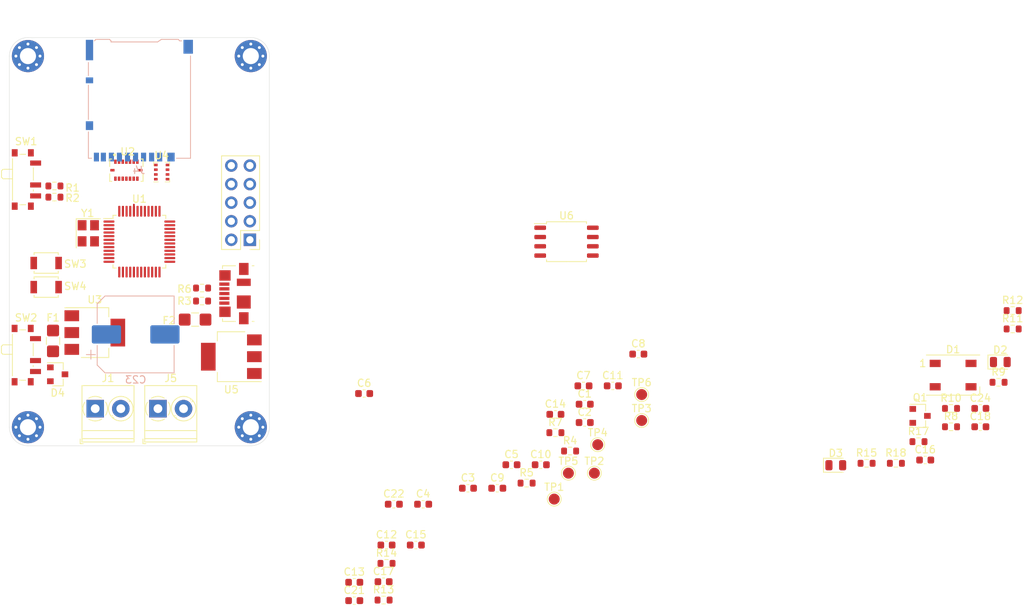
<source format=kicad_pcb>
(kicad_pcb (version 20171130) (host pcbnew "(5.1.7)-1")

  (general
    (thickness 1.6)
    (drawings 8)
    (tracks 3)
    (zones 0)
    (modules 72)
    (nets 74)
  )

  (page A4)
  (layers
    (0 F.Cu signal)
    (31 B.Cu signal)
    (32 B.Adhes user)
    (33 F.Adhes user)
    (34 B.Paste user)
    (35 F.Paste user)
    (36 B.SilkS user)
    (37 F.SilkS user)
    (38 B.Mask user)
    (39 F.Mask user)
    (40 Dwgs.User user)
    (41 Cmts.User user)
    (42 Eco1.User user)
    (43 Eco2.User user)
    (44 Edge.Cuts user)
    (45 Margin user)
    (46 B.CrtYd user)
    (47 F.CrtYd user)
    (48 B.Fab user hide)
    (49 F.Fab user hide)
  )

  (setup
    (last_trace_width 0.25)
    (trace_clearance 0.2)
    (zone_clearance 0.508)
    (zone_45_only no)
    (trace_min 0.2)
    (via_size 0.8)
    (via_drill 0.4)
    (via_min_size 0.4)
    (via_min_drill 0.3)
    (uvia_size 0.3)
    (uvia_drill 0.1)
    (uvias_allowed no)
    (uvia_min_size 0.2)
    (uvia_min_drill 0.1)
    (edge_width 0.05)
    (segment_width 0.2)
    (pcb_text_width 0.3)
    (pcb_text_size 1.5 1.5)
    (mod_edge_width 0.12)
    (mod_text_size 1 1)
    (mod_text_width 0.15)
    (pad_size 1.524 1.524)
    (pad_drill 0.762)
    (pad_to_mask_clearance 0)
    (aux_axis_origin 0 0)
    (visible_elements 7FFFFFFF)
    (pcbplotparams
      (layerselection 0x010fc_ffffffff)
      (usegerberextensions false)
      (usegerberattributes true)
      (usegerberadvancedattributes true)
      (creategerberjobfile true)
      (excludeedgelayer true)
      (linewidth 0.100000)
      (plotframeref false)
      (viasonmask false)
      (mode 1)
      (useauxorigin false)
      (hpglpennumber 1)
      (hpglpenspeed 20)
      (hpglpendiameter 15.000000)
      (psnegative false)
      (psa4output false)
      (plotreference true)
      (plotvalue true)
      (plotinvisibletext false)
      (padsonsilk false)
      (subtractmaskfromsilk false)
      (outputformat 1)
      (mirror false)
      (drillshape 1)
      (scaleselection 1)
      (outputdirectory ""))
  )

  (net 0 "")
  (net 1 +5V)
  (net 2 GND)
  (net 3 /NRST)
  (net 4 +3V3)
  (net 5 "Net-(C8-Pad2)")
  (net 6 /HSE_IN)
  (net 7 /HSE_OUT)
  (net 8 /BUTTON)
  (net 9 "Net-(D1-Pad2)")
  (net 10 "Net-(D2-Pad2)")
  (net 11 "Net-(D3-Pad2)")
  (net 12 "Net-(J2-Pad3)")
  (net 13 "Net-(J2-Pad4)")
  (net 14 "Net-(J2-Pad2)")
  (net 15 "Net-(J3-Pad8)")
  (net 16 "Net-(J3-Pad7)")
  (net 17 "Net-(J3-Pad6)")
  (net 18 /SWCLK)
  (net 19 /SWDIO)
  (net 20 /MISO)
  (net 21 /SCK)
  (net 22 /MOSI)
  (net 23 "Net-(J4-Pad1)")
  (net 24 "Net-(J4-Pad8)")
  (net 25 "Net-(J5-Pad2)")
  (net 26 "Net-(Q1-Pad1)")
  (net 27 /BOOT0)
  (net 28 "Net-(R1-Pad1)")
  (net 29 /BOOT1)
  (net 30 /D+)
  (net 31 /VOLTAGE)
  (net 32 /D-)
  (net 33 /PYRO_1)
  (net 34 /LED)
  (net 35 /SDA)
  (net 36 /SCL)
  (net 37 "Net-(SW2-Pad3)")
  (net 38 "Net-(U1-Pad46)")
  (net 39 "Net-(U1-Pad45)")
  (net 40 "Net-(U1-Pad41)")
  (net 41 "Net-(U1-Pad40)")
  (net 42 "Net-(U1-Pad39)")
  (net 43 "Net-(U1-Pad38)")
  (net 44 "Net-(U1-Pad25)")
  (net 45 /RX)
  (net 46 /TX)
  (net 47 "Net-(U1-Pad19)")
  (net 48 "Net-(U1-Pad18)")
  (net 49 "Net-(U1-Pad11)")
  (net 50 "Net-(U1-Pad10)")
  (net 51 "Net-(U1-Pad4)")
  (net 52 "Net-(U1-Pad3)")
  (net 53 "Net-(U1-Pad2)")
  (net 54 "Net-(U2-Pad13)")
  (net 55 "Net-(U2-Pad12)")
  (net 56 "Net-(U2-Pad1)")
  (net 57 "Net-(C14-Pad2)")
  (net 58 "Net-(D4-Pad2)")
  (net 59 "Net-(D4-Pad1)")
  (net 60 /CS_FLASH)
  (net 61 "Net-(U1-Pad26)")
  (net 62 /CS_SD)
  (net 63 "Net-(U2-Pad10)")
  (net 64 "Net-(U2-Pad15)")
  (net 65 "Net-(U2-Pad16)")
  (net 66 "Net-(U2-Pad5)")
  (net 67 "Net-(U6-Pad7)")
  (net 68 "Net-(U6-Pad3)")
  (net 69 "Net-(C23-Pad1)")
  (net 70 /WS2812)
  (net 71 +BATT)
  (net 72 "Net-(Q1-Pad3)")
  (net 73 /PY1_CON)

  (net_class Default "This is the default net class."
    (clearance 0.2)
    (trace_width 0.25)
    (via_dia 0.8)
    (via_drill 0.4)
    (uvia_dia 0.3)
    (uvia_drill 0.1)
    (add_net +3V3)
    (add_net +5V)
    (add_net +BATT)
    (add_net /BOOT0)
    (add_net /BOOT1)
    (add_net /BUTTON)
    (add_net /CS_FLASH)
    (add_net /CS_SD)
    (add_net /D+)
    (add_net /D-)
    (add_net /HSE_IN)
    (add_net /HSE_OUT)
    (add_net /LED)
    (add_net /MISO)
    (add_net /MOSI)
    (add_net /NRST)
    (add_net /PY1_CON)
    (add_net /PYRO_1)
    (add_net /RX)
    (add_net /SCK)
    (add_net /SCL)
    (add_net /SDA)
    (add_net /SWCLK)
    (add_net /SWDIO)
    (add_net /TX)
    (add_net /VOLTAGE)
    (add_net /WS2812)
    (add_net GND)
    (add_net "Net-(C14-Pad2)")
    (add_net "Net-(C23-Pad1)")
    (add_net "Net-(C8-Pad2)")
    (add_net "Net-(D1-Pad2)")
    (add_net "Net-(D2-Pad2)")
    (add_net "Net-(D3-Pad2)")
    (add_net "Net-(D4-Pad1)")
    (add_net "Net-(D4-Pad2)")
    (add_net "Net-(J2-Pad2)")
    (add_net "Net-(J2-Pad3)")
    (add_net "Net-(J2-Pad4)")
    (add_net "Net-(J3-Pad6)")
    (add_net "Net-(J3-Pad7)")
    (add_net "Net-(J3-Pad8)")
    (add_net "Net-(J4-Pad1)")
    (add_net "Net-(J4-Pad8)")
    (add_net "Net-(J5-Pad2)")
    (add_net "Net-(Q1-Pad1)")
    (add_net "Net-(Q1-Pad3)")
    (add_net "Net-(R1-Pad1)")
    (add_net "Net-(SW2-Pad3)")
    (add_net "Net-(U1-Pad10)")
    (add_net "Net-(U1-Pad11)")
    (add_net "Net-(U1-Pad18)")
    (add_net "Net-(U1-Pad19)")
    (add_net "Net-(U1-Pad2)")
    (add_net "Net-(U1-Pad25)")
    (add_net "Net-(U1-Pad26)")
    (add_net "Net-(U1-Pad3)")
    (add_net "Net-(U1-Pad38)")
    (add_net "Net-(U1-Pad39)")
    (add_net "Net-(U1-Pad4)")
    (add_net "Net-(U1-Pad40)")
    (add_net "Net-(U1-Pad41)")
    (add_net "Net-(U1-Pad45)")
    (add_net "Net-(U1-Pad46)")
    (add_net "Net-(U2-Pad1)")
    (add_net "Net-(U2-Pad10)")
    (add_net "Net-(U2-Pad12)")
    (add_net "Net-(U2-Pad13)")
    (add_net "Net-(U2-Pad15)")
    (add_net "Net-(U2-Pad16)")
    (add_net "Net-(U2-Pad5)")
    (add_net "Net-(U6-Pad3)")
    (add_net "Net-(U6-Pad7)")
  )

  (module TerminalBlock_Phoenix:TerminalBlock_Phoenix_PT-1,5-2-3.5-H_1x02_P3.50mm_Horizontal (layer F.Cu) (tedit 5B294F3F) (tstamp 604FC4BC)
    (at 83.82 76.2)
    (descr "Terminal Block Phoenix PT-1,5-2-3.5-H, 2 pins, pitch 3.5mm, size 7x7.6mm^2, drill diamater 1.2mm, pad diameter 2.4mm, see , script-generated using https://github.com/pointhi/kicad-footprint-generator/scripts/TerminalBlock_Phoenix")
    (tags "THT Terminal Block Phoenix PT-1,5-2-3.5-H pitch 3.5mm size 7x7.6mm^2 drill 1.2mm pad 2.4mm")
    (path /604AFA5F/604B2393)
    (fp_text reference J5 (at 1.75 -4.16) (layer F.SilkS)
      (effects (font (size 1 1) (thickness 0.15)))
    )
    (fp_text value ST_01x02 (at 1.75 5.56) (layer F.Fab)
      (effects (font (size 1 1) (thickness 0.15)))
    )
    (fp_text user %R (at 1.75 2.4) (layer F.Fab)
      (effects (font (size 1 1) (thickness 0.15)))
    )
    (fp_arc (start 0 0) (end -0.866 1.44) (angle -32) (layer F.SilkS) (width 0.12))
    (fp_arc (start 0 0) (end -1.44 -0.866) (angle -63) (layer F.SilkS) (width 0.12))
    (fp_arc (start 0 0) (end 0.866 -1.44) (angle -63) (layer F.SilkS) (width 0.12))
    (fp_arc (start 0 0) (end 1.425 0.891) (angle -64) (layer F.SilkS) (width 0.12))
    (fp_arc (start 0 0) (end 0 1.68) (angle -32) (layer F.SilkS) (width 0.12))
    (fp_circle (center 0 0) (end 1.5 0) (layer F.Fab) (width 0.1))
    (fp_circle (center 3.5 0) (end 5 0) (layer F.Fab) (width 0.1))
    (fp_circle (center 3.5 0) (end 5.18 0) (layer F.SilkS) (width 0.12))
    (fp_line (start -1.75 -3.1) (end 5.25 -3.1) (layer F.Fab) (width 0.1))
    (fp_line (start 5.25 -3.1) (end 5.25 4.5) (layer F.Fab) (width 0.1))
    (fp_line (start 5.25 4.5) (end -1.35 4.5) (layer F.Fab) (width 0.1))
    (fp_line (start -1.35 4.5) (end -1.75 4.1) (layer F.Fab) (width 0.1))
    (fp_line (start -1.75 4.1) (end -1.75 -3.1) (layer F.Fab) (width 0.1))
    (fp_line (start -1.75 4.1) (end 5.25 4.1) (layer F.Fab) (width 0.1))
    (fp_line (start -1.81 4.1) (end 5.31 4.1) (layer F.SilkS) (width 0.12))
    (fp_line (start -1.75 3) (end 5.25 3) (layer F.Fab) (width 0.1))
    (fp_line (start -1.81 3) (end 5.31 3) (layer F.SilkS) (width 0.12))
    (fp_line (start -1.81 -3.16) (end 5.31 -3.16) (layer F.SilkS) (width 0.12))
    (fp_line (start -1.81 4.56) (end 5.31 4.56) (layer F.SilkS) (width 0.12))
    (fp_line (start -1.81 -3.16) (end -1.81 4.56) (layer F.SilkS) (width 0.12))
    (fp_line (start 5.31 -3.16) (end 5.31 4.56) (layer F.SilkS) (width 0.12))
    (fp_line (start 1.138 -0.955) (end -0.955 1.138) (layer F.Fab) (width 0.1))
    (fp_line (start 0.955 -1.138) (end -1.138 0.955) (layer F.Fab) (width 0.1))
    (fp_line (start 4.638 -0.955) (end 2.546 1.138) (layer F.Fab) (width 0.1))
    (fp_line (start 4.455 -1.138) (end 2.363 0.955) (layer F.Fab) (width 0.1))
    (fp_line (start 4.775 -1.069) (end 4.646 -0.941) (layer F.SilkS) (width 0.12))
    (fp_line (start 2.525 1.181) (end 2.431 1.274) (layer F.SilkS) (width 0.12))
    (fp_line (start 4.57 -1.275) (end 4.476 -1.181) (layer F.SilkS) (width 0.12))
    (fp_line (start 2.355 0.941) (end 2.226 1.069) (layer F.SilkS) (width 0.12))
    (fp_line (start -2.05 4.16) (end -2.05 4.8) (layer F.SilkS) (width 0.12))
    (fp_line (start -2.05 4.8) (end -1.65 4.8) (layer F.SilkS) (width 0.12))
    (fp_line (start -2.25 -3.6) (end -2.25 5) (layer F.CrtYd) (width 0.05))
    (fp_line (start -2.25 5) (end 5.75 5) (layer F.CrtYd) (width 0.05))
    (fp_line (start 5.75 5) (end 5.75 -3.6) (layer F.CrtYd) (width 0.05))
    (fp_line (start 5.75 -3.6) (end -2.25 -3.6) (layer F.CrtYd) (width 0.05))
    (pad 2 thru_hole circle (at 3.5 0) (size 2.4 2.4) (drill 1.2) (layers *.Cu *.Mask)
      (net 25 "Net-(J5-Pad2)"))
    (pad 1 thru_hole rect (at 0 0) (size 2.4 2.4) (drill 1.2) (layers *.Cu *.Mask)
      (net 69 "Net-(C23-Pad1)"))
    (model ${KISYS3DMOD}/TerminalBlock_Phoenix.3dshapes/TerminalBlock_Phoenix_PT-1,5-2-3.5-H_1x02_P3.50mm_Horizontal.wrl
      (at (xyz 0 0 0))
      (scale (xyz 1 1 1))
      (rotate (xyz 0 0 0))
    )
  )

  (module TerminalBlock_Phoenix:TerminalBlock_Phoenix_PT-1,5-2-3.5-H_1x02_P3.50mm_Horizontal (layer F.Cu) (tedit 5B294F3F) (tstamp 60516E9E)
    (at 75.24 76.2)
    (descr "Terminal Block Phoenix PT-1,5-2-3.5-H, 2 pins, pitch 3.5mm, size 7x7.6mm^2, drill diamater 1.2mm, pad diameter 2.4mm, see , script-generated using https://github.com/pointhi/kicad-footprint-generator/scripts/TerminalBlock_Phoenix")
    (tags "THT Terminal Block Phoenix PT-1,5-2-3.5-H pitch 3.5mm size 7x7.6mm^2 drill 1.2mm pad 2.4mm")
    (path /60459623)
    (fp_text reference J1 (at 1.75 -4.16) (layer F.SilkS)
      (effects (font (size 1 1) (thickness 0.15)))
    )
    (fp_text value Conn_01x02 (at 1.75 5.56) (layer F.Fab)
      (effects (font (size 1 1) (thickness 0.15)))
    )
    (fp_text user %R (at 1.75 2.4) (layer F.Fab)
      (effects (font (size 1 1) (thickness 0.15)))
    )
    (fp_arc (start 0 0) (end -0.866 1.44) (angle -32) (layer F.SilkS) (width 0.12))
    (fp_arc (start 0 0) (end -1.44 -0.866) (angle -63) (layer F.SilkS) (width 0.12))
    (fp_arc (start 0 0) (end 0.866 -1.44) (angle -63) (layer F.SilkS) (width 0.12))
    (fp_arc (start 0 0) (end 1.425 0.891) (angle -64) (layer F.SilkS) (width 0.12))
    (fp_arc (start 0 0) (end 0 1.68) (angle -32) (layer F.SilkS) (width 0.12))
    (fp_circle (center 0 0) (end 1.5 0) (layer F.Fab) (width 0.1))
    (fp_circle (center 3.5 0) (end 5 0) (layer F.Fab) (width 0.1))
    (fp_circle (center 3.5 0) (end 5.18 0) (layer F.SilkS) (width 0.12))
    (fp_line (start -1.75 -3.1) (end 5.25 -3.1) (layer F.Fab) (width 0.1))
    (fp_line (start 5.25 -3.1) (end 5.25 4.5) (layer F.Fab) (width 0.1))
    (fp_line (start 5.25 4.5) (end -1.35 4.5) (layer F.Fab) (width 0.1))
    (fp_line (start -1.35 4.5) (end -1.75 4.1) (layer F.Fab) (width 0.1))
    (fp_line (start -1.75 4.1) (end -1.75 -3.1) (layer F.Fab) (width 0.1))
    (fp_line (start -1.75 4.1) (end 5.25 4.1) (layer F.Fab) (width 0.1))
    (fp_line (start -1.81 4.1) (end 5.31 4.1) (layer F.SilkS) (width 0.12))
    (fp_line (start -1.75 3) (end 5.25 3) (layer F.Fab) (width 0.1))
    (fp_line (start -1.81 3) (end 5.31 3) (layer F.SilkS) (width 0.12))
    (fp_line (start -1.81 -3.16) (end 5.31 -3.16) (layer F.SilkS) (width 0.12))
    (fp_line (start -1.81 4.56) (end 5.31 4.56) (layer F.SilkS) (width 0.12))
    (fp_line (start -1.81 -3.16) (end -1.81 4.56) (layer F.SilkS) (width 0.12))
    (fp_line (start 5.31 -3.16) (end 5.31 4.56) (layer F.SilkS) (width 0.12))
    (fp_line (start 1.138 -0.955) (end -0.955 1.138) (layer F.Fab) (width 0.1))
    (fp_line (start 0.955 -1.138) (end -1.138 0.955) (layer F.Fab) (width 0.1))
    (fp_line (start 4.638 -0.955) (end 2.546 1.138) (layer F.Fab) (width 0.1))
    (fp_line (start 4.455 -1.138) (end 2.363 0.955) (layer F.Fab) (width 0.1))
    (fp_line (start 4.775 -1.069) (end 4.646 -0.941) (layer F.SilkS) (width 0.12))
    (fp_line (start 2.525 1.181) (end 2.431 1.274) (layer F.SilkS) (width 0.12))
    (fp_line (start 4.57 -1.275) (end 4.476 -1.181) (layer F.SilkS) (width 0.12))
    (fp_line (start 2.355 0.941) (end 2.226 1.069) (layer F.SilkS) (width 0.12))
    (fp_line (start -2.05 4.16) (end -2.05 4.8) (layer F.SilkS) (width 0.12))
    (fp_line (start -2.05 4.8) (end -1.65 4.8) (layer F.SilkS) (width 0.12))
    (fp_line (start -2.25 -3.6) (end -2.25 5) (layer F.CrtYd) (width 0.05))
    (fp_line (start -2.25 5) (end 5.75 5) (layer F.CrtYd) (width 0.05))
    (fp_line (start 5.75 5) (end 5.75 -3.6) (layer F.CrtYd) (width 0.05))
    (fp_line (start 5.75 -3.6) (end -2.25 -3.6) (layer F.CrtYd) (width 0.05))
    (pad 2 thru_hole circle (at 3.5 0) (size 2.4 2.4) (drill 1.2) (layers *.Cu *.Mask)
      (net 58 "Net-(D4-Pad2)"))
    (pad 1 thru_hole rect (at 0 0) (size 2.4 2.4) (drill 1.2) (layers *.Cu *.Mask)
      (net 2 GND))
    (model ${KISYS3DMOD}/TerminalBlock_Phoenix.3dshapes/TerminalBlock_Phoenix_PT-1,5-2-3.5-H_1x02_P3.50mm_Horizontal.wrl
      (at (xyz 0 0 0))
      (scale (xyz 1 1 1))
      (rotate (xyz 0 0 0))
    )
  )

  (module Crystal:Crystal_SMD_3225-4Pin_3.2x2.5mm (layer F.Cu) (tedit 5A0FD1B2) (tstamp 60506AB9)
    (at 74.295 52.197 270)
    (descr "SMD Crystal SERIES SMD3225/4 http://www.txccrystal.com/images/pdf/7m-accuracy.pdf, 3.2x2.5mm^2 package")
    (tags "SMD SMT crystal")
    (path /6052B455)
    (attr smd)
    (fp_text reference Y1 (at -2.751 0.088 180) (layer F.SilkS)
      (effects (font (size 1 1) (thickness 0.15)))
    )
    (fp_text value 16MHz (at 0 2.45 90) (layer F.Fab)
      (effects (font (size 1 1) (thickness 0.15)))
    )
    (fp_text user %R (at 0 0 90) (layer F.Fab)
      (effects (font (size 0.7 0.7) (thickness 0.105)))
    )
    (fp_line (start -1.6 -1.25) (end -1.6 1.25) (layer F.Fab) (width 0.1))
    (fp_line (start -1.6 1.25) (end 1.6 1.25) (layer F.Fab) (width 0.1))
    (fp_line (start 1.6 1.25) (end 1.6 -1.25) (layer F.Fab) (width 0.1))
    (fp_line (start 1.6 -1.25) (end -1.6 -1.25) (layer F.Fab) (width 0.1))
    (fp_line (start -1.6 0.25) (end -0.6 1.25) (layer F.Fab) (width 0.1))
    (fp_line (start -2 -1.65) (end -2 1.65) (layer F.SilkS) (width 0.12))
    (fp_line (start -2 1.65) (end 2 1.65) (layer F.SilkS) (width 0.12))
    (fp_line (start -2.1 -1.7) (end -2.1 1.7) (layer F.CrtYd) (width 0.05))
    (fp_line (start -2.1 1.7) (end 2.1 1.7) (layer F.CrtYd) (width 0.05))
    (fp_line (start 2.1 1.7) (end 2.1 -1.7) (layer F.CrtYd) (width 0.05))
    (fp_line (start 2.1 -1.7) (end -2.1 -1.7) (layer F.CrtYd) (width 0.05))
    (pad 4 smd rect (at -1.1 -0.85 270) (size 1.4 1.2) (layers F.Cu F.Paste F.Mask)
      (net 2 GND))
    (pad 3 smd rect (at 1.1 -0.85 270) (size 1.4 1.2) (layers F.Cu F.Paste F.Mask)
      (net 7 /HSE_OUT))
    (pad 2 smd rect (at 1.1 0.85 270) (size 1.4 1.2) (layers F.Cu F.Paste F.Mask)
      (net 2 GND))
    (pad 1 smd rect (at -1.1 0.85 270) (size 1.4 1.2) (layers F.Cu F.Paste F.Mask)
      (net 6 /HSE_IN))
    (model ${KISYS3DMOD}/Crystal.3dshapes/Crystal_SMD_3225-4Pin_3.2x2.5mm.wrl
      (at (xyz 0 0 0))
      (scale (xyz 1 1 1))
      (rotate (xyz 0 0 0))
    )
  )

  (module Package_SO:SOIC-8_5.23x5.23mm_P1.27mm (layer F.Cu) (tedit 5D9F72B1) (tstamp 604FC78B)
    (at 139.7 53.34)
    (descr "SOIC, 8 Pin (http://www.winbond.com/resource-files/w25q32jv%20revg%2003272018%20plus.pdf#page=68), generated with kicad-footprint-generator ipc_gullwing_generator.py")
    (tags "SOIC SO")
    (path /604AFA5F/604A0554)
    (attr smd)
    (fp_text reference U6 (at 0 -3.56) (layer F.SilkS)
      (effects (font (size 1 1) (thickness 0.15)))
    )
    (fp_text value W25Q32JVSS (at 0 3.56) (layer F.Fab)
      (effects (font (size 1 1) (thickness 0.15)))
    )
    (fp_text user %R (at 0 0) (layer F.Fab)
      (effects (font (size 1 1) (thickness 0.15)))
    )
    (fp_line (start 0 2.725) (end 2.725 2.725) (layer F.SilkS) (width 0.12))
    (fp_line (start 2.725 2.725) (end 2.725 2.465) (layer F.SilkS) (width 0.12))
    (fp_line (start 0 2.725) (end -2.725 2.725) (layer F.SilkS) (width 0.12))
    (fp_line (start -2.725 2.725) (end -2.725 2.465) (layer F.SilkS) (width 0.12))
    (fp_line (start 0 -2.725) (end 2.725 -2.725) (layer F.SilkS) (width 0.12))
    (fp_line (start 2.725 -2.725) (end 2.725 -2.465) (layer F.SilkS) (width 0.12))
    (fp_line (start 0 -2.725) (end -2.725 -2.725) (layer F.SilkS) (width 0.12))
    (fp_line (start -2.725 -2.725) (end -2.725 -2.465) (layer F.SilkS) (width 0.12))
    (fp_line (start -2.725 -2.465) (end -4.4 -2.465) (layer F.SilkS) (width 0.12))
    (fp_line (start -1.615 -2.615) (end 2.615 -2.615) (layer F.Fab) (width 0.1))
    (fp_line (start 2.615 -2.615) (end 2.615 2.615) (layer F.Fab) (width 0.1))
    (fp_line (start 2.615 2.615) (end -2.615 2.615) (layer F.Fab) (width 0.1))
    (fp_line (start -2.615 2.615) (end -2.615 -1.615) (layer F.Fab) (width 0.1))
    (fp_line (start -2.615 -1.615) (end -1.615 -2.615) (layer F.Fab) (width 0.1))
    (fp_line (start -4.65 -2.86) (end -4.65 2.86) (layer F.CrtYd) (width 0.05))
    (fp_line (start -4.65 2.86) (end 4.65 2.86) (layer F.CrtYd) (width 0.05))
    (fp_line (start 4.65 2.86) (end 4.65 -2.86) (layer F.CrtYd) (width 0.05))
    (fp_line (start 4.65 -2.86) (end -4.65 -2.86) (layer F.CrtYd) (width 0.05))
    (pad 8 smd roundrect (at 3.6 -1.905) (size 1.6 0.6) (layers F.Cu F.Paste F.Mask) (roundrect_rratio 0.25)
      (net 4 +3V3))
    (pad 7 smd roundrect (at 3.6 -0.635) (size 1.6 0.6) (layers F.Cu F.Paste F.Mask) (roundrect_rratio 0.25)
      (net 67 "Net-(U6-Pad7)"))
    (pad 6 smd roundrect (at 3.6 0.635) (size 1.6 0.6) (layers F.Cu F.Paste F.Mask) (roundrect_rratio 0.25)
      (net 21 /SCK))
    (pad 5 smd roundrect (at 3.6 1.905) (size 1.6 0.6) (layers F.Cu F.Paste F.Mask) (roundrect_rratio 0.25)
      (net 22 /MOSI))
    (pad 4 smd roundrect (at -3.6 1.905) (size 1.6 0.6) (layers F.Cu F.Paste F.Mask) (roundrect_rratio 0.25)
      (net 2 GND))
    (pad 3 smd roundrect (at -3.6 0.635) (size 1.6 0.6) (layers F.Cu F.Paste F.Mask) (roundrect_rratio 0.25)
      (net 68 "Net-(U6-Pad3)"))
    (pad 2 smd roundrect (at -3.6 -0.635) (size 1.6 0.6) (layers F.Cu F.Paste F.Mask) (roundrect_rratio 0.25)
      (net 20 /MISO))
    (pad 1 smd roundrect (at -3.6 -1.905) (size 1.6 0.6) (layers F.Cu F.Paste F.Mask) (roundrect_rratio 0.25)
      (net 60 /CS_FLASH))
    (model ${KISYS3DMOD}/Package_SO.3dshapes/SOIC-8_5.23x5.23mm_P1.27mm.wrl
      (at (xyz 0 0 0))
      (scale (xyz 1 1 1))
      (rotate (xyz 0 0 0))
    )
  )

  (module Package_TO_SOT_SMD:SOT-223 (layer F.Cu) (tedit 5A02FF57) (tstamp 604FC76C)
    (at 93.853 69.088 180)
    (descr "module CMS SOT223 4 pins")
    (tags "CMS SOT")
    (path /605E5E28)
    (attr smd)
    (fp_text reference U5 (at 0 -4.5) (layer F.SilkS)
      (effects (font (size 1 1) (thickness 0.15)))
    )
    (fp_text value LM1117-3.3 (at 0 4.5) (layer F.Fab)
      (effects (font (size 1 1) (thickness 0.15)))
    )
    (fp_line (start 1.85 -3.35) (end 1.85 3.35) (layer F.Fab) (width 0.1))
    (fp_line (start -1.85 3.35) (end 1.85 3.35) (layer F.Fab) (width 0.1))
    (fp_line (start -4.1 -3.41) (end 1.91 -3.41) (layer F.SilkS) (width 0.12))
    (fp_line (start -0.8 -3.35) (end 1.85 -3.35) (layer F.Fab) (width 0.1))
    (fp_line (start -1.85 3.41) (end 1.91 3.41) (layer F.SilkS) (width 0.12))
    (fp_line (start -1.85 -2.3) (end -1.85 3.35) (layer F.Fab) (width 0.1))
    (fp_line (start -4.4 -3.6) (end -4.4 3.6) (layer F.CrtYd) (width 0.05))
    (fp_line (start -4.4 3.6) (end 4.4 3.6) (layer F.CrtYd) (width 0.05))
    (fp_line (start 4.4 3.6) (end 4.4 -3.6) (layer F.CrtYd) (width 0.05))
    (fp_line (start 4.4 -3.6) (end -4.4 -3.6) (layer F.CrtYd) (width 0.05))
    (fp_line (start 1.91 -3.41) (end 1.91 -2.15) (layer F.SilkS) (width 0.12))
    (fp_line (start 1.91 3.41) (end 1.91 2.15) (layer F.SilkS) (width 0.12))
    (fp_line (start -1.85 -2.3) (end -0.8 -3.35) (layer F.Fab) (width 0.1))
    (fp_text user %R (at 0 0 90) (layer F.Fab)
      (effects (font (size 0.8 0.8) (thickness 0.12)))
    )
    (pad 4 smd rect (at 3.15 0 180) (size 2 3.8) (layers F.Cu F.Paste F.Mask))
    (pad 2 smd rect (at -3.15 0 180) (size 2 1.5) (layers F.Cu F.Paste F.Mask)
      (net 4 +3V3))
    (pad 3 smd rect (at -3.15 2.3 180) (size 2 1.5) (layers F.Cu F.Paste F.Mask)
      (net 57 "Net-(C14-Pad2)"))
    (pad 1 smd rect (at -3.15 -2.3 180) (size 2 1.5) (layers F.Cu F.Paste F.Mask)
      (net 2 GND))
    (model ${KISYS3DMOD}/Package_TO_SOT_SMD.3dshapes/SOT-223.wrl
      (at (xyz 0 0 0))
      (scale (xyz 1 1 1))
      (rotate (xyz 0 0 0))
    )
  )

  (module Package_LGA:Bosch_LGA-8_2x2.5mm_P0.65mm_ClockwisePinNumbering (layer F.Cu) (tedit 5A2F92D2) (tstamp 604FC756)
    (at 84.328 43.815 90)
    (descr "LGA-8, https://ae-bst.resource.bosch.com/media/_tech/media/datasheets/BST-BMP280-DS001-18.pdf")
    (tags "lga land grid array")
    (path /604A6029/604821DF)
    (attr smd)
    (fp_text reference U4 (at 2.286 0 180) (layer F.SilkS)
      (effects (font (size 1 1) (thickness 0.15)))
    )
    (fp_text value BMP280 (at 0 3.1 90) (layer F.Fab)
      (effects (font (size 1 1) (thickness 0.15)))
    )
    (fp_text user %R (at 0 0 90) (layer F.Fab)
      (effects (font (size 0.5 0.5) (thickness 0.075)))
    )
    (fp_line (start -1.35 1.1) (end -0.87 1.1) (layer F.SilkS) (width 0.1))
    (fp_line (start -1.55 -1.3) (end 1.55 -1.3) (layer F.CrtYd) (width 0.05))
    (fp_line (start 1.55 -1.3) (end 1.55 1.3) (layer F.CrtYd) (width 0.05))
    (fp_line (start 1.55 1.3) (end -1.55 1.3) (layer F.CrtYd) (width 0.05))
    (fp_line (start -1.55 1.3) (end -1.55 -1.3) (layer F.CrtYd) (width 0.05))
    (fp_line (start -1.25 1) (end 1.25 1) (layer F.Fab) (width 0.1))
    (fp_line (start 1.25 -1) (end 1.25 1) (layer F.Fab) (width 0.1))
    (fp_line (start 1.25 -1) (end -1 -1) (layer F.Fab) (width 0.1))
    (fp_line (start -1 -1) (end -1.25 -0.75) (layer F.Fab) (width 0.1))
    (fp_line (start -1.25 1) (end -1.25 -0.75) (layer F.Fab) (width 0.1))
    (fp_line (start 0.87 1.1) (end 1.35 1.1) (layer F.SilkS) (width 0.1))
    (fp_line (start 1.35 1.1) (end 1.35 0.46) (layer F.SilkS) (width 0.1))
    (fp_line (start -1.35 1.1) (end -1.35 0.46) (layer F.SilkS) (width 0.1))
    (fp_line (start 1.35 -0.46) (end 1.35 -1.1) (layer F.SilkS) (width 0.1))
    (fp_line (start 0.87 -1.1) (end 1.35 -1.1) (layer F.SilkS) (width 0.1))
    (fp_line (start -1.35 -0.46) (end -1.35 -1.1) (layer F.SilkS) (width 0.1))
    (pad 8 smd rect (at -0.975 0.8 180) (size 0.5 0.35) (layers F.Cu F.Paste F.Mask)
      (net 4 +3V3))
    (pad 2 smd rect (at -0.325 -0.8 180) (size 0.5 0.35) (layers F.Cu F.Paste F.Mask)
      (net 4 +3V3))
    (pad 3 smd rect (at 0.325 -0.8 180) (size 0.5 0.35) (layers F.Cu F.Paste F.Mask)
      (net 35 /SDA))
    (pad 4 smd rect (at 0.975 -0.8 180) (size 0.5 0.35) (layers F.Cu F.Paste F.Mask)
      (net 36 /SCL))
    (pad 7 smd rect (at -0.325 0.8 180) (size 0.5 0.35) (layers F.Cu F.Paste F.Mask)
      (net 2 GND))
    (pad 6 smd rect (at 0.325 0.8 180) (size 0.5 0.35) (layers F.Cu F.Paste F.Mask)
      (net 4 +3V3))
    (pad 5 smd rect (at 0.975 0.8 180) (size 0.5 0.35) (layers F.Cu F.Paste F.Mask)
      (net 2 GND))
    (pad 1 smd rect (at -0.975 -0.8 180) (size 0.5 0.35) (layers F.Cu F.Paste F.Mask)
      (net 2 GND))
    (model ${KISYS3DMOD}/Package_LGA.3dshapes/Bosch_LGA-8_2x2.5mm_P0.65mm_ClockwisePinNumbering.wrl
      (at (xyz 0 0 0))
      (scale (xyz 1 1 1))
      (rotate (xyz 0 0 0))
    )
  )

  (module Package_TO_SOT_SMD:SOT-223 (layer F.Cu) (tedit 5A02FF57) (tstamp 6051779B)
    (at 75.184 65.786)
    (descr "module CMS SOT223 4 pins")
    (tags "CMS SOT")
    (path /60460A9B)
    (attr smd)
    (fp_text reference U3 (at 0 -4.5) (layer F.SilkS)
      (effects (font (size 1 1) (thickness 0.15)))
    )
    (fp_text value LM1117-3.3 (at 0 4.5) (layer F.Fab)
      (effects (font (size 1 1) (thickness 0.15)))
    )
    (fp_text user %R (at 0 0 90) (layer F.Fab)
      (effects (font (size 0.8 0.8) (thickness 0.12)))
    )
    (fp_line (start -1.85 -2.3) (end -0.8 -3.35) (layer F.Fab) (width 0.1))
    (fp_line (start 1.91 3.41) (end 1.91 2.15) (layer F.SilkS) (width 0.12))
    (fp_line (start 1.91 -3.41) (end 1.91 -2.15) (layer F.SilkS) (width 0.12))
    (fp_line (start 4.4 -3.6) (end -4.4 -3.6) (layer F.CrtYd) (width 0.05))
    (fp_line (start 4.4 3.6) (end 4.4 -3.6) (layer F.CrtYd) (width 0.05))
    (fp_line (start -4.4 3.6) (end 4.4 3.6) (layer F.CrtYd) (width 0.05))
    (fp_line (start -4.4 -3.6) (end -4.4 3.6) (layer F.CrtYd) (width 0.05))
    (fp_line (start -1.85 -2.3) (end -1.85 3.35) (layer F.Fab) (width 0.1))
    (fp_line (start -1.85 3.41) (end 1.91 3.41) (layer F.SilkS) (width 0.12))
    (fp_line (start -0.8 -3.35) (end 1.85 -3.35) (layer F.Fab) (width 0.1))
    (fp_line (start -4.1 -3.41) (end 1.91 -3.41) (layer F.SilkS) (width 0.12))
    (fp_line (start -1.85 3.35) (end 1.85 3.35) (layer F.Fab) (width 0.1))
    (fp_line (start 1.85 -3.35) (end 1.85 3.35) (layer F.Fab) (width 0.1))
    (pad 1 smd rect (at -3.15 -2.3) (size 2 1.5) (layers F.Cu F.Paste F.Mask)
      (net 2 GND))
    (pad 3 smd rect (at -3.15 2.3) (size 2 1.5) (layers F.Cu F.Paste F.Mask)
      (net 5 "Net-(C8-Pad2)"))
    (pad 2 smd rect (at -3.15 0) (size 2 1.5) (layers F.Cu F.Paste F.Mask)
      (net 4 +3V3))
    (pad 4 smd rect (at 3.15 0) (size 2 3.8) (layers F.Cu F.Paste F.Mask))
    (model ${KISYS3DMOD}/Package_TO_SOT_SMD.3dshapes/SOT-223.wrl
      (at (xyz 0 0 0))
      (scale (xyz 1 1 1))
      (rotate (xyz 0 0 0))
    )
  )

  (module BMI088:PQFN50P450X300X100-16N (layer F.Cu) (tedit 60494C6E) (tstamp 604FC723)
    (at 79.502 43.561)
    (path /604A6029/60619D9F)
    (fp_text reference U2 (at 0.178 -2.54) (layer F.SilkS)
      (effects (font (size 1 1) (thickness 0.15)))
    )
    (fp_text value BMI088 (at 10.973 3.265) (layer F.Fab)
      (effects (font (size 1 1) (thickness 0.015)))
    )
    (fp_circle (center -1.629 -2.1) (end -1.529 -2.1) (layer F.Fab) (width 0.2))
    (fp_circle (center -1.629 -2.1) (end -1.529 -2.1) (layer F.SilkS) (width 0.2))
    (fp_line (start -2.53 -1.78) (end 2.53 -1.78) (layer F.CrtYd) (width 0.05))
    (fp_line (start -2.53 1.78) (end -2.53 -1.78) (layer F.CrtYd) (width 0.05))
    (fp_line (start 2.53 1.78) (end -2.53 1.78) (layer F.CrtYd) (width 0.05))
    (fp_line (start 2.53 -1.78) (end 2.53 1.78) (layer F.CrtYd) (width 0.05))
    (fp_line (start -2.28 -1.53) (end -2 -1.53) (layer F.SilkS) (width 0.127))
    (fp_line (start -2.28 -0.5) (end -2.28 -1.53) (layer F.SilkS) (width 0.127))
    (fp_line (start -2.28 1.53) (end -2.28 0.5) (layer F.SilkS) (width 0.127))
    (fp_line (start -2 1.53) (end -2.28 1.53) (layer F.SilkS) (width 0.127))
    (fp_line (start 2.28 1.53) (end 2 1.53) (layer F.SilkS) (width 0.127))
    (fp_line (start 2.28 0.5) (end 2.28 1.53) (layer F.SilkS) (width 0.127))
    (fp_line (start 2.28 -1.53) (end 2 -1.53) (layer F.SilkS) (width 0.127))
    (fp_line (start 2.28 -0.5) (end 2.28 -1.53) (layer F.SilkS) (width 0.127))
    (fp_line (start -2.28 -1.53) (end 2.28 -1.53) (layer F.Fab) (width 0.127))
    (fp_line (start -2.28 1.53) (end -2.28 -1.53) (layer F.Fab) (width 0.127))
    (fp_line (start 2.28 1.53) (end -2.28 1.53) (layer F.Fab) (width 0.127))
    (fp_line (start 2.28 -1.53) (end 2.28 1.53) (layer F.Fab) (width 0.127))
    (pad 7 smd rect (at 1.5 -1.16) (size 0.35 0.58) (layers F.Cu F.Paste F.Mask)
      (net 4 +3V3))
    (pad 6 smd rect (at 1 -1.16) (size 0.35 0.58) (layers F.Cu F.Paste F.Mask)
      (net 2 GND))
    (pad 5 smd rect (at 0.5 -1.16) (size 0.35 0.58) (layers F.Cu F.Paste F.Mask)
      (net 66 "Net-(U2-Pad5)"))
    (pad 4 smd rect (at 0 -1.16) (size 0.35 0.58) (layers F.Cu F.Paste F.Mask)
      (net 2 GND))
    (pad 3 smd rect (at -0.5 -1.16) (size 0.35 0.58) (layers F.Cu F.Paste F.Mask)
      (net 4 +3V3))
    (pad 2 smd rect (at -1 -1.16) (size 0.35 0.58) (layers F.Cu F.Paste F.Mask))
    (pad 1 smd rect (at -1.5 -1.16) (size 0.35 0.58) (layers F.Cu F.Paste F.Mask)
      (net 56 "Net-(U2-Pad1)"))
    (pad 16 smd rect (at -1.91 0) (size 0.58 0.35) (layers F.Cu F.Paste F.Mask)
      (net 65 "Net-(U2-Pad16)"))
    (pad 15 smd rect (at -1.5 1.16) (size 0.35 0.58) (layers F.Cu F.Paste F.Mask)
      (net 64 "Net-(U2-Pad15)"))
    (pad 14 smd rect (at -1 1.16) (size 0.35 0.58) (layers F.Cu F.Paste F.Mask)
      (net 4 +3V3))
    (pad 13 smd rect (at -0.5 1.16) (size 0.35 0.58) (layers F.Cu F.Paste F.Mask)
      (net 54 "Net-(U2-Pad13)"))
    (pad 12 smd rect (at 0 1.16) (size 0.35 0.58) (layers F.Cu F.Paste F.Mask)
      (net 55 "Net-(U2-Pad12)"))
    (pad 11 smd rect (at 0.5 1.16) (size 0.35 0.58) (layers F.Cu F.Paste F.Mask)
      (net 4 +3V3))
    (pad 10 smd rect (at 1 1.16) (size 0.35 0.58) (layers F.Cu F.Paste F.Mask)
      (net 63 "Net-(U2-Pad10)"))
    (pad 9 smd rect (at 1.5 1.16) (size 0.35 0.58) (layers F.Cu F.Paste F.Mask)
      (net 35 /SDA))
    (pad 8 smd rect (at 1.91 0) (size 0.58 0.35) (layers F.Cu F.Paste F.Mask)
      (net 36 /SCL))
    (model C:/Users/Djino/Desktop/BMI088/BMI088.step
      (at (xyz 0 0 0))
      (scale (xyz 1 1 1))
      (rotate (xyz -90 0 0))
    )
  )

  (module Package_QFP:LQFP-48_7x7mm_P0.5mm (layer F.Cu) (tedit 5D9F72AF) (tstamp 604FC6FD)
    (at 81.28 53.34)
    (descr "LQFP, 48 Pin (https://www.analog.com/media/en/technical-documentation/data-sheets/ltc2358-16.pdf), generated with kicad-footprint-generator ipc_gullwing_generator.py")
    (tags "LQFP QFP")
    (path /604710E8)
    (attr smd)
    (fp_text reference U1 (at 0 -5.85) (layer F.SilkS)
      (effects (font (size 1 1) (thickness 0.15)))
    )
    (fp_text value STM32F103C8Tx (at 0 5.85) (layer F.Fab)
      (effects (font (size 1 1) (thickness 0.15)))
    )
    (fp_text user %R (at 0 0) (layer F.Fab)
      (effects (font (size 1 1) (thickness 0.15)))
    )
    (fp_line (start 3.16 3.61) (end 3.61 3.61) (layer F.SilkS) (width 0.12))
    (fp_line (start 3.61 3.61) (end 3.61 3.16) (layer F.SilkS) (width 0.12))
    (fp_line (start -3.16 3.61) (end -3.61 3.61) (layer F.SilkS) (width 0.12))
    (fp_line (start -3.61 3.61) (end -3.61 3.16) (layer F.SilkS) (width 0.12))
    (fp_line (start 3.16 -3.61) (end 3.61 -3.61) (layer F.SilkS) (width 0.12))
    (fp_line (start 3.61 -3.61) (end 3.61 -3.16) (layer F.SilkS) (width 0.12))
    (fp_line (start -3.16 -3.61) (end -3.61 -3.61) (layer F.SilkS) (width 0.12))
    (fp_line (start -3.61 -3.61) (end -3.61 -3.16) (layer F.SilkS) (width 0.12))
    (fp_line (start -3.61 -3.16) (end -4.9 -3.16) (layer F.SilkS) (width 0.12))
    (fp_line (start -2.5 -3.5) (end 3.5 -3.5) (layer F.Fab) (width 0.1))
    (fp_line (start 3.5 -3.5) (end 3.5 3.5) (layer F.Fab) (width 0.1))
    (fp_line (start 3.5 3.5) (end -3.5 3.5) (layer F.Fab) (width 0.1))
    (fp_line (start -3.5 3.5) (end -3.5 -2.5) (layer F.Fab) (width 0.1))
    (fp_line (start -3.5 -2.5) (end -2.5 -3.5) (layer F.Fab) (width 0.1))
    (fp_line (start 0 -5.15) (end -3.15 -5.15) (layer F.CrtYd) (width 0.05))
    (fp_line (start -3.15 -5.15) (end -3.15 -3.75) (layer F.CrtYd) (width 0.05))
    (fp_line (start -3.15 -3.75) (end -3.75 -3.75) (layer F.CrtYd) (width 0.05))
    (fp_line (start -3.75 -3.75) (end -3.75 -3.15) (layer F.CrtYd) (width 0.05))
    (fp_line (start -3.75 -3.15) (end -5.15 -3.15) (layer F.CrtYd) (width 0.05))
    (fp_line (start -5.15 -3.15) (end -5.15 0) (layer F.CrtYd) (width 0.05))
    (fp_line (start 0 -5.15) (end 3.15 -5.15) (layer F.CrtYd) (width 0.05))
    (fp_line (start 3.15 -5.15) (end 3.15 -3.75) (layer F.CrtYd) (width 0.05))
    (fp_line (start 3.15 -3.75) (end 3.75 -3.75) (layer F.CrtYd) (width 0.05))
    (fp_line (start 3.75 -3.75) (end 3.75 -3.15) (layer F.CrtYd) (width 0.05))
    (fp_line (start 3.75 -3.15) (end 5.15 -3.15) (layer F.CrtYd) (width 0.05))
    (fp_line (start 5.15 -3.15) (end 5.15 0) (layer F.CrtYd) (width 0.05))
    (fp_line (start 0 5.15) (end -3.15 5.15) (layer F.CrtYd) (width 0.05))
    (fp_line (start -3.15 5.15) (end -3.15 3.75) (layer F.CrtYd) (width 0.05))
    (fp_line (start -3.15 3.75) (end -3.75 3.75) (layer F.CrtYd) (width 0.05))
    (fp_line (start -3.75 3.75) (end -3.75 3.15) (layer F.CrtYd) (width 0.05))
    (fp_line (start -3.75 3.15) (end -5.15 3.15) (layer F.CrtYd) (width 0.05))
    (fp_line (start -5.15 3.15) (end -5.15 0) (layer F.CrtYd) (width 0.05))
    (fp_line (start 0 5.15) (end 3.15 5.15) (layer F.CrtYd) (width 0.05))
    (fp_line (start 3.15 5.15) (end 3.15 3.75) (layer F.CrtYd) (width 0.05))
    (fp_line (start 3.15 3.75) (end 3.75 3.75) (layer F.CrtYd) (width 0.05))
    (fp_line (start 3.75 3.75) (end 3.75 3.15) (layer F.CrtYd) (width 0.05))
    (fp_line (start 3.75 3.15) (end 5.15 3.15) (layer F.CrtYd) (width 0.05))
    (fp_line (start 5.15 3.15) (end 5.15 0) (layer F.CrtYd) (width 0.05))
    (pad 48 smd roundrect (at -2.75 -4.1625) (size 0.3 1.475) (layers F.Cu F.Paste F.Mask) (roundrect_rratio 0.25)
      (net 4 +3V3))
    (pad 47 smd roundrect (at -2.25 -4.1625) (size 0.3 1.475) (layers F.Cu F.Paste F.Mask) (roundrect_rratio 0.25)
      (net 2 GND))
    (pad 46 smd roundrect (at -1.75 -4.1625) (size 0.3 1.475) (layers F.Cu F.Paste F.Mask) (roundrect_rratio 0.25)
      (net 38 "Net-(U1-Pad46)"))
    (pad 45 smd roundrect (at -1.25 -4.1625) (size 0.3 1.475) (layers F.Cu F.Paste F.Mask) (roundrect_rratio 0.25)
      (net 39 "Net-(U1-Pad45)"))
    (pad 44 smd roundrect (at -0.75 -4.1625) (size 0.3 1.475) (layers F.Cu F.Paste F.Mask) (roundrect_rratio 0.25)
      (net 27 /BOOT0))
    (pad 43 smd roundrect (at -0.25 -4.1625) (size 0.3 1.475) (layers F.Cu F.Paste F.Mask) (roundrect_rratio 0.25)
      (net 35 /SDA))
    (pad 42 smd roundrect (at 0.25 -4.1625) (size 0.3 1.475) (layers F.Cu F.Paste F.Mask) (roundrect_rratio 0.25)
      (net 36 /SCL))
    (pad 41 smd roundrect (at 0.75 -4.1625) (size 0.3 1.475) (layers F.Cu F.Paste F.Mask) (roundrect_rratio 0.25)
      (net 40 "Net-(U1-Pad41)"))
    (pad 40 smd roundrect (at 1.25 -4.1625) (size 0.3 1.475) (layers F.Cu F.Paste F.Mask) (roundrect_rratio 0.25)
      (net 41 "Net-(U1-Pad40)"))
    (pad 39 smd roundrect (at 1.75 -4.1625) (size 0.3 1.475) (layers F.Cu F.Paste F.Mask) (roundrect_rratio 0.25)
      (net 42 "Net-(U1-Pad39)"))
    (pad 38 smd roundrect (at 2.25 -4.1625) (size 0.3 1.475) (layers F.Cu F.Paste F.Mask) (roundrect_rratio 0.25)
      (net 43 "Net-(U1-Pad38)"))
    (pad 37 smd roundrect (at 2.75 -4.1625) (size 0.3 1.475) (layers F.Cu F.Paste F.Mask) (roundrect_rratio 0.25)
      (net 18 /SWCLK))
    (pad 36 smd roundrect (at 4.1625 -2.75) (size 1.475 0.3) (layers F.Cu F.Paste F.Mask) (roundrect_rratio 0.25)
      (net 4 +3V3))
    (pad 35 smd roundrect (at 4.1625 -2.25) (size 1.475 0.3) (layers F.Cu F.Paste F.Mask) (roundrect_rratio 0.25)
      (net 2 GND))
    (pad 34 smd roundrect (at 4.1625 -1.75) (size 1.475 0.3) (layers F.Cu F.Paste F.Mask) (roundrect_rratio 0.25)
      (net 19 /SWDIO))
    (pad 33 smd roundrect (at 4.1625 -1.25) (size 1.475 0.3) (layers F.Cu F.Paste F.Mask) (roundrect_rratio 0.25)
      (net 32 /D-))
    (pad 32 smd roundrect (at 4.1625 -0.75) (size 1.475 0.3) (layers F.Cu F.Paste F.Mask) (roundrect_rratio 0.25)
      (net 30 /D+))
    (pad 31 smd roundrect (at 4.1625 -0.25) (size 1.475 0.3) (layers F.Cu F.Paste F.Mask) (roundrect_rratio 0.25)
      (net 73 /PY1_CON))
    (pad 30 smd roundrect (at 4.1625 0.25) (size 1.475 0.3) (layers F.Cu F.Paste F.Mask) (roundrect_rratio 0.25)
      (net 60 /CS_FLASH))
    (pad 29 smd roundrect (at 4.1625 0.75) (size 1.475 0.3) (layers F.Cu F.Paste F.Mask) (roundrect_rratio 0.25)
      (net 31 /VOLTAGE))
    (pad 28 smd roundrect (at 4.1625 1.25) (size 1.475 0.3) (layers F.Cu F.Paste F.Mask) (roundrect_rratio 0.25)
      (net 33 /PYRO_1))
    (pad 27 smd roundrect (at 4.1625 1.75) (size 1.475 0.3) (layers F.Cu F.Paste F.Mask) (roundrect_rratio 0.25)
      (net 70 /WS2812))
    (pad 26 smd roundrect (at 4.1625 2.25) (size 1.475 0.3) (layers F.Cu F.Paste F.Mask) (roundrect_rratio 0.25)
      (net 61 "Net-(U1-Pad26)"))
    (pad 25 smd roundrect (at 4.1625 2.75) (size 1.475 0.3) (layers F.Cu F.Paste F.Mask) (roundrect_rratio 0.25)
      (net 44 "Net-(U1-Pad25)"))
    (pad 24 smd roundrect (at 2.75 4.1625) (size 0.3 1.475) (layers F.Cu F.Paste F.Mask) (roundrect_rratio 0.25)
      (net 4 +3V3))
    (pad 23 smd roundrect (at 2.25 4.1625) (size 0.3 1.475) (layers F.Cu F.Paste F.Mask) (roundrect_rratio 0.25)
      (net 2 GND))
    (pad 22 smd roundrect (at 1.75 4.1625) (size 0.3 1.475) (layers F.Cu F.Paste F.Mask) (roundrect_rratio 0.25)
      (net 45 /RX))
    (pad 21 smd roundrect (at 1.25 4.1625) (size 0.3 1.475) (layers F.Cu F.Paste F.Mask) (roundrect_rratio 0.25)
      (net 46 /TX))
    (pad 20 smd roundrect (at 0.75 4.1625) (size 0.3 1.475) (layers F.Cu F.Paste F.Mask) (roundrect_rratio 0.25)
      (net 29 /BOOT1))
    (pad 19 smd roundrect (at 0.25 4.1625) (size 0.3 1.475) (layers F.Cu F.Paste F.Mask) (roundrect_rratio 0.25)
      (net 47 "Net-(U1-Pad19)"))
    (pad 18 smd roundrect (at -0.25 4.1625) (size 0.3 1.475) (layers F.Cu F.Paste F.Mask) (roundrect_rratio 0.25)
      (net 48 "Net-(U1-Pad18)"))
    (pad 17 smd roundrect (at -0.75 4.1625) (size 0.3 1.475) (layers F.Cu F.Paste F.Mask) (roundrect_rratio 0.25)
      (net 22 /MOSI))
    (pad 16 smd roundrect (at -1.25 4.1625) (size 0.3 1.475) (layers F.Cu F.Paste F.Mask) (roundrect_rratio 0.25)
      (net 20 /MISO))
    (pad 15 smd roundrect (at -1.75 4.1625) (size 0.3 1.475) (layers F.Cu F.Paste F.Mask) (roundrect_rratio 0.25)
      (net 21 /SCK))
    (pad 14 smd roundrect (at -2.25 4.1625) (size 0.3 1.475) (layers F.Cu F.Paste F.Mask) (roundrect_rratio 0.25)
      (net 62 /CS_SD))
    (pad 13 smd roundrect (at -2.75 4.1625) (size 0.3 1.475) (layers F.Cu F.Paste F.Mask) (roundrect_rratio 0.25)
      (net 8 /BUTTON))
    (pad 12 smd roundrect (at -4.1625 2.75) (size 1.475 0.3) (layers F.Cu F.Paste F.Mask) (roundrect_rratio 0.25)
      (net 34 /LED))
    (pad 11 smd roundrect (at -4.1625 2.25) (size 1.475 0.3) (layers F.Cu F.Paste F.Mask) (roundrect_rratio 0.25)
      (net 49 "Net-(U1-Pad11)"))
    (pad 10 smd roundrect (at -4.1625 1.75) (size 1.475 0.3) (layers F.Cu F.Paste F.Mask) (roundrect_rratio 0.25)
      (net 50 "Net-(U1-Pad10)"))
    (pad 9 smd roundrect (at -4.1625 1.25) (size 1.475 0.3) (layers F.Cu F.Paste F.Mask) (roundrect_rratio 0.25)
      (net 4 +3V3))
    (pad 8 smd roundrect (at -4.1625 0.75) (size 1.475 0.3) (layers F.Cu F.Paste F.Mask) (roundrect_rratio 0.25)
      (net 2 GND))
    (pad 7 smd roundrect (at -4.1625 0.25) (size 1.475 0.3) (layers F.Cu F.Paste F.Mask) (roundrect_rratio 0.25)
      (net 3 /NRST))
    (pad 6 smd roundrect (at -4.1625 -0.25) (size 1.475 0.3) (layers F.Cu F.Paste F.Mask) (roundrect_rratio 0.25)
      (net 7 /HSE_OUT))
    (pad 5 smd roundrect (at -4.1625 -0.75) (size 1.475 0.3) (layers F.Cu F.Paste F.Mask) (roundrect_rratio 0.25)
      (net 6 /HSE_IN))
    (pad 4 smd roundrect (at -4.1625 -1.25) (size 1.475 0.3) (layers F.Cu F.Paste F.Mask) (roundrect_rratio 0.25)
      (net 51 "Net-(U1-Pad4)"))
    (pad 3 smd roundrect (at -4.1625 -1.75) (size 1.475 0.3) (layers F.Cu F.Paste F.Mask) (roundrect_rratio 0.25)
      (net 52 "Net-(U1-Pad3)"))
    (pad 2 smd roundrect (at -4.1625 -2.25) (size 1.475 0.3) (layers F.Cu F.Paste F.Mask) (roundrect_rratio 0.25)
      (net 53 "Net-(U1-Pad2)"))
    (pad 1 smd roundrect (at -4.1625 -2.75) (size 1.475 0.3) (layers F.Cu F.Paste F.Mask) (roundrect_rratio 0.25)
      (net 4 +3V3))
    (model ${KISYS3DMOD}/Package_QFP.3dshapes/LQFP-48_7x7mm_P0.5mm.wrl
      (at (xyz 0 0 0))
      (scale (xyz 1 1 1))
      (rotate (xyz 0 0 0))
    )
  )

  (module TestPoint:TestPoint_Pad_D1.5mm (layer F.Cu) (tedit 5A0F774F) (tstamp 604FC6A2)
    (at 149.9792 74.2704)
    (descr "SMD pad as test Point, diameter 1.5mm")
    (tags "test point SMD pad")
    (path /604BA6D7)
    (attr virtual)
    (fp_text reference TP6 (at 0 -1.648) (layer F.SilkS)
      (effects (font (size 1 1) (thickness 0.15)))
    )
    (fp_text value TestPoint (at 0 1.75) (layer F.Fab)
      (effects (font (size 1 1) (thickness 0.15)))
    )
    (fp_text user %R (at 0 -1.65) (layer F.Fab)
      (effects (font (size 1 1) (thickness 0.15)))
    )
    (fp_circle (center 0 0) (end 1.25 0) (layer F.CrtYd) (width 0.05))
    (fp_circle (center 0 0) (end 0 0.95) (layer F.SilkS) (width 0.12))
    (pad 1 smd circle (at 0 0) (size 1.5 1.5) (layers F.Cu F.Mask)
      (net 2 GND))
  )

  (module TestPoint:TestPoint_Pad_D1.5mm (layer F.Cu) (tedit 5A0F774F) (tstamp 604FC69A)
    (at 139.9592 85.0304)
    (descr "SMD pad as test Point, diameter 1.5mm")
    (tags "test point SMD pad")
    (path /604B7FDA)
    (attr virtual)
    (fp_text reference TP5 (at 0 -1.648) (layer F.SilkS)
      (effects (font (size 1 1) (thickness 0.15)))
    )
    (fp_text value TestPoint (at 0 1.75) (layer F.Fab)
      (effects (font (size 1 1) (thickness 0.15)))
    )
    (fp_text user %R (at 0 -1.65) (layer F.Fab)
      (effects (font (size 1 1) (thickness 0.15)))
    )
    (fp_circle (center 0 0) (end 1.25 0) (layer F.CrtYd) (width 0.05))
    (fp_circle (center 0 0) (end 0 0.95) (layer F.SilkS) (width 0.12))
    (pad 1 smd circle (at 0 0) (size 1.5 1.5) (layers F.Cu F.Mask)
      (net 27 /BOOT0))
  )

  (module TestPoint:TestPoint_Pad_D1.5mm (layer F.Cu) (tedit 5A0F774F) (tstamp 604FC692)
    (at 143.9692 81.1304)
    (descr "SMD pad as test Point, diameter 1.5mm")
    (tags "test point SMD pad")
    (path /604B7FC8)
    (attr virtual)
    (fp_text reference TP4 (at 0 -1.648) (layer F.SilkS)
      (effects (font (size 1 1) (thickness 0.15)))
    )
    (fp_text value TestPoint (at 0 1.75) (layer F.Fab)
      (effects (font (size 1 1) (thickness 0.15)))
    )
    (fp_text user %R (at 0 -1.65) (layer F.Fab)
      (effects (font (size 1 1) (thickness 0.15)))
    )
    (fp_circle (center 0 0) (end 1.25 0) (layer F.CrtYd) (width 0.05))
    (fp_circle (center 0 0) (end 0 0.95) (layer F.SilkS) (width 0.12))
    (pad 1 smd circle (at 0 0) (size 1.5 1.5) (layers F.Cu F.Mask)
      (net 1 +5V))
  )

  (module TestPoint:TestPoint_Pad_D1.5mm (layer F.Cu) (tedit 5A0F774F) (tstamp 604FC68A)
    (at 149.9792 77.8204)
    (descr "SMD pad as test Point, diameter 1.5mm")
    (tags "test point SMD pad")
    (path /604B7FBC)
    (attr virtual)
    (fp_text reference TP3 (at 0 -1.648) (layer F.SilkS)
      (effects (font (size 1 1) (thickness 0.15)))
    )
    (fp_text value TestPoint (at 0 1.75) (layer F.Fab)
      (effects (font (size 1 1) (thickness 0.15)))
    )
    (fp_text user %R (at 0 -1.65) (layer F.Fab)
      (effects (font (size 1 1) (thickness 0.15)))
    )
    (fp_circle (center 0 0) (end 1.25 0) (layer F.CrtYd) (width 0.05))
    (fp_circle (center 0 0) (end 0 0.95) (layer F.SilkS) (width 0.12))
    (pad 1 smd circle (at 0 0) (size 1.5 1.5) (layers F.Cu F.Mask)
      (net 4 +3V3))
  )

  (module TestPoint:TestPoint_Pad_D1.5mm (layer F.Cu) (tedit 5A0F774F) (tstamp 604FC682)
    (at 143.5092 85.0304)
    (descr "SMD pad as test Point, diameter 1.5mm")
    (tags "test point SMD pad")
    (path /604BA055)
    (attr virtual)
    (fp_text reference TP2 (at 0 -1.648) (layer F.SilkS)
      (effects (font (size 1 1) (thickness 0.15)))
    )
    (fp_text value TestPoint (at 0 1.75) (layer F.Fab)
      (effects (font (size 1 1) (thickness 0.15)))
    )
    (fp_text user %R (at 0 -1.65) (layer F.Fab)
      (effects (font (size 1 1) (thickness 0.15)))
    )
    (fp_circle (center 0 0) (end 1.25 0) (layer F.CrtYd) (width 0.05))
    (fp_circle (center 0 0) (end 0 0.95) (layer F.SilkS) (width 0.12))
    (pad 1 smd circle (at 0 0) (size 1.5 1.5) (layers F.Cu F.Mask)
      (net 29 /BOOT1))
  )

  (module TestPoint:TestPoint_Pad_D1.5mm (layer F.Cu) (tedit 5A0F774F) (tstamp 604FC67A)
    (at 138.0192 88.5804)
    (descr "SMD pad as test Point, diameter 1.5mm")
    (tags "test point SMD pad")
    (path /604B7FD4)
    (attr virtual)
    (fp_text reference TP1 (at 0 -1.648) (layer F.SilkS)
      (effects (font (size 1 1) (thickness 0.15)))
    )
    (fp_text value TestPoint (at 0 1.75) (layer F.Fab)
      (effects (font (size 1 1) (thickness 0.15)))
    )
    (fp_text user %R (at 0 -1.65) (layer F.Fab)
      (effects (font (size 1 1) (thickness 0.15)))
    )
    (fp_circle (center 0 0) (end 1.25 0) (layer F.CrtYd) (width 0.05))
    (fp_circle (center 0 0) (end 0 0.95) (layer F.SilkS) (width 0.12))
    (pad 1 smd circle (at 0 0) (size 1.5 1.5) (layers F.Cu F.Mask)
      (net 3 /NRST))
  )

  (module Button_Switch_SMD:SW_SPST_B3U-1000P (layer F.Cu) (tedit 5A02FC95) (tstamp 604FC672)
    (at 68.531 59.563 180)
    (descr "Ultra-small-sized Tactile Switch with High Contact Reliability, Top-actuated Model, without Ground Terminal, without Boss")
    (tags "Tactile Switch")
    (path /604A6029/604AB783)
    (attr smd)
    (fp_text reference SW4 (at -3.986 0.127) (layer F.SilkS)
      (effects (font (size 1 1) (thickness 0.15)))
    )
    (fp_text value SW_Push (at 0 2.5) (layer F.Fab)
      (effects (font (size 1 1) (thickness 0.15)))
    )
    (fp_text user %R (at 0 -2.5) (layer F.Fab)
      (effects (font (size 1 1) (thickness 0.15)))
    )
    (fp_line (start -2.4 1.65) (end 2.4 1.65) (layer F.CrtYd) (width 0.05))
    (fp_line (start 2.4 1.65) (end 2.4 -1.65) (layer F.CrtYd) (width 0.05))
    (fp_line (start 2.4 -1.65) (end -2.4 -1.65) (layer F.CrtYd) (width 0.05))
    (fp_line (start -2.4 -1.65) (end -2.4 1.65) (layer F.CrtYd) (width 0.05))
    (fp_line (start -1.65 1.1) (end -1.65 1.4) (layer F.SilkS) (width 0.12))
    (fp_line (start -1.65 1.4) (end 1.65 1.4) (layer F.SilkS) (width 0.12))
    (fp_line (start 1.65 1.4) (end 1.65 1.1) (layer F.SilkS) (width 0.12))
    (fp_line (start -1.65 -1.1) (end -1.65 -1.4) (layer F.SilkS) (width 0.12))
    (fp_line (start -1.65 -1.4) (end 1.65 -1.4) (layer F.SilkS) (width 0.12))
    (fp_line (start 1.65 -1.4) (end 1.65 -1.1) (layer F.SilkS) (width 0.12))
    (fp_line (start -1.5 -1.25) (end 1.5 -1.25) (layer F.Fab) (width 0.1))
    (fp_line (start 1.5 -1.25) (end 1.5 1.25) (layer F.Fab) (width 0.1))
    (fp_line (start 1.5 1.25) (end -1.5 1.25) (layer F.Fab) (width 0.1))
    (fp_line (start -1.5 1.25) (end -1.5 -1.25) (layer F.Fab) (width 0.1))
    (fp_circle (center 0 0) (end 0.75 0) (layer F.Fab) (width 0.1))
    (pad 2 smd rect (at 1.7 0 180) (size 0.9 1.7) (layers F.Cu F.Paste F.Mask)
      (net 2 GND))
    (pad 1 smd rect (at -1.7 0 180) (size 0.9 1.7) (layers F.Cu F.Paste F.Mask)
      (net 8 /BUTTON))
    (model ${KISYS3DMOD}/Button_Switch_SMD.3dshapes/SW_SPST_B3U-1000P.wrl
      (at (xyz 0 0 0))
      (scale (xyz 1 1 1))
      (rotate (xyz 0 0 0))
    )
  )

  (module Button_Switch_SMD:SW_SPST_B3U-1000P (layer F.Cu) (tedit 5A02FC95) (tstamp 604FC65C)
    (at 68.531 56.261 180)
    (descr "Ultra-small-sized Tactile Switch with High Contact Reliability, Top-actuated Model, without Ground Terminal, without Boss")
    (tags "Tactile Switch")
    (path /60513AA7)
    (attr smd)
    (fp_text reference SW3 (at -3.986 -0.127) (layer F.SilkS)
      (effects (font (size 1 1) (thickness 0.15)))
    )
    (fp_text value SW_Push (at 0 2.5) (layer F.Fab)
      (effects (font (size 1 1) (thickness 0.15)))
    )
    (fp_text user %R (at 0 -2.5) (layer F.Fab)
      (effects (font (size 1 1) (thickness 0.15)))
    )
    (fp_line (start -2.4 1.65) (end 2.4 1.65) (layer F.CrtYd) (width 0.05))
    (fp_line (start 2.4 1.65) (end 2.4 -1.65) (layer F.CrtYd) (width 0.05))
    (fp_line (start 2.4 -1.65) (end -2.4 -1.65) (layer F.CrtYd) (width 0.05))
    (fp_line (start -2.4 -1.65) (end -2.4 1.65) (layer F.CrtYd) (width 0.05))
    (fp_line (start -1.65 1.1) (end -1.65 1.4) (layer F.SilkS) (width 0.12))
    (fp_line (start -1.65 1.4) (end 1.65 1.4) (layer F.SilkS) (width 0.12))
    (fp_line (start 1.65 1.4) (end 1.65 1.1) (layer F.SilkS) (width 0.12))
    (fp_line (start -1.65 -1.1) (end -1.65 -1.4) (layer F.SilkS) (width 0.12))
    (fp_line (start -1.65 -1.4) (end 1.65 -1.4) (layer F.SilkS) (width 0.12))
    (fp_line (start 1.65 -1.4) (end 1.65 -1.1) (layer F.SilkS) (width 0.12))
    (fp_line (start -1.5 -1.25) (end 1.5 -1.25) (layer F.Fab) (width 0.1))
    (fp_line (start 1.5 -1.25) (end 1.5 1.25) (layer F.Fab) (width 0.1))
    (fp_line (start 1.5 1.25) (end -1.5 1.25) (layer F.Fab) (width 0.1))
    (fp_line (start -1.5 1.25) (end -1.5 -1.25) (layer F.Fab) (width 0.1))
    (fp_circle (center 0 0) (end 0.75 0) (layer F.Fab) (width 0.1))
    (pad 2 smd rect (at 1.7 0 180) (size 0.9 1.7) (layers F.Cu F.Paste F.Mask)
      (net 2 GND))
    (pad 1 smd rect (at -1.7 0 180) (size 0.9 1.7) (layers F.Cu F.Paste F.Mask)
      (net 3 /NRST))
    (model ${KISYS3DMOD}/Button_Switch_SMD.3dshapes/SW_SPST_B3U-1000P.wrl
      (at (xyz 0 0 0))
      (scale (xyz 1 1 1))
      (rotate (xyz 0 0 0))
    )
  )

  (module Button_Switch_SMD:SW_SPDT_PCM12 (layer F.Cu) (tedit 5A02FC95) (tstamp 605177EE)
    (at 65.641 68.867 270)
    (descr "Ultraminiature Surface Mount Slide Switch, right-angle, https://www.ckswitches.com/media/1424/pcm.pdf")
    (path /60455D7B)
    (attr smd)
    (fp_text reference SW2 (at -5.113 -0.145 180) (layer F.SilkS)
      (effects (font (size 1 1) (thickness 0.15)))
    )
    (fp_text value SW_SPDT (at 0 4.25 90) (layer F.Fab)
      (effects (font (size 1 1) (thickness 0.15)))
    )
    (fp_text user %R (at 0 -3.2 90) (layer F.Fab)
      (effects (font (size 1 1) (thickness 0.15)))
    )
    (fp_line (start -1.4 1.65) (end -1.4 2.95) (layer F.Fab) (width 0.1))
    (fp_line (start -1.4 2.95) (end -1.2 3.15) (layer F.Fab) (width 0.1))
    (fp_line (start -1.2 3.15) (end -0.35 3.15) (layer F.Fab) (width 0.1))
    (fp_line (start -0.35 3.15) (end -0.15 2.95) (layer F.Fab) (width 0.1))
    (fp_line (start -0.15 2.95) (end -0.1 2.9) (layer F.Fab) (width 0.1))
    (fp_line (start -0.1 2.9) (end -0.1 1.6) (layer F.Fab) (width 0.1))
    (fp_line (start -3.35 -1) (end -3.35 1.6) (layer F.Fab) (width 0.1))
    (fp_line (start -3.35 1.6) (end 3.35 1.6) (layer F.Fab) (width 0.1))
    (fp_line (start 3.35 1.6) (end 3.35 -1) (layer F.Fab) (width 0.1))
    (fp_line (start 3.35 -1) (end -3.35 -1) (layer F.Fab) (width 0.1))
    (fp_line (start 1.4 -1.12) (end 1.6 -1.12) (layer F.SilkS) (width 0.12))
    (fp_line (start -4.4 -2.45) (end 4.4 -2.45) (layer F.CrtYd) (width 0.05))
    (fp_line (start 4.4 -2.45) (end 4.4 2.1) (layer F.CrtYd) (width 0.05))
    (fp_line (start 4.4 2.1) (end 1.65 2.1) (layer F.CrtYd) (width 0.05))
    (fp_line (start 1.65 2.1) (end 1.65 3.4) (layer F.CrtYd) (width 0.05))
    (fp_line (start 1.65 3.4) (end -1.65 3.4) (layer F.CrtYd) (width 0.05))
    (fp_line (start -1.65 3.4) (end -1.65 2.1) (layer F.CrtYd) (width 0.05))
    (fp_line (start -1.65 2.1) (end -4.4 2.1) (layer F.CrtYd) (width 0.05))
    (fp_line (start -4.4 2.1) (end -4.4 -2.45) (layer F.CrtYd) (width 0.05))
    (fp_line (start -1.4 3.02) (end -1.2 3.23) (layer F.SilkS) (width 0.12))
    (fp_line (start -0.1 3.02) (end -0.3 3.23) (layer F.SilkS) (width 0.12))
    (fp_line (start -1.4 1.73) (end -1.4 3.02) (layer F.SilkS) (width 0.12))
    (fp_line (start -1.2 3.23) (end -0.3 3.23) (layer F.SilkS) (width 0.12))
    (fp_line (start -0.1 3.02) (end -0.1 1.73) (layer F.SilkS) (width 0.12))
    (fp_line (start -2.85 1.73) (end 2.85 1.73) (layer F.SilkS) (width 0.12))
    (fp_line (start -1.6 -1.12) (end 0.1 -1.12) (layer F.SilkS) (width 0.12))
    (fp_line (start -3.45 -0.07) (end -3.45 0.72) (layer F.SilkS) (width 0.12))
    (fp_line (start 3.45 0.72) (end 3.45 -0.07) (layer F.SilkS) (width 0.12))
    (pad "" smd rect (at -3.65 -0.78 270) (size 1 0.8) (layers F.Cu F.Paste F.Mask))
    (pad "" smd rect (at 3.65 -0.78 270) (size 1 0.8) (layers F.Cu F.Paste F.Mask))
    (pad "" smd rect (at 3.65 1.43 270) (size 1 0.8) (layers F.Cu F.Paste F.Mask))
    (pad "" smd rect (at -3.65 1.43 270) (size 1 0.8) (layers F.Cu F.Paste F.Mask))
    (pad 3 smd rect (at 2.25 -1.43 270) (size 0.7 1.5) (layers F.Cu F.Paste F.Mask)
      (net 37 "Net-(SW2-Pad3)"))
    (pad 2 smd rect (at 0.75 -1.43 270) (size 0.7 1.5) (layers F.Cu F.Paste F.Mask)
      (net 59 "Net-(D4-Pad1)"))
    (pad 1 smd rect (at -2.25 -1.43 270) (size 0.7 1.5) (layers F.Cu F.Paste F.Mask)
      (net 71 +BATT))
    (pad "" np_thru_hole circle (at 1.5 0.33 270) (size 0.9 0.9) (drill 0.9) (layers *.Cu *.Mask))
    (pad "" np_thru_hole circle (at -1.5 0.33 270) (size 0.9 0.9) (drill 0.9) (layers *.Cu *.Mask))
    (model ${KISYS3DMOD}/Button_Switch_SMD.3dshapes/SW_SPDT_PCM12.wrl
      (at (xyz 0 0 0))
      (scale (xyz 1 1 1))
      (rotate (xyz 0 0 0))
    )
  )

  (module Button_Switch_SMD:SW_SPDT_PCM12 (layer F.Cu) (tedit 5A02FC95) (tstamp 604FC61C)
    (at 65.659 44.831 270)
    (descr "Ultraminiature Surface Mount Slide Switch, right-angle, https://www.ckswitches.com/media/1424/pcm.pdf")
    (path /60500760)
    (attr smd)
    (fp_text reference SW1 (at -5.207 -0.127 180) (layer F.SilkS)
      (effects (font (size 1 1) (thickness 0.15)))
    )
    (fp_text value SW_SPDT (at 0 4.25 90) (layer F.Fab)
      (effects (font (size 1 1) (thickness 0.15)))
    )
    (fp_line (start 3.45 0.72) (end 3.45 -0.07) (layer F.SilkS) (width 0.12))
    (fp_line (start -3.45 -0.07) (end -3.45 0.72) (layer F.SilkS) (width 0.12))
    (fp_line (start -1.6 -1.12) (end 0.1 -1.12) (layer F.SilkS) (width 0.12))
    (fp_line (start -2.85 1.73) (end 2.85 1.73) (layer F.SilkS) (width 0.12))
    (fp_line (start -0.1 3.02) (end -0.1 1.73) (layer F.SilkS) (width 0.12))
    (fp_line (start -1.2 3.23) (end -0.3 3.23) (layer F.SilkS) (width 0.12))
    (fp_line (start -1.4 1.73) (end -1.4 3.02) (layer F.SilkS) (width 0.12))
    (fp_line (start -0.1 3.02) (end -0.3 3.23) (layer F.SilkS) (width 0.12))
    (fp_line (start -1.4 3.02) (end -1.2 3.23) (layer F.SilkS) (width 0.12))
    (fp_line (start -4.4 2.1) (end -4.4 -2.45) (layer F.CrtYd) (width 0.05))
    (fp_line (start -1.65 2.1) (end -4.4 2.1) (layer F.CrtYd) (width 0.05))
    (fp_line (start -1.65 3.4) (end -1.65 2.1) (layer F.CrtYd) (width 0.05))
    (fp_line (start 1.65 3.4) (end -1.65 3.4) (layer F.CrtYd) (width 0.05))
    (fp_line (start 1.65 2.1) (end 1.65 3.4) (layer F.CrtYd) (width 0.05))
    (fp_line (start 4.4 2.1) (end 1.65 2.1) (layer F.CrtYd) (width 0.05))
    (fp_line (start 4.4 -2.45) (end 4.4 2.1) (layer F.CrtYd) (width 0.05))
    (fp_line (start -4.4 -2.45) (end 4.4 -2.45) (layer F.CrtYd) (width 0.05))
    (fp_line (start 1.4 -1.12) (end 1.6 -1.12) (layer F.SilkS) (width 0.12))
    (fp_line (start 3.35 -1) (end -3.35 -1) (layer F.Fab) (width 0.1))
    (fp_line (start 3.35 1.6) (end 3.35 -1) (layer F.Fab) (width 0.1))
    (fp_line (start -3.35 1.6) (end 3.35 1.6) (layer F.Fab) (width 0.1))
    (fp_line (start -3.35 -1) (end -3.35 1.6) (layer F.Fab) (width 0.1))
    (fp_line (start -0.1 2.9) (end -0.1 1.6) (layer F.Fab) (width 0.1))
    (fp_line (start -0.15 2.95) (end -0.1 2.9) (layer F.Fab) (width 0.1))
    (fp_line (start -0.35 3.15) (end -0.15 2.95) (layer F.Fab) (width 0.1))
    (fp_line (start -1.2 3.15) (end -0.35 3.15) (layer F.Fab) (width 0.1))
    (fp_line (start -1.4 2.95) (end -1.2 3.15) (layer F.Fab) (width 0.1))
    (fp_line (start -1.4 1.65) (end -1.4 2.95) (layer F.Fab) (width 0.1))
    (fp_text user %R (at 0 -3.2 90) (layer F.Fab)
      (effects (font (size 1 1) (thickness 0.15)))
    )
    (pad "" np_thru_hole circle (at -1.5 0.33 270) (size 0.9 0.9) (drill 0.9) (layers *.Cu *.Mask))
    (pad "" np_thru_hole circle (at 1.5 0.33 270) (size 0.9 0.9) (drill 0.9) (layers *.Cu *.Mask))
    (pad 1 smd rect (at -2.25 -1.43 270) (size 0.7 1.5) (layers F.Cu F.Paste F.Mask)
      (net 4 +3V3))
    (pad 2 smd rect (at 0.75 -1.43 270) (size 0.7 1.5) (layers F.Cu F.Paste F.Mask)
      (net 28 "Net-(R1-Pad1)"))
    (pad 3 smd rect (at 2.25 -1.43 270) (size 0.7 1.5) (layers F.Cu F.Paste F.Mask)
      (net 2 GND))
    (pad "" smd rect (at -3.65 1.43 270) (size 1 0.8) (layers F.Cu F.Paste F.Mask))
    (pad "" smd rect (at 3.65 1.43 270) (size 1 0.8) (layers F.Cu F.Paste F.Mask))
    (pad "" smd rect (at 3.65 -0.78 270) (size 1 0.8) (layers F.Cu F.Paste F.Mask))
    (pad "" smd rect (at -3.65 -0.78 270) (size 1 0.8) (layers F.Cu F.Paste F.Mask))
    (model ${KISYS3DMOD}/Button_Switch_SMD.3dshapes/SW_SPDT_PCM12.wrl
      (at (xyz 0 0 0))
      (scale (xyz 1 1 1))
      (rotate (xyz 0 0 0))
    )
  )

  (module Resistor_SMD:R_0603_1608Metric (layer F.Cu) (tedit 5F68FEEE) (tstamp 604FC5F2)
    (at 184.7492 83.6804)
    (descr "Resistor SMD 0603 (1608 Metric), square (rectangular) end terminal, IPC_7351 nominal, (Body size source: IPC-SM-782 page 72, https://www.pcb-3d.com/wordpress/wp-content/uploads/ipc-sm-782a_amendment_1_and_2.pdf), generated with kicad-footprint-generator")
    (tags resistor)
    (path /604AFA5F/6057F23C)
    (attr smd)
    (fp_text reference R18 (at 0 -1.43) (layer F.SilkS)
      (effects (font (size 1 1) (thickness 0.15)))
    )
    (fp_text value 20K (at 0 1.43) (layer F.Fab)
      (effects (font (size 1 1) (thickness 0.15)))
    )
    (fp_text user %R (at 0 0) (layer F.Fab)
      (effects (font (size 0.4 0.4) (thickness 0.06)))
    )
    (fp_line (start -0.8 0.4125) (end -0.8 -0.4125) (layer F.Fab) (width 0.1))
    (fp_line (start -0.8 -0.4125) (end 0.8 -0.4125) (layer F.Fab) (width 0.1))
    (fp_line (start 0.8 -0.4125) (end 0.8 0.4125) (layer F.Fab) (width 0.1))
    (fp_line (start 0.8 0.4125) (end -0.8 0.4125) (layer F.Fab) (width 0.1))
    (fp_line (start -0.237258 -0.5225) (end 0.237258 -0.5225) (layer F.SilkS) (width 0.12))
    (fp_line (start -0.237258 0.5225) (end 0.237258 0.5225) (layer F.SilkS) (width 0.12))
    (fp_line (start -1.48 0.73) (end -1.48 -0.73) (layer F.CrtYd) (width 0.05))
    (fp_line (start -1.48 -0.73) (end 1.48 -0.73) (layer F.CrtYd) (width 0.05))
    (fp_line (start 1.48 -0.73) (end 1.48 0.73) (layer F.CrtYd) (width 0.05))
    (fp_line (start 1.48 0.73) (end -1.48 0.73) (layer F.CrtYd) (width 0.05))
    (pad 2 smd roundrect (at 0.825 0) (size 0.8 0.95) (layers F.Cu F.Paste F.Mask) (roundrect_rratio 0.25)
      (net 2 GND))
    (pad 1 smd roundrect (at -0.825 0) (size 0.8 0.95) (layers F.Cu F.Paste F.Mask) (roundrect_rratio 0.25)
      (net 73 /PY1_CON))
    (model ${KISYS3DMOD}/Resistor_SMD.3dshapes/R_0603_1608Metric.wrl
      (at (xyz 0 0 0))
      (scale (xyz 1 1 1))
      (rotate (xyz 0 0 0))
    )
  )

  (module Resistor_SMD:R_0603_1608Metric (layer F.Cu) (tedit 5F68FEEE) (tstamp 604FC5E1)
    (at 187.8392 80.7204)
    (descr "Resistor SMD 0603 (1608 Metric), square (rectangular) end terminal, IPC_7351 nominal, (Body size source: IPC-SM-782 page 72, https://www.pcb-3d.com/wordpress/wp-content/uploads/ipc-sm-782a_amendment_1_and_2.pdf), generated with kicad-footprint-generator")
    (tags resistor)
    (path /604AFA5F/6057EBF4)
    (attr smd)
    (fp_text reference R17 (at 0 -1.43) (layer F.SilkS)
      (effects (font (size 1 1) (thickness 0.15)))
    )
    (fp_text value 100K (at 0 1.43) (layer F.Fab)
      (effects (font (size 1 1) (thickness 0.15)))
    )
    (fp_text user %R (at 0 0) (layer F.Fab)
      (effects (font (size 0.4 0.4) (thickness 0.06)))
    )
    (fp_line (start -0.8 0.4125) (end -0.8 -0.4125) (layer F.Fab) (width 0.1))
    (fp_line (start -0.8 -0.4125) (end 0.8 -0.4125) (layer F.Fab) (width 0.1))
    (fp_line (start 0.8 -0.4125) (end 0.8 0.4125) (layer F.Fab) (width 0.1))
    (fp_line (start 0.8 0.4125) (end -0.8 0.4125) (layer F.Fab) (width 0.1))
    (fp_line (start -0.237258 -0.5225) (end 0.237258 -0.5225) (layer F.SilkS) (width 0.12))
    (fp_line (start -0.237258 0.5225) (end 0.237258 0.5225) (layer F.SilkS) (width 0.12))
    (fp_line (start -1.48 0.73) (end -1.48 -0.73) (layer F.CrtYd) (width 0.05))
    (fp_line (start -1.48 -0.73) (end 1.48 -0.73) (layer F.CrtYd) (width 0.05))
    (fp_line (start 1.48 -0.73) (end 1.48 0.73) (layer F.CrtYd) (width 0.05))
    (fp_line (start 1.48 0.73) (end -1.48 0.73) (layer F.CrtYd) (width 0.05))
    (pad 2 smd roundrect (at 0.825 0) (size 0.8 0.95) (layers F.Cu F.Paste F.Mask) (roundrect_rratio 0.25)
      (net 73 /PY1_CON))
    (pad 1 smd roundrect (at -0.825 0) (size 0.8 0.95) (layers F.Cu F.Paste F.Mask) (roundrect_rratio 0.25)
      (net 25 "Net-(J5-Pad2)"))
    (model ${KISYS3DMOD}/Resistor_SMD.3dshapes/R_0603_1608Metric.wrl
      (at (xyz 0 0 0))
      (scale (xyz 1 1 1))
      (rotate (xyz 0 0 0))
    )
  )

  (module Resistor_SMD:R_0603_1608Metric (layer F.Cu) (tedit 5F68FEEE) (tstamp 604FC5D0)
    (at 180.7392 83.6804)
    (descr "Resistor SMD 0603 (1608 Metric), square (rectangular) end terminal, IPC_7351 nominal, (Body size source: IPC-SM-782 page 72, https://www.pcb-3d.com/wordpress/wp-content/uploads/ipc-sm-782a_amendment_1_and_2.pdf), generated with kicad-footprint-generator")
    (tags resistor)
    (path /604AFA5F/60587D45)
    (attr smd)
    (fp_text reference R15 (at 0 -1.43) (layer F.SilkS)
      (effects (font (size 1 1) (thickness 0.15)))
    )
    (fp_text value 200R (at 0 1.43) (layer F.Fab)
      (effects (font (size 1 1) (thickness 0.15)))
    )
    (fp_text user %R (at 0 0) (layer F.Fab)
      (effects (font (size 0.4 0.4) (thickness 0.06)))
    )
    (fp_line (start -0.8 0.4125) (end -0.8 -0.4125) (layer F.Fab) (width 0.1))
    (fp_line (start -0.8 -0.4125) (end 0.8 -0.4125) (layer F.Fab) (width 0.1))
    (fp_line (start 0.8 -0.4125) (end 0.8 0.4125) (layer F.Fab) (width 0.1))
    (fp_line (start 0.8 0.4125) (end -0.8 0.4125) (layer F.Fab) (width 0.1))
    (fp_line (start -0.237258 -0.5225) (end 0.237258 -0.5225) (layer F.SilkS) (width 0.12))
    (fp_line (start -0.237258 0.5225) (end 0.237258 0.5225) (layer F.SilkS) (width 0.12))
    (fp_line (start -1.48 0.73) (end -1.48 -0.73) (layer F.CrtYd) (width 0.05))
    (fp_line (start -1.48 -0.73) (end 1.48 -0.73) (layer F.CrtYd) (width 0.05))
    (fp_line (start 1.48 -0.73) (end 1.48 0.73) (layer F.CrtYd) (width 0.05))
    (fp_line (start 1.48 0.73) (end -1.48 0.73) (layer F.CrtYd) (width 0.05))
    (pad 2 smd roundrect (at 0.825 0) (size 0.8 0.95) (layers F.Cu F.Paste F.Mask) (roundrect_rratio 0.25)
      (net 71 +BATT))
    (pad 1 smd roundrect (at -0.825 0) (size 0.8 0.95) (layers F.Cu F.Paste F.Mask) (roundrect_rratio 0.25)
      (net 69 "Net-(C23-Pad1)"))
    (model ${KISYS3DMOD}/Resistor_SMD.3dshapes/R_0603_1608Metric.wrl
      (at (xyz 0 0 0))
      (scale (xyz 1 1 1))
      (rotate (xyz 0 0 0))
    )
  )

  (module Resistor_SMD:R_0603_1608Metric (layer F.Cu) (tedit 5F68FEEE) (tstamp 604FC5BF)
    (at 115.0792 97.3804)
    (descr "Resistor SMD 0603 (1608 Metric), square (rectangular) end terminal, IPC_7351 nominal, (Body size source: IPC-SM-782 page 72, https://www.pcb-3d.com/wordpress/wp-content/uploads/ipc-sm-782a_amendment_1_and_2.pdf), generated with kicad-footprint-generator")
    (tags resistor)
    (path /604A6029/6048223D)
    (attr smd)
    (fp_text reference R14 (at 0 -1.43) (layer F.SilkS)
      (effects (font (size 1 1) (thickness 0.15)))
    )
    (fp_text value 10K (at 0 1.43) (layer F.Fab)
      (effects (font (size 1 1) (thickness 0.15)))
    )
    (fp_text user %R (at 0 0) (layer F.Fab)
      (effects (font (size 0.4 0.4) (thickness 0.06)))
    )
    (fp_line (start -0.8 0.4125) (end -0.8 -0.4125) (layer F.Fab) (width 0.1))
    (fp_line (start -0.8 -0.4125) (end 0.8 -0.4125) (layer F.Fab) (width 0.1))
    (fp_line (start 0.8 -0.4125) (end 0.8 0.4125) (layer F.Fab) (width 0.1))
    (fp_line (start 0.8 0.4125) (end -0.8 0.4125) (layer F.Fab) (width 0.1))
    (fp_line (start -0.237258 -0.5225) (end 0.237258 -0.5225) (layer F.SilkS) (width 0.12))
    (fp_line (start -0.237258 0.5225) (end 0.237258 0.5225) (layer F.SilkS) (width 0.12))
    (fp_line (start -1.48 0.73) (end -1.48 -0.73) (layer F.CrtYd) (width 0.05))
    (fp_line (start -1.48 -0.73) (end 1.48 -0.73) (layer F.CrtYd) (width 0.05))
    (fp_line (start 1.48 -0.73) (end 1.48 0.73) (layer F.CrtYd) (width 0.05))
    (fp_line (start 1.48 0.73) (end -1.48 0.73) (layer F.CrtYd) (width 0.05))
    (pad 2 smd roundrect (at 0.825 0) (size 0.8 0.95) (layers F.Cu F.Paste F.Mask) (roundrect_rratio 0.25)
      (net 36 /SCL))
    (pad 1 smd roundrect (at -0.825 0) (size 0.8 0.95) (layers F.Cu F.Paste F.Mask) (roundrect_rratio 0.25)
      (net 4 +3V3))
    (model ${KISYS3DMOD}/Resistor_SMD.3dshapes/R_0603_1608Metric.wrl
      (at (xyz 0 0 0))
      (scale (xyz 1 1 1))
      (rotate (xyz 0 0 0))
    )
  )

  (module Resistor_SMD:R_0603_1608Metric (layer F.Cu) (tedit 5F68FEEE) (tstamp 604FC5AE)
    (at 114.6792 102.4004)
    (descr "Resistor SMD 0603 (1608 Metric), square (rectangular) end terminal, IPC_7351 nominal, (Body size source: IPC-SM-782 page 72, https://www.pcb-3d.com/wordpress/wp-content/uploads/ipc-sm-782a_amendment_1_and_2.pdf), generated with kicad-footprint-generator")
    (tags resistor)
    (path /604A6029/60482237)
    (attr smd)
    (fp_text reference R13 (at 0 -1.43) (layer F.SilkS)
      (effects (font (size 1 1) (thickness 0.15)))
    )
    (fp_text value 10K (at 0 1.43) (layer F.Fab)
      (effects (font (size 1 1) (thickness 0.15)))
    )
    (fp_text user %R (at 0 0) (layer F.Fab)
      (effects (font (size 0.4 0.4) (thickness 0.06)))
    )
    (fp_line (start -0.8 0.4125) (end -0.8 -0.4125) (layer F.Fab) (width 0.1))
    (fp_line (start -0.8 -0.4125) (end 0.8 -0.4125) (layer F.Fab) (width 0.1))
    (fp_line (start 0.8 -0.4125) (end 0.8 0.4125) (layer F.Fab) (width 0.1))
    (fp_line (start 0.8 0.4125) (end -0.8 0.4125) (layer F.Fab) (width 0.1))
    (fp_line (start -0.237258 -0.5225) (end 0.237258 -0.5225) (layer F.SilkS) (width 0.12))
    (fp_line (start -0.237258 0.5225) (end 0.237258 0.5225) (layer F.SilkS) (width 0.12))
    (fp_line (start -1.48 0.73) (end -1.48 -0.73) (layer F.CrtYd) (width 0.05))
    (fp_line (start -1.48 -0.73) (end 1.48 -0.73) (layer F.CrtYd) (width 0.05))
    (fp_line (start 1.48 -0.73) (end 1.48 0.73) (layer F.CrtYd) (width 0.05))
    (fp_line (start 1.48 0.73) (end -1.48 0.73) (layer F.CrtYd) (width 0.05))
    (pad 2 smd roundrect (at 0.825 0) (size 0.8 0.95) (layers F.Cu F.Paste F.Mask) (roundrect_rratio 0.25)
      (net 35 /SDA))
    (pad 1 smd roundrect (at -0.825 0) (size 0.8 0.95) (layers F.Cu F.Paste F.Mask) (roundrect_rratio 0.25)
      (net 4 +3V3))
    (model ${KISYS3DMOD}/Resistor_SMD.3dshapes/R_0603_1608Metric.wrl
      (at (xyz 0 0 0))
      (scale (xyz 1 1 1))
      (rotate (xyz 0 0 0))
    )
  )

  (module Resistor_SMD:R_0603_1608Metric (layer F.Cu) (tedit 5F68FEEE) (tstamp 604FC59D)
    (at 200.7192 62.7804)
    (descr "Resistor SMD 0603 (1608 Metric), square (rectangular) end terminal, IPC_7351 nominal, (Body size source: IPC-SM-782 page 72, https://www.pcb-3d.com/wordpress/wp-content/uploads/ipc-sm-782a_amendment_1_and_2.pdf), generated with kicad-footprint-generator")
    (tags resistor)
    (path /604AFA5F/604FFF2F)
    (attr smd)
    (fp_text reference R12 (at 0 -1.43) (layer F.SilkS)
      (effects (font (size 1 1) (thickness 0.15)))
    )
    (fp_text value 4R (at 0 1.43) (layer F.Fab)
      (effects (font (size 1 1) (thickness 0.15)))
    )
    (fp_text user %R (at 0 0) (layer F.Fab)
      (effects (font (size 0.4 0.4) (thickness 0.06)))
    )
    (fp_line (start -0.8 0.4125) (end -0.8 -0.4125) (layer F.Fab) (width 0.1))
    (fp_line (start -0.8 -0.4125) (end 0.8 -0.4125) (layer F.Fab) (width 0.1))
    (fp_line (start 0.8 -0.4125) (end 0.8 0.4125) (layer F.Fab) (width 0.1))
    (fp_line (start 0.8 0.4125) (end -0.8 0.4125) (layer F.Fab) (width 0.1))
    (fp_line (start -0.237258 -0.5225) (end 0.237258 -0.5225) (layer F.SilkS) (width 0.12))
    (fp_line (start -0.237258 0.5225) (end 0.237258 0.5225) (layer F.SilkS) (width 0.12))
    (fp_line (start -1.48 0.73) (end -1.48 -0.73) (layer F.CrtYd) (width 0.05))
    (fp_line (start -1.48 -0.73) (end 1.48 -0.73) (layer F.CrtYd) (width 0.05))
    (fp_line (start 1.48 -0.73) (end 1.48 0.73) (layer F.CrtYd) (width 0.05))
    (fp_line (start 1.48 0.73) (end -1.48 0.73) (layer F.CrtYd) (width 0.05))
    (pad 2 smd roundrect (at 0.825 0) (size 0.8 0.95) (layers F.Cu F.Paste F.Mask) (roundrect_rratio 0.25)
      (net 25 "Net-(J5-Pad2)"))
    (pad 1 smd roundrect (at -0.825 0) (size 0.8 0.95) (layers F.Cu F.Paste F.Mask) (roundrect_rratio 0.25)
      (net 72 "Net-(Q1-Pad3)"))
    (model ${KISYS3DMOD}/Resistor_SMD.3dshapes/R_0603_1608Metric.wrl
      (at (xyz 0 0 0))
      (scale (xyz 1 1 1))
      (rotate (xyz 0 0 0))
    )
  )

  (module Resistor_SMD:R_0603_1608Metric (layer F.Cu) (tedit 5F68FEEE) (tstamp 604FC58C)
    (at 200.7192 65.2904)
    (descr "Resistor SMD 0603 (1608 Metric), square (rectangular) end terminal, IPC_7351 nominal, (Body size source: IPC-SM-782 page 72, https://www.pcb-3d.com/wordpress/wp-content/uploads/ipc-sm-782a_amendment_1_and_2.pdf), generated with kicad-footprint-generator")
    (tags resistor)
    (path /604AFA5F/60541A0C)
    (attr smd)
    (fp_text reference R11 (at 0 -1.43) (layer F.SilkS)
      (effects (font (size 1 1) (thickness 0.15)))
    )
    (fp_text value 150R (at 0 1.43) (layer F.Fab)
      (effects (font (size 1 1) (thickness 0.15)))
    )
    (fp_text user %R (at 0 0) (layer F.Fab)
      (effects (font (size 0.4 0.4) (thickness 0.06)))
    )
    (fp_line (start -0.8 0.4125) (end -0.8 -0.4125) (layer F.Fab) (width 0.1))
    (fp_line (start -0.8 -0.4125) (end 0.8 -0.4125) (layer F.Fab) (width 0.1))
    (fp_line (start 0.8 -0.4125) (end 0.8 0.4125) (layer F.Fab) (width 0.1))
    (fp_line (start 0.8 0.4125) (end -0.8 0.4125) (layer F.Fab) (width 0.1))
    (fp_line (start -0.237258 -0.5225) (end 0.237258 -0.5225) (layer F.SilkS) (width 0.12))
    (fp_line (start -0.237258 0.5225) (end 0.237258 0.5225) (layer F.SilkS) (width 0.12))
    (fp_line (start -1.48 0.73) (end -1.48 -0.73) (layer F.CrtYd) (width 0.05))
    (fp_line (start -1.48 -0.73) (end 1.48 -0.73) (layer F.CrtYd) (width 0.05))
    (fp_line (start 1.48 -0.73) (end 1.48 0.73) (layer F.CrtYd) (width 0.05))
    (fp_line (start 1.48 0.73) (end -1.48 0.73) (layer F.CrtYd) (width 0.05))
    (pad 2 smd roundrect (at 0.825 0) (size 0.8 0.95) (layers F.Cu F.Paste F.Mask) (roundrect_rratio 0.25)
      (net 34 /LED))
    (pad 1 smd roundrect (at -0.825 0) (size 0.8 0.95) (layers F.Cu F.Paste F.Mask) (roundrect_rratio 0.25)
      (net 11 "Net-(D3-Pad2)"))
    (model ${KISYS3DMOD}/Resistor_SMD.3dshapes/R_0603_1608Metric.wrl
      (at (xyz 0 0 0))
      (scale (xyz 1 1 1))
      (rotate (xyz 0 0 0))
    )
  )

  (module Resistor_SMD:R_0603_1608Metric (layer F.Cu) (tedit 5F68FEEE) (tstamp 604FC57B)
    (at 192.2892 76.1704)
    (descr "Resistor SMD 0603 (1608 Metric), square (rectangular) end terminal, IPC_7351 nominal, (Body size source: IPC-SM-782 page 72, https://www.pcb-3d.com/wordpress/wp-content/uploads/ipc-sm-782a_amendment_1_and_2.pdf), generated with kicad-footprint-generator")
    (tags resistor)
    (path /604AFA5F/604B2334)
    (attr smd)
    (fp_text reference R10 (at 0 -1.43) (layer F.SilkS)
      (effects (font (size 1 1) (thickness 0.15)))
    )
    (fp_text value 150R (at 0 1.43) (layer F.Fab)
      (effects (font (size 1 1) (thickness 0.15)))
    )
    (fp_text user %R (at 0 0) (layer F.Fab)
      (effects (font (size 0.4 0.4) (thickness 0.06)))
    )
    (fp_line (start -0.8 0.4125) (end -0.8 -0.4125) (layer F.Fab) (width 0.1))
    (fp_line (start -0.8 -0.4125) (end 0.8 -0.4125) (layer F.Fab) (width 0.1))
    (fp_line (start 0.8 -0.4125) (end 0.8 0.4125) (layer F.Fab) (width 0.1))
    (fp_line (start 0.8 0.4125) (end -0.8 0.4125) (layer F.Fab) (width 0.1))
    (fp_line (start -0.237258 -0.5225) (end 0.237258 -0.5225) (layer F.SilkS) (width 0.12))
    (fp_line (start -0.237258 0.5225) (end 0.237258 0.5225) (layer F.SilkS) (width 0.12))
    (fp_line (start -1.48 0.73) (end -1.48 -0.73) (layer F.CrtYd) (width 0.05))
    (fp_line (start -1.48 -0.73) (end 1.48 -0.73) (layer F.CrtYd) (width 0.05))
    (fp_line (start 1.48 -0.73) (end 1.48 0.73) (layer F.CrtYd) (width 0.05))
    (fp_line (start 1.48 0.73) (end -1.48 0.73) (layer F.CrtYd) (width 0.05))
    (pad 2 smd roundrect (at 0.825 0) (size 0.8 0.95) (layers F.Cu F.Paste F.Mask) (roundrect_rratio 0.25)
      (net 4 +3V3))
    (pad 1 smd roundrect (at -0.825 0) (size 0.8 0.95) (layers F.Cu F.Paste F.Mask) (roundrect_rratio 0.25)
      (net 10 "Net-(D2-Pad2)"))
    (model ${KISYS3DMOD}/Resistor_SMD.3dshapes/R_0603_1608Metric.wrl
      (at (xyz 0 0 0))
      (scale (xyz 1 1 1))
      (rotate (xyz 0 0 0))
    )
  )

  (module Resistor_SMD:R_0603_1608Metric (layer F.Cu) (tedit 5F68FEEE) (tstamp 604FC56A)
    (at 198.7892 72.5904)
    (descr "Resistor SMD 0603 (1608 Metric), square (rectangular) end terminal, IPC_7351 nominal, (Body size source: IPC-SM-782 page 72, https://www.pcb-3d.com/wordpress/wp-content/uploads/ipc-sm-782a_amendment_1_and_2.pdf), generated with kicad-footprint-generator")
    (tags resistor)
    (path /604AFA5F/6050D5CC)
    (attr smd)
    (fp_text reference R9 (at 0 -1.43) (layer F.SilkS)
      (effects (font (size 1 1) (thickness 0.15)))
    )
    (fp_text value 10K (at 0 1.43) (layer F.Fab)
      (effects (font (size 1 1) (thickness 0.15)))
    )
    (fp_text user %R (at 0 0) (layer F.Fab)
      (effects (font (size 0.4 0.4) (thickness 0.06)))
    )
    (fp_line (start -0.8 0.4125) (end -0.8 -0.4125) (layer F.Fab) (width 0.1))
    (fp_line (start -0.8 -0.4125) (end 0.8 -0.4125) (layer F.Fab) (width 0.1))
    (fp_line (start 0.8 -0.4125) (end 0.8 0.4125) (layer F.Fab) (width 0.1))
    (fp_line (start 0.8 0.4125) (end -0.8 0.4125) (layer F.Fab) (width 0.1))
    (fp_line (start -0.237258 -0.5225) (end 0.237258 -0.5225) (layer F.SilkS) (width 0.12))
    (fp_line (start -0.237258 0.5225) (end 0.237258 0.5225) (layer F.SilkS) (width 0.12))
    (fp_line (start -1.48 0.73) (end -1.48 -0.73) (layer F.CrtYd) (width 0.05))
    (fp_line (start -1.48 -0.73) (end 1.48 -0.73) (layer F.CrtYd) (width 0.05))
    (fp_line (start 1.48 -0.73) (end 1.48 0.73) (layer F.CrtYd) (width 0.05))
    (fp_line (start 1.48 0.73) (end -1.48 0.73) (layer F.CrtYd) (width 0.05))
    (pad 2 smd roundrect (at 0.825 0) (size 0.8 0.95) (layers F.Cu F.Paste F.Mask) (roundrect_rratio 0.25)
      (net 2 GND))
    (pad 1 smd roundrect (at -0.825 0) (size 0.8 0.95) (layers F.Cu F.Paste F.Mask) (roundrect_rratio 0.25)
      (net 26 "Net-(Q1-Pad1)"))
    (model ${KISYS3DMOD}/Resistor_SMD.3dshapes/R_0603_1608Metric.wrl
      (at (xyz 0 0 0))
      (scale (xyz 1 1 1))
      (rotate (xyz 0 0 0))
    )
  )

  (module Resistor_SMD:R_0603_1608Metric (layer F.Cu) (tedit 5F68FEEE) (tstamp 604FC559)
    (at 192.2892 78.6804)
    (descr "Resistor SMD 0603 (1608 Metric), square (rectangular) end terminal, IPC_7351 nominal, (Body size source: IPC-SM-782 page 72, https://www.pcb-3d.com/wordpress/wp-content/uploads/ipc-sm-782a_amendment_1_and_2.pdf), generated with kicad-footprint-generator")
    (tags resistor)
    (path /604AFA5F/60589219)
    (attr smd)
    (fp_text reference R8 (at 0 -1.43) (layer F.SilkS)
      (effects (font (size 1 1) (thickness 0.15)))
    )
    (fp_text value 50R (at 0 1.43) (layer F.Fab)
      (effects (font (size 1 1) (thickness 0.15)))
    )
    (fp_text user %R (at 0 0) (layer F.Fab)
      (effects (font (size 0.4 0.4) (thickness 0.06)))
    )
    (fp_line (start -0.8 0.4125) (end -0.8 -0.4125) (layer F.Fab) (width 0.1))
    (fp_line (start -0.8 -0.4125) (end 0.8 -0.4125) (layer F.Fab) (width 0.1))
    (fp_line (start 0.8 -0.4125) (end 0.8 0.4125) (layer F.Fab) (width 0.1))
    (fp_line (start 0.8 0.4125) (end -0.8 0.4125) (layer F.Fab) (width 0.1))
    (fp_line (start -0.237258 -0.5225) (end 0.237258 -0.5225) (layer F.SilkS) (width 0.12))
    (fp_line (start -0.237258 0.5225) (end 0.237258 0.5225) (layer F.SilkS) (width 0.12))
    (fp_line (start -1.48 0.73) (end -1.48 -0.73) (layer F.CrtYd) (width 0.05))
    (fp_line (start -1.48 -0.73) (end 1.48 -0.73) (layer F.CrtYd) (width 0.05))
    (fp_line (start 1.48 -0.73) (end 1.48 0.73) (layer F.CrtYd) (width 0.05))
    (fp_line (start 1.48 0.73) (end -1.48 0.73) (layer F.CrtYd) (width 0.05))
    (pad 2 smd roundrect (at 0.825 0) (size 0.8 0.95) (layers F.Cu F.Paste F.Mask) (roundrect_rratio 0.25)
      (net 33 /PYRO_1))
    (pad 1 smd roundrect (at -0.825 0) (size 0.8 0.95) (layers F.Cu F.Paste F.Mask) (roundrect_rratio 0.25)
      (net 26 "Net-(Q1-Pad1)"))
    (model ${KISYS3DMOD}/Resistor_SMD.3dshapes/R_0603_1608Metric.wrl
      (at (xyz 0 0 0))
      (scale (xyz 1 1 1))
      (rotate (xyz 0 0 0))
    )
  )

  (module Resistor_SMD:R_0603_1608Metric (layer F.Cu) (tedit 5F68FEEE) (tstamp 604FC548)
    (at 138.1792 79.4904)
    (descr "Resistor SMD 0603 (1608 Metric), square (rectangular) end terminal, IPC_7351 nominal, (Body size source: IPC-SM-782 page 72, https://www.pcb-3d.com/wordpress/wp-content/uploads/ipc-sm-782a_amendment_1_and_2.pdf), generated with kicad-footprint-generator")
    (tags resistor)
    (path /6051B017)
    (attr smd)
    (fp_text reference R7 (at 0 -1.43) (layer F.SilkS)
      (effects (font (size 1 1) (thickness 0.15)))
    )
    (fp_text value 10K (at 0 1.43) (layer F.Fab)
      (effects (font (size 1 1) (thickness 0.15)))
    )
    (fp_text user %R (at 0 0) (layer F.Fab)
      (effects (font (size 0.4 0.4) (thickness 0.06)))
    )
    (fp_line (start -0.8 0.4125) (end -0.8 -0.4125) (layer F.Fab) (width 0.1))
    (fp_line (start -0.8 -0.4125) (end 0.8 -0.4125) (layer F.Fab) (width 0.1))
    (fp_line (start 0.8 -0.4125) (end 0.8 0.4125) (layer F.Fab) (width 0.1))
    (fp_line (start 0.8 0.4125) (end -0.8 0.4125) (layer F.Fab) (width 0.1))
    (fp_line (start -0.237258 -0.5225) (end 0.237258 -0.5225) (layer F.SilkS) (width 0.12))
    (fp_line (start -0.237258 0.5225) (end 0.237258 0.5225) (layer F.SilkS) (width 0.12))
    (fp_line (start -1.48 0.73) (end -1.48 -0.73) (layer F.CrtYd) (width 0.05))
    (fp_line (start -1.48 -0.73) (end 1.48 -0.73) (layer F.CrtYd) (width 0.05))
    (fp_line (start 1.48 -0.73) (end 1.48 0.73) (layer F.CrtYd) (width 0.05))
    (fp_line (start 1.48 0.73) (end -1.48 0.73) (layer F.CrtYd) (width 0.05))
    (pad 2 smd roundrect (at 0.825 0) (size 0.8 0.95) (layers F.Cu F.Paste F.Mask) (roundrect_rratio 0.25)
      (net 3 /NRST))
    (pad 1 smd roundrect (at -0.825 0) (size 0.8 0.95) (layers F.Cu F.Paste F.Mask) (roundrect_rratio 0.25)
      (net 4 +3V3))
    (model ${KISYS3DMOD}/Resistor_SMD.3dshapes/R_0603_1608Metric.wrl
      (at (xyz 0 0 0))
      (scale (xyz 1 1 1))
      (rotate (xyz 0 0 0))
    )
  )

  (module Resistor_SMD:R_0603_1608Metric (layer F.Cu) (tedit 5F68FEEE) (tstamp 604FC537)
    (at 89.853 59.69)
    (descr "Resistor SMD 0603 (1608 Metric), square (rectangular) end terminal, IPC_7351 nominal, (Body size source: IPC-SM-782 page 72, https://www.pcb-3d.com/wordpress/wp-content/uploads/ipc-sm-782a_amendment_1_and_2.pdf), generated with kicad-footprint-generator")
    (tags resistor)
    (path /60617202)
    (attr smd)
    (fp_text reference R6 (at -2.413 0.127) (layer F.SilkS)
      (effects (font (size 1 1) (thickness 0.15)))
    )
    (fp_text value 22R (at 0 1.43) (layer F.Fab)
      (effects (font (size 1 1) (thickness 0.15)))
    )
    (fp_text user %R (at 0 0) (layer F.Fab)
      (effects (font (size 0.4 0.4) (thickness 0.06)))
    )
    (fp_line (start -0.8 0.4125) (end -0.8 -0.4125) (layer F.Fab) (width 0.1))
    (fp_line (start -0.8 -0.4125) (end 0.8 -0.4125) (layer F.Fab) (width 0.1))
    (fp_line (start 0.8 -0.4125) (end 0.8 0.4125) (layer F.Fab) (width 0.1))
    (fp_line (start 0.8 0.4125) (end -0.8 0.4125) (layer F.Fab) (width 0.1))
    (fp_line (start -0.237258 -0.5225) (end 0.237258 -0.5225) (layer F.SilkS) (width 0.12))
    (fp_line (start -0.237258 0.5225) (end 0.237258 0.5225) (layer F.SilkS) (width 0.12))
    (fp_line (start -1.48 0.73) (end -1.48 -0.73) (layer F.CrtYd) (width 0.05))
    (fp_line (start -1.48 -0.73) (end 1.48 -0.73) (layer F.CrtYd) (width 0.05))
    (fp_line (start 1.48 -0.73) (end 1.48 0.73) (layer F.CrtYd) (width 0.05))
    (fp_line (start 1.48 0.73) (end -1.48 0.73) (layer F.CrtYd) (width 0.05))
    (pad 2 smd roundrect (at 0.825 0) (size 0.8 0.95) (layers F.Cu F.Paste F.Mask) (roundrect_rratio 0.25)
      (net 14 "Net-(J2-Pad2)"))
    (pad 1 smd roundrect (at -0.825 0) (size 0.8 0.95) (layers F.Cu F.Paste F.Mask) (roundrect_rratio 0.25)
      (net 32 /D-))
    (model ${KISYS3DMOD}/Resistor_SMD.3dshapes/R_0603_1608Metric.wrl
      (at (xyz 0 0 0))
      (scale (xyz 1 1 1))
      (rotate (xyz 0 0 0))
    )
  )

  (module Resistor_SMD:R_0603_1608Metric (layer F.Cu) (tedit 5F68FEEE) (tstamp 604FC526)
    (at 134.2392 86.3904)
    (descr "Resistor SMD 0603 (1608 Metric), square (rectangular) end terminal, IPC_7351 nominal, (Body size source: IPC-SM-782 page 72, https://www.pcb-3d.com/wordpress/wp-content/uploads/ipc-sm-782a_amendment_1_and_2.pdf), generated with kicad-footprint-generator")
    (tags resistor)
    (path /60484AB3)
    (attr smd)
    (fp_text reference R5 (at 0 -1.43) (layer F.SilkS)
      (effects (font (size 1 1) (thickness 0.15)))
    )
    (fp_text value 80K (at 0 1.43) (layer F.Fab)
      (effects (font (size 1 1) (thickness 0.15)))
    )
    (fp_text user %R (at 0 0) (layer F.Fab)
      (effects (font (size 0.4 0.4) (thickness 0.06)))
    )
    (fp_line (start -0.8 0.4125) (end -0.8 -0.4125) (layer F.Fab) (width 0.1))
    (fp_line (start -0.8 -0.4125) (end 0.8 -0.4125) (layer F.Fab) (width 0.1))
    (fp_line (start 0.8 -0.4125) (end 0.8 0.4125) (layer F.Fab) (width 0.1))
    (fp_line (start 0.8 0.4125) (end -0.8 0.4125) (layer F.Fab) (width 0.1))
    (fp_line (start -0.237258 -0.5225) (end 0.237258 -0.5225) (layer F.SilkS) (width 0.12))
    (fp_line (start -0.237258 0.5225) (end 0.237258 0.5225) (layer F.SilkS) (width 0.12))
    (fp_line (start -1.48 0.73) (end -1.48 -0.73) (layer F.CrtYd) (width 0.05))
    (fp_line (start -1.48 -0.73) (end 1.48 -0.73) (layer F.CrtYd) (width 0.05))
    (fp_line (start 1.48 -0.73) (end 1.48 0.73) (layer F.CrtYd) (width 0.05))
    (fp_line (start 1.48 0.73) (end -1.48 0.73) (layer F.CrtYd) (width 0.05))
    (pad 2 smd roundrect (at 0.825 0) (size 0.8 0.95) (layers F.Cu F.Paste F.Mask) (roundrect_rratio 0.25)
      (net 31 /VOLTAGE))
    (pad 1 smd roundrect (at -0.825 0) (size 0.8 0.95) (layers F.Cu F.Paste F.Mask) (roundrect_rratio 0.25)
      (net 2 GND))
    (model ${KISYS3DMOD}/Resistor_SMD.3dshapes/R_0603_1608Metric.wrl
      (at (xyz 0 0 0))
      (scale (xyz 1 1 1))
      (rotate (xyz 0 0 0))
    )
  )

  (module Resistor_SMD:R_0603_1608Metric (layer F.Cu) (tedit 5F68FEEE) (tstamp 604FC515)
    (at 140.1892 82.0004)
    (descr "Resistor SMD 0603 (1608 Metric), square (rectangular) end terminal, IPC_7351 nominal, (Body size source: IPC-SM-782 page 72, https://www.pcb-3d.com/wordpress/wp-content/uploads/ipc-sm-782a_amendment_1_and_2.pdf), generated with kicad-footprint-generator")
    (tags resistor)
    (path /60483F43)
    (attr smd)
    (fp_text reference R4 (at 0 -1.43) (layer F.SilkS)
      (effects (font (size 1 1) (thickness 0.15)))
    )
    (fp_text value 100K (at 0 1.43) (layer F.Fab)
      (effects (font (size 1 1) (thickness 0.15)))
    )
    (fp_text user %R (at 0 0) (layer F.Fab)
      (effects (font (size 0.4 0.4) (thickness 0.06)))
    )
    (fp_line (start -0.8 0.4125) (end -0.8 -0.4125) (layer F.Fab) (width 0.1))
    (fp_line (start -0.8 -0.4125) (end 0.8 -0.4125) (layer F.Fab) (width 0.1))
    (fp_line (start 0.8 -0.4125) (end 0.8 0.4125) (layer F.Fab) (width 0.1))
    (fp_line (start 0.8 0.4125) (end -0.8 0.4125) (layer F.Fab) (width 0.1))
    (fp_line (start -0.237258 -0.5225) (end 0.237258 -0.5225) (layer F.SilkS) (width 0.12))
    (fp_line (start -0.237258 0.5225) (end 0.237258 0.5225) (layer F.SilkS) (width 0.12))
    (fp_line (start -1.48 0.73) (end -1.48 -0.73) (layer F.CrtYd) (width 0.05))
    (fp_line (start -1.48 -0.73) (end 1.48 -0.73) (layer F.CrtYd) (width 0.05))
    (fp_line (start 1.48 -0.73) (end 1.48 0.73) (layer F.CrtYd) (width 0.05))
    (fp_line (start 1.48 0.73) (end -1.48 0.73) (layer F.CrtYd) (width 0.05))
    (pad 2 smd roundrect (at 0.825 0) (size 0.8 0.95) (layers F.Cu F.Paste F.Mask) (roundrect_rratio 0.25)
      (net 71 +BATT))
    (pad 1 smd roundrect (at -0.825 0) (size 0.8 0.95) (layers F.Cu F.Paste F.Mask) (roundrect_rratio 0.25)
      (net 31 /VOLTAGE))
    (model ${KISYS3DMOD}/Resistor_SMD.3dshapes/R_0603_1608Metric.wrl
      (at (xyz 0 0 0))
      (scale (xyz 1 1 1))
      (rotate (xyz 0 0 0))
    )
  )

  (module Resistor_SMD:R_0603_1608Metric (layer F.Cu) (tedit 5F68FEEE) (tstamp 604FC504)
    (at 89.853 61.468)
    (descr "Resistor SMD 0603 (1608 Metric), square (rectangular) end terminal, IPC_7351 nominal, (Body size source: IPC-SM-782 page 72, https://www.pcb-3d.com/wordpress/wp-content/uploads/ipc-sm-782a_amendment_1_and_2.pdf), generated with kicad-footprint-generator")
    (tags resistor)
    (path /60615E78)
    (attr smd)
    (fp_text reference R3 (at -2.413 0) (layer F.SilkS)
      (effects (font (size 1 1) (thickness 0.15)))
    )
    (fp_text value 22R (at 0 1.43) (layer F.Fab)
      (effects (font (size 1 1) (thickness 0.15)))
    )
    (fp_text user %R (at 0 0) (layer F.Fab)
      (effects (font (size 0.4 0.4) (thickness 0.06)))
    )
    (fp_line (start -0.8 0.4125) (end -0.8 -0.4125) (layer F.Fab) (width 0.1))
    (fp_line (start -0.8 -0.4125) (end 0.8 -0.4125) (layer F.Fab) (width 0.1))
    (fp_line (start 0.8 -0.4125) (end 0.8 0.4125) (layer F.Fab) (width 0.1))
    (fp_line (start 0.8 0.4125) (end -0.8 0.4125) (layer F.Fab) (width 0.1))
    (fp_line (start -0.237258 -0.5225) (end 0.237258 -0.5225) (layer F.SilkS) (width 0.12))
    (fp_line (start -0.237258 0.5225) (end 0.237258 0.5225) (layer F.SilkS) (width 0.12))
    (fp_line (start -1.48 0.73) (end -1.48 -0.73) (layer F.CrtYd) (width 0.05))
    (fp_line (start -1.48 -0.73) (end 1.48 -0.73) (layer F.CrtYd) (width 0.05))
    (fp_line (start 1.48 -0.73) (end 1.48 0.73) (layer F.CrtYd) (width 0.05))
    (fp_line (start 1.48 0.73) (end -1.48 0.73) (layer F.CrtYd) (width 0.05))
    (pad 2 smd roundrect (at 0.825 0) (size 0.8 0.95) (layers F.Cu F.Paste F.Mask) (roundrect_rratio 0.25)
      (net 12 "Net-(J2-Pad3)"))
    (pad 1 smd roundrect (at -0.825 0) (size 0.8 0.95) (layers F.Cu F.Paste F.Mask) (roundrect_rratio 0.25)
      (net 30 /D+))
    (model ${KISYS3DMOD}/Resistor_SMD.3dshapes/R_0603_1608Metric.wrl
      (at (xyz 0 0 0))
      (scale (xyz 1 1 1))
      (rotate (xyz 0 0 0))
    )
  )

  (module Resistor_SMD:R_0603_1608Metric (layer F.Cu) (tedit 5F68FEEE) (tstamp 604FC4F3)
    (at 69.66 47.244)
    (descr "Resistor SMD 0603 (1608 Metric), square (rectangular) end terminal, IPC_7351 nominal, (Body size source: IPC-SM-782 page 72, https://www.pcb-3d.com/wordpress/wp-content/uploads/ipc-sm-782a_amendment_1_and_2.pdf), generated with kicad-footprint-generator")
    (tags resistor)
    (path /605039AC)
    (attr smd)
    (fp_text reference R2 (at 2.476 0.127) (layer F.SilkS)
      (effects (font (size 1 1) (thickness 0.15)))
    )
    (fp_text value 10K (at 0 1.43) (layer F.Fab)
      (effects (font (size 1 1) (thickness 0.15)))
    )
    (fp_text user %R (at 0 0) (layer F.Fab)
      (effects (font (size 0.4 0.4) (thickness 0.06)))
    )
    (fp_line (start -0.8 0.4125) (end -0.8 -0.4125) (layer F.Fab) (width 0.1))
    (fp_line (start -0.8 -0.4125) (end 0.8 -0.4125) (layer F.Fab) (width 0.1))
    (fp_line (start 0.8 -0.4125) (end 0.8 0.4125) (layer F.Fab) (width 0.1))
    (fp_line (start 0.8 0.4125) (end -0.8 0.4125) (layer F.Fab) (width 0.1))
    (fp_line (start -0.237258 -0.5225) (end 0.237258 -0.5225) (layer F.SilkS) (width 0.12))
    (fp_line (start -0.237258 0.5225) (end 0.237258 0.5225) (layer F.SilkS) (width 0.12))
    (fp_line (start -1.48 0.73) (end -1.48 -0.73) (layer F.CrtYd) (width 0.05))
    (fp_line (start -1.48 -0.73) (end 1.48 -0.73) (layer F.CrtYd) (width 0.05))
    (fp_line (start 1.48 -0.73) (end 1.48 0.73) (layer F.CrtYd) (width 0.05))
    (fp_line (start 1.48 0.73) (end -1.48 0.73) (layer F.CrtYd) (width 0.05))
    (pad 2 smd roundrect (at 0.825 0) (size 0.8 0.95) (layers F.Cu F.Paste F.Mask) (roundrect_rratio 0.25)
      (net 29 /BOOT1))
    (pad 1 smd roundrect (at -0.825 0) (size 0.8 0.95) (layers F.Cu F.Paste F.Mask) (roundrect_rratio 0.25)
      (net 2 GND))
    (model ${KISYS3DMOD}/Resistor_SMD.3dshapes/R_0603_1608Metric.wrl
      (at (xyz 0 0 0))
      (scale (xyz 1 1 1))
      (rotate (xyz 0 0 0))
    )
  )

  (module Resistor_SMD:R_0603_1608Metric (layer F.Cu) (tedit 5F68FEEE) (tstamp 604FC4E2)
    (at 69.66 45.72)
    (descr "Resistor SMD 0603 (1608 Metric), square (rectangular) end terminal, IPC_7351 nominal, (Body size source: IPC-SM-782 page 72, https://www.pcb-3d.com/wordpress/wp-content/uploads/ipc-sm-782a_amendment_1_and_2.pdf), generated with kicad-footprint-generator")
    (tags resistor)
    (path /60501359)
    (attr smd)
    (fp_text reference R1 (at 2.476 0.254) (layer F.SilkS)
      (effects (font (size 1 1) (thickness 0.15)))
    )
    (fp_text value 10K (at 0 1.43) (layer F.Fab)
      (effects (font (size 1 1) (thickness 0.15)))
    )
    (fp_text user %R (at 0 0) (layer F.Fab)
      (effects (font (size 0.4 0.4) (thickness 0.06)))
    )
    (fp_line (start -0.8 0.4125) (end -0.8 -0.4125) (layer F.Fab) (width 0.1))
    (fp_line (start -0.8 -0.4125) (end 0.8 -0.4125) (layer F.Fab) (width 0.1))
    (fp_line (start 0.8 -0.4125) (end 0.8 0.4125) (layer F.Fab) (width 0.1))
    (fp_line (start 0.8 0.4125) (end -0.8 0.4125) (layer F.Fab) (width 0.1))
    (fp_line (start -0.237258 -0.5225) (end 0.237258 -0.5225) (layer F.SilkS) (width 0.12))
    (fp_line (start -0.237258 0.5225) (end 0.237258 0.5225) (layer F.SilkS) (width 0.12))
    (fp_line (start -1.48 0.73) (end -1.48 -0.73) (layer F.CrtYd) (width 0.05))
    (fp_line (start -1.48 -0.73) (end 1.48 -0.73) (layer F.CrtYd) (width 0.05))
    (fp_line (start 1.48 -0.73) (end 1.48 0.73) (layer F.CrtYd) (width 0.05))
    (fp_line (start 1.48 0.73) (end -1.48 0.73) (layer F.CrtYd) (width 0.05))
    (pad 2 smd roundrect (at 0.825 0) (size 0.8 0.95) (layers F.Cu F.Paste F.Mask) (roundrect_rratio 0.25)
      (net 27 /BOOT0))
    (pad 1 smd roundrect (at -0.825 0) (size 0.8 0.95) (layers F.Cu F.Paste F.Mask) (roundrect_rratio 0.25)
      (net 28 "Net-(R1-Pad1)"))
    (model ${KISYS3DMOD}/Resistor_SMD.3dshapes/R_0603_1608Metric.wrl
      (at (xyz 0 0 0))
      (scale (xyz 1 1 1))
      (rotate (xyz 0 0 0))
    )
  )

  (module Package_TO_SOT_SMD:SOT-23 (layer F.Cu) (tedit 5A02FF57) (tstamp 604FC4D1)
    (at 188.0592 77.1904)
    (descr "SOT-23, Standard")
    (tags SOT-23)
    (path /604AFA5F/604B2322)
    (attr smd)
    (fp_text reference Q1 (at 0 -2.5) (layer F.SilkS)
      (effects (font (size 1 1) (thickness 0.15)))
    )
    (fp_text value DMN2230U (at 0 2.5) (layer F.Fab)
      (effects (font (size 1 1) (thickness 0.15)))
    )
    (fp_text user %R (at 0 0 90) (layer F.Fab)
      (effects (font (size 0.5 0.5) (thickness 0.075)))
    )
    (fp_line (start -0.7 -0.95) (end -0.7 1.5) (layer F.Fab) (width 0.1))
    (fp_line (start -0.15 -1.52) (end 0.7 -1.52) (layer F.Fab) (width 0.1))
    (fp_line (start -0.7 -0.95) (end -0.15 -1.52) (layer F.Fab) (width 0.1))
    (fp_line (start 0.7 -1.52) (end 0.7 1.52) (layer F.Fab) (width 0.1))
    (fp_line (start -0.7 1.52) (end 0.7 1.52) (layer F.Fab) (width 0.1))
    (fp_line (start 0.76 1.58) (end 0.76 0.65) (layer F.SilkS) (width 0.12))
    (fp_line (start 0.76 -1.58) (end 0.76 -0.65) (layer F.SilkS) (width 0.12))
    (fp_line (start -1.7 -1.75) (end 1.7 -1.75) (layer F.CrtYd) (width 0.05))
    (fp_line (start 1.7 -1.75) (end 1.7 1.75) (layer F.CrtYd) (width 0.05))
    (fp_line (start 1.7 1.75) (end -1.7 1.75) (layer F.CrtYd) (width 0.05))
    (fp_line (start -1.7 1.75) (end -1.7 -1.75) (layer F.CrtYd) (width 0.05))
    (fp_line (start 0.76 -1.58) (end -1.4 -1.58) (layer F.SilkS) (width 0.12))
    (fp_line (start 0.76 1.58) (end -0.7 1.58) (layer F.SilkS) (width 0.12))
    (pad 3 smd rect (at 1 0) (size 0.9 0.8) (layers F.Cu F.Paste F.Mask)
      (net 72 "Net-(Q1-Pad3)"))
    (pad 2 smd rect (at -1 0.95) (size 0.9 0.8) (layers F.Cu F.Paste F.Mask)
      (net 2 GND))
    (pad 1 smd rect (at -1 -0.95) (size 0.9 0.8) (layers F.Cu F.Paste F.Mask)
      (net 26 "Net-(Q1-Pad1)"))
    (model ${KISYS3DMOD}/Package_TO_SOT_SMD.3dshapes/SOT-23.wrl
      (at (xyz 0 0 0))
      (scale (xyz 1 1 1))
      (rotate (xyz 0 0 0))
    )
  )

  (module Connector_Card:microSD_HC_Hirose_DM3AT-SF-PEJM5 (layer B.Cu) (tedit 5A1DBFB5) (tstamp 604FC4A7)
    (at 81.28 34.036)
    (descr "Micro SD, SMD, right-angle, push-pull (https://www.hirose.com/product/en/download_file/key_name/DM3AT-SF-PEJM5/category/Drawing%20(2D)/doc_file_id/44099/?file_category_id=6&item_id=06090031000&is_series=)")
    (tags "Micro SD")
    (path /604AFA5F/604B23C0)
    (attr smd)
    (fp_text reference J4 (at -0.075 9.525) (layer B.SilkS)
      (effects (font (size 1 1) (thickness 0.15)) (justify mirror))
    )
    (fp_text value Micro_SD_Card (at -0.075 -9.575) (layer B.Fab)
      (effects (font (size 1 1) (thickness 0.15)) (justify mirror))
    )
    (fp_line (start 3.275 1.525) (end 2.7 1.125) (layer Dwgs.User) (width 0.1))
    (fp_line (start 3.275 2.025) (end 2 1.125) (layer Dwgs.User) (width 0.1))
    (fp_line (start 3.275 2.525) (end 1.3 1.125) (layer Dwgs.User) (width 0.1))
    (fp_line (start 2.825 2.725) (end 0.6 1.125) (layer Dwgs.User) (width 0.1))
    (fp_line (start 2.125 2.725) (end -0.1 1.125) (layer Dwgs.User) (width 0.1))
    (fp_line (start 1.425 2.725) (end -0.8 1.125) (layer Dwgs.User) (width 0.1))
    (fp_line (start 0.725 2.725) (end -1.5 1.125) (layer Dwgs.User) (width 0.1))
    (fp_line (start 0.025 2.725) (end -2.2 1.125) (layer Dwgs.User) (width 0.1))
    (fp_line (start -0.675 2.725) (end -2.9 1.125) (layer Dwgs.User) (width 0.1))
    (fp_line (start -1.375 2.725) (end -3.6 1.125) (layer Dwgs.User) (width 0.1))
    (fp_line (start -2.075 2.725) (end -4.3 1.125) (layer Dwgs.User) (width 0.1))
    (fp_line (start -5.925 -8.325) (end -5.925 -13.225) (layer B.Fab) (width 0.1))
    (fp_line (start 5.075 -13.225) (end 5.075 -8.325) (layer B.Fab) (width 0.1))
    (fp_line (start -5.425 -13.725) (end 4.575 -13.725) (layer B.Fab) (width 0.1))
    (fp_line (start -5.425 -9.725) (end 4.575 -9.725) (layer B.Fab) (width 0.1))
    (fp_line (start 2.51 -7.975) (end -3.915 -7.975) (layer B.Fab) (width 0.1))
    (fp_line (start 6.925 7.825) (end -6.925 7.825) (layer B.Fab) (width 0.1))
    (fp_line (start 6.925 -8.125) (end 6.925 7.825) (layer B.Fab) (width 0.1))
    (fp_line (start -6.925 -8.125) (end -6.925 7.825) (layer B.Fab) (width 0.1))
    (fp_line (start 5.285 -8.325) (end 3.035 -8.325) (layer B.Fab) (width 0.1))
    (fp_line (start 5.285 -8.325) (end 5.485 -8.125) (layer B.Fab) (width 0.1))
    (fp_line (start 3.035 -8.325) (end 2.51 -7.975) (layer B.Fab) (width 0.1))
    (fp_line (start -5.915 -8.325) (end -6.115 -8.125) (layer B.Fab) (width 0.1))
    (fp_line (start -3.915 -8.125) (end -4.115 -8.325) (layer B.Fab) (width 0.1))
    (fp_line (start -4.115 -8.325) (end -5.915 -8.325) (layer B.Fab) (width 0.1))
    (fp_line (start 5.485 -8.125) (end 6.925 -8.125) (layer B.Fab) (width 0.1))
    (fp_line (start -6.115 -8.125) (end -6.925 -8.125) (layer B.Fab) (width 0.1))
    (fp_line (start -3.915 -8.125) (end -3.915 -7.975) (layer B.Fab) (width 0.1))
    (fp_line (start -5.425 2.725) (end 3.275 2.725) (layer Dwgs.User) (width 0.1))
    (fp_line (start 3.275 2.725) (end 3.275 1.125) (layer Dwgs.User) (width 0.1))
    (fp_line (start 3.275 1.125) (end -5.425 1.125) (layer Dwgs.User) (width 0.1))
    (fp_line (start 2.925 -6.975) (end 5.475 -6.975) (layer Dwgs.User) (width 0.1))
    (fp_line (start 5.475 -6.975) (end 5.475 -8.325) (layer Dwgs.User) (width 0.1))
    (fp_line (start 5.475 -8.325) (end 2.925 -8.325) (layer Dwgs.User) (width 0.1))
    (fp_line (start 2.925 -8.325) (end 2.925 -6.975) (layer Dwgs.User) (width 0.1))
    (fp_line (start -6.125 1.425) (end -5.425 1.425) (layer Dwgs.User) (width 0.1))
    (fp_line (start -5.425 2.725) (end -5.425 -6.175) (layer Dwgs.User) (width 0.1))
    (fp_line (start -5.425 -6.175) (end -6.125 -6.175) (layer Dwgs.User) (width 0.1))
    (fp_line (start -6.125 -6.175) (end -6.125 1.425) (layer Dwgs.User) (width 0.1))
    (fp_line (start -7.225 7.275) (end -6.475 7.275) (layer Dwgs.User) (width 0.1))
    (fp_line (start -6.475 7.275) (end -6.475 -0.775) (layer Dwgs.User) (width 0.1))
    (fp_line (start -6.475 -0.775) (end -7.225 -0.775) (layer Dwgs.User) (width 0.1))
    (fp_line (start -7.225 -0.775) (end -7.225 7.275) (layer Dwgs.User) (width 0.1))
    (fp_line (start -7.82 8.82) (end 7.88 8.82) (layer B.CrtYd) (width 0.05))
    (fp_line (start 7.88 8.82) (end 7.88 -8.88) (layer B.CrtYd) (width 0.05))
    (fp_line (start 7.88 -8.88) (end -7.82 -8.88) (layer B.CrtYd) (width 0.05))
    (fp_line (start -7.82 -8.88) (end -7.82 8.82) (layer B.CrtYd) (width 0.05))
    (fp_line (start 5.075 7.885) (end 6.995 7.885) (layer B.SilkS) (width 0.12))
    (fp_line (start 6.995 7.885) (end 6.995 -6.125) (layer B.SilkS) (width 0.12))
    (fp_line (start -6.525 7.885) (end -6.975 7.885) (layer B.SilkS) (width 0.12))
    (fp_line (start -6.975 7.885) (end -6.975 4.275) (layer B.SilkS) (width 0.12))
    (fp_line (start 5.315 -8.385) (end 3.005 -8.385) (layer B.SilkS) (width 0.12))
    (fp_line (start -5.945 -8.385) (end -4.085 -8.385) (layer B.SilkS) (width 0.12))
    (fp_line (start -5.945 -8.385) (end -6.145 -8.185) (layer B.SilkS) (width 0.12))
    (fp_line (start -6.975 2.575) (end -6.975 -2.125) (layer B.SilkS) (width 0.12))
    (fp_line (start -6.975 -3.425) (end -6.975 -5.225) (layer B.SilkS) (width 0.12))
    (fp_line (start -3.875 -8.035) (end 2.495 -8.035) (layer B.SilkS) (width 0.12))
    (fp_line (start -3.875 -8.035) (end -3.875 -8.185) (layer B.SilkS) (width 0.12))
    (fp_line (start -4.085 -8.385) (end -3.875 -8.185) (layer B.SilkS) (width 0.12))
    (fp_line (start 5.315 -8.385) (end 5.515 -8.185) (layer B.SilkS) (width 0.12))
    (fp_line (start 5.515 -8.185) (end 5.775 -8.185) (layer B.SilkS) (width 0.12))
    (fp_line (start 3.005 -8.385) (end 2.495 -8.035) (layer B.SilkS) (width 0.12))
    (fp_line (start 5.475 -6.975) (end 4.675 -8.325) (layer Dwgs.User) (width 0.1))
    (fp_line (start 4.975 -6.975) (end 4.175 -8.325) (layer Dwgs.User) (width 0.1))
    (fp_line (start 4.475 -6.975) (end 3.675 -8.325) (layer Dwgs.User) (width 0.1))
    (fp_line (start 3.975 -6.975) (end 3.175 -8.325) (layer Dwgs.User) (width 0.1))
    (fp_line (start 3.475 -6.975) (end 2.925 -7.875) (layer Dwgs.User) (width 0.1))
    (fp_line (start -6.475 7.275) (end -7.225 6.775) (layer Dwgs.User) (width 0.1))
    (fp_line (start -6.475 6.775) (end -7.225 6.275) (layer Dwgs.User) (width 0.1))
    (fp_line (start -6.475 6.275) (end -7.225 5.775) (layer Dwgs.User) (width 0.1))
    (fp_line (start -6.475 5.775) (end -7.225 5.275) (layer Dwgs.User) (width 0.1))
    (fp_line (start -6.475 5.275) (end -7.225 4.775) (layer Dwgs.User) (width 0.1))
    (fp_line (start -6.475 4.775) (end -7.225 4.275) (layer Dwgs.User) (width 0.1))
    (fp_line (start -6.475 4.275) (end -7.225 3.775) (layer Dwgs.User) (width 0.1))
    (fp_line (start -6.475 3.775) (end -7.225 3.275) (layer Dwgs.User) (width 0.1))
    (fp_line (start -6.475 3.275) (end -7.225 2.775) (layer Dwgs.User) (width 0.1))
    (fp_line (start -6.475 2.775) (end -7.225 2.275) (layer Dwgs.User) (width 0.1))
    (fp_line (start -6.475 2.275) (end -7.225 1.775) (layer Dwgs.User) (width 0.1))
    (fp_line (start -6.475 1.775) (end -7.225 1.275) (layer Dwgs.User) (width 0.1))
    (fp_line (start -6.475 1.275) (end -7.225 0.775) (layer Dwgs.User) (width 0.1))
    (fp_line (start -6.475 0.775) (end -7.225 0.275) (layer Dwgs.User) (width 0.1))
    (fp_line (start -6.475 0.275) (end -7.225 -0.225) (layer Dwgs.User) (width 0.1))
    (fp_line (start -6.475 -0.225) (end -7.225 -0.725) (layer Dwgs.User) (width 0.1))
    (fp_line (start -6.125 -6.175) (end -5.425 -5.675) (layer Dwgs.User) (width 0.1))
    (fp_line (start -6.125 -5.675) (end -5.425 -5.175) (layer Dwgs.User) (width 0.1))
    (fp_line (start -6.125 -5.175) (end -5.425 -4.675) (layer Dwgs.User) (width 0.1))
    (fp_line (start -6.125 -4.675) (end -5.425 -4.175) (layer Dwgs.User) (width 0.1))
    (fp_line (start -6.125 -4.175) (end -5.425 -3.675) (layer Dwgs.User) (width 0.1))
    (fp_line (start -6.125 -3.675) (end -5.425 -3.175) (layer Dwgs.User) (width 0.1))
    (fp_line (start -6.125 -3.175) (end -5.425 -2.675) (layer Dwgs.User) (width 0.1))
    (fp_line (start -6.125 -2.675) (end -5.425 -2.175) (layer Dwgs.User) (width 0.1))
    (fp_line (start -6.125 -2.175) (end -5.425 -1.675) (layer Dwgs.User) (width 0.1))
    (fp_line (start -6.125 -1.675) (end -5.425 -1.175) (layer Dwgs.User) (width 0.1))
    (fp_line (start -6.125 -1.175) (end -5.425 -0.675) (layer Dwgs.User) (width 0.1))
    (fp_line (start -6.125 -0.675) (end -5.425 -0.175) (layer Dwgs.User) (width 0.1))
    (fp_line (start -6.125 -0.175) (end -5.425 0.325) (layer Dwgs.User) (width 0.1))
    (fp_line (start -6.125 0.325) (end -5.425 0.825) (layer Dwgs.User) (width 0.1))
    (fp_line (start -6.125 1.325) (end -5.975 1.425) (layer Dwgs.User) (width 0.1))
    (fp_line (start -6.125 0.825) (end -5.425 1.325) (layer Dwgs.User) (width 0.1))
    (fp_line (start -5.425 1.325) (end -3.475 2.725) (layer Dwgs.User) (width 0.1))
    (fp_line (start -2.775 2.725) (end -5 1.125) (layer Dwgs.User) (width 0.1))
    (fp_line (start -4.875 2.725) (end -5.425 2.325) (layer Dwgs.User) (width 0.1))
    (fp_line (start -4.175 2.725) (end -5.425 1.825) (layer Dwgs.User) (width 0.1))
    (fp_text user KEEPOUT (at -1.075 1.925) (layer Cmts.User)
      (effects (font (size 1 1) (thickness 0.1)))
    )
    (fp_text user %R (at -0.075 -0.375) (layer B.Fab)
      (effects (font (size 1 1) (thickness 0.1)) (justify mirror))
    )
    (fp_text user KEEPOUT (at 4.2 -7.65) (layer Cmts.User)
      (effects (font (size 0.4 0.4) (thickness 0.06)))
    )
    (fp_text user KEEPOUT (at -6.85 3.25 270) (layer Cmts.User)
      (effects (font (size 0.6 0.6) (thickness 0.09)))
    )
    (fp_text user KEEPOUT (at -5.775 -2.375 270) (layer Cmts.User)
      (effects (font (size 0.6 0.6) (thickness 0.09)))
    )
    (fp_arc (start 4.575 -9.225) (end 5.075 -9.225) (angle -90) (layer B.Fab) (width 0.1))
    (fp_arc (start -5.425 -9.225) (end -5.425 -9.725) (angle -90) (layer B.Fab) (width 0.1))
    (fp_arc (start 4.575 -13.225) (end 5.075 -13.225) (angle -90) (layer B.Fab) (width 0.1))
    (fp_arc (start -5.425 -13.225) (end -5.425 -13.725) (angle -90) (layer B.Fab) (width 0.1))
    (pad 9 smd rect (at -5.875 7.725) (size 0.7 1.2) (layers B.Cu B.Paste B.Mask)
      (net 2 GND))
    (pad 8 smd rect (at -4.925 7.725) (size 0.7 1.2) (layers B.Cu B.Paste B.Mask)
      (net 24 "Net-(J4-Pad8)"))
    (pad 1 smd rect (at 2.775 7.725) (size 0.7 1.2) (layers B.Cu B.Paste B.Mask)
      (net 23 "Net-(J4-Pad1)"))
    (pad 2 smd rect (at 1.675 7.725) (size 0.7 1.2) (layers B.Cu B.Paste B.Mask)
      (net 62 /CS_SD))
    (pad 3 smd rect (at 0.575 7.725) (size 0.7 1.2) (layers B.Cu B.Paste B.Mask)
      (net 22 /MOSI))
    (pad 4 smd rect (at -0.525 7.725) (size 0.7 1.2) (layers B.Cu B.Paste B.Mask)
      (net 4 +3V3))
    (pad 5 smd rect (at -1.625 7.725) (size 0.7 1.2) (layers B.Cu B.Paste B.Mask)
      (net 21 /SCK))
    (pad 6 smd rect (at -2.725 7.725) (size 0.7 1.2) (layers B.Cu B.Paste B.Mask)
      (net 2 GND))
    (pad 7 smd rect (at -3.825 7.725) (size 0.7 1.2) (layers B.Cu B.Paste B.Mask)
      (net 20 /MISO))
    (pad 11 smd rect (at 4.325 7.725) (size 1 1.2) (layers B.Cu B.Paste B.Mask))
    (pad 11 smd rect (at -6.825 3.425) (size 1 1.2) (layers B.Cu B.Paste B.Mask))
    (pad 10 smd rect (at -6.825 -2.775) (size 1 0.8) (layers B.Cu B.Paste B.Mask))
    (pad 11 smd rect (at -6.825 -6.925) (size 1 2.8) (layers B.Cu B.Paste B.Mask))
    (pad 11 smd rect (at 6.675 -7.375) (size 1.3 1.9) (layers B.Cu B.Paste B.Mask))
    (model ${KISYS3DMOD}/Connector_Card.3dshapes/microSD_HC_Hirose_DM3AT-SF-PEJM5.wrl
      (at (xyz 0 0 0))
      (scale (xyz 1 1 1))
      (rotate (xyz 0 0 0))
    )
  )

  (module Connector_PinHeader_2.54mm:PinHeader_2x05_P2.54mm_Vertical (layer F.Cu) (tedit 59FED5CC) (tstamp 604FC425)
    (at 96.393 53.086 180)
    (descr "Through hole straight pin header, 2x05, 2.54mm pitch, double rows")
    (tags "Through hole pin header THT 2x05 2.54mm double row")
    (path /60571BE6)
    (fp_text reference J3 (at 1.27 12.7) (layer F.SilkS) hide
      (effects (font (size 1 1) (thickness 0.15)))
    )
    (fp_text value SWD (at 1.27 12.49) (layer F.Fab)
      (effects (font (size 1 1) (thickness 0.15)))
    )
    (fp_text user %R (at 1.27 5.08 90) (layer F.Fab)
      (effects (font (size 1 1) (thickness 0.15)))
    )
    (fp_line (start 0 -1.27) (end 3.81 -1.27) (layer F.Fab) (width 0.1))
    (fp_line (start 3.81 -1.27) (end 3.81 11.43) (layer F.Fab) (width 0.1))
    (fp_line (start 3.81 11.43) (end -1.27 11.43) (layer F.Fab) (width 0.1))
    (fp_line (start -1.27 11.43) (end -1.27 0) (layer F.Fab) (width 0.1))
    (fp_line (start -1.27 0) (end 0 -1.27) (layer F.Fab) (width 0.1))
    (fp_line (start -1.33 11.49) (end 3.87 11.49) (layer F.SilkS) (width 0.12))
    (fp_line (start -1.33 1.27) (end -1.33 11.49) (layer F.SilkS) (width 0.12))
    (fp_line (start 3.87 -1.33) (end 3.87 11.49) (layer F.SilkS) (width 0.12))
    (fp_line (start -1.33 1.27) (end 1.27 1.27) (layer F.SilkS) (width 0.12))
    (fp_line (start 1.27 1.27) (end 1.27 -1.33) (layer F.SilkS) (width 0.12))
    (fp_line (start 1.27 -1.33) (end 3.87 -1.33) (layer F.SilkS) (width 0.12))
    (fp_line (start -1.33 0) (end -1.33 -1.33) (layer F.SilkS) (width 0.12))
    (fp_line (start -1.33 -1.33) (end 0 -1.33) (layer F.SilkS) (width 0.12))
    (fp_line (start -1.8 -1.8) (end -1.8 11.95) (layer F.CrtYd) (width 0.05))
    (fp_line (start -1.8 11.95) (end 4.35 11.95) (layer F.CrtYd) (width 0.05))
    (fp_line (start 4.35 11.95) (end 4.35 -1.8) (layer F.CrtYd) (width 0.05))
    (fp_line (start 4.35 -1.8) (end -1.8 -1.8) (layer F.CrtYd) (width 0.05))
    (pad 10 thru_hole oval (at 2.54 10.16 180) (size 1.7 1.7) (drill 1) (layers *.Cu *.Mask)
      (net 3 /NRST))
    (pad 9 thru_hole oval (at 0 10.16 180) (size 1.7 1.7) (drill 1) (layers *.Cu *.Mask)
      (net 2 GND))
    (pad 8 thru_hole oval (at 2.54 7.62 180) (size 1.7 1.7) (drill 1) (layers *.Cu *.Mask)
      (net 15 "Net-(J3-Pad8)"))
    (pad 7 thru_hole oval (at 0 7.62 180) (size 1.7 1.7) (drill 1) (layers *.Cu *.Mask)
      (net 16 "Net-(J3-Pad7)"))
    (pad 6 thru_hole oval (at 2.54 5.08 180) (size 1.7 1.7) (drill 1) (layers *.Cu *.Mask)
      (net 17 "Net-(J3-Pad6)"))
    (pad 5 thru_hole oval (at 0 5.08 180) (size 1.7 1.7) (drill 1) (layers *.Cu *.Mask)
      (net 2 GND))
    (pad 4 thru_hole oval (at 2.54 2.54 180) (size 1.7 1.7) (drill 1) (layers *.Cu *.Mask)
      (net 18 /SWCLK))
    (pad 3 thru_hole oval (at 0 2.54 180) (size 1.7 1.7) (drill 1) (layers *.Cu *.Mask)
      (net 2 GND))
    (pad 2 thru_hole oval (at 2.54 0 180) (size 1.7 1.7) (drill 1) (layers *.Cu *.Mask)
      (net 19 /SWDIO))
    (pad 1 thru_hole rect (at 0 0 180) (size 1.7 1.7) (drill 1) (layers *.Cu *.Mask)
      (net 4 +3V3))
    (model ${KISYS3DMOD}/Connector_PinHeader_2.54mm.3dshapes/PinHeader_2x05_P2.54mm_Vertical.wrl
      (at (xyz 0 0 0))
      (scale (xyz 1 1 1))
      (rotate (xyz 0 0 0))
    )
  )

  (module Connector_USB:USB_Micro-B_Molex_47346-0001 (layer F.Cu) (tedit 5D8620A7) (tstamp 604FC405)
    (at 94.361 60.452 90)
    (descr "Micro USB B receptable with flange, bottom-mount, SMD, right-angle (http://www.molex.com/pdm_docs/sd/473460001_sd.pdf)")
    (tags "Micro B USB SMD")
    (path /604DC525)
    (attr smd)
    (fp_text reference J2 (at 3.429 -4.064) (layer F.SilkS) hide
      (effects (font (size 1 1) (thickness 0.15)))
    )
    (fp_text value USB_B_Micro (at 0 4.6 270) (layer F.Fab)
      (effects (font (size 1 1) (thickness 0.15)))
    )
    (fp_text user %R (at 0 1.2 90) (layer F.Fab)
      (effects (font (size 1 1) (thickness 0.15)))
    )
    (fp_text user "PCB Edge" (at 0 2.67 270) (layer Dwgs.User)
      (effects (font (size 0.4 0.4) (thickness 0.04)))
    )
    (fp_line (start 3.81 -1.71) (end 3.43 -1.71) (layer F.SilkS) (width 0.12))
    (fp_line (start 4.7 3.85) (end -4.7 3.85) (layer F.CrtYd) (width 0.05))
    (fp_line (start 4.7 -2.65) (end 4.7 3.85) (layer F.CrtYd) (width 0.05))
    (fp_line (start -4.7 -2.65) (end 4.7 -2.65) (layer F.CrtYd) (width 0.05))
    (fp_line (start -4.7 3.85) (end -4.7 -2.65) (layer F.CrtYd) (width 0.05))
    (fp_line (start 3.75 3.35) (end -3.75 3.35) (layer F.Fab) (width 0.1))
    (fp_line (start 3.75 -1.65) (end 3.75 3.35) (layer F.Fab) (width 0.1))
    (fp_line (start -3.75 -1.65) (end 3.75 -1.65) (layer F.Fab) (width 0.1))
    (fp_line (start -3.75 3.35) (end -3.75 -1.65) (layer F.Fab) (width 0.1))
    (fp_line (start 3.81 2.34) (end 3.81 2.6) (layer F.SilkS) (width 0.12))
    (fp_line (start 3.81 -1.71) (end 3.81 0.06) (layer F.SilkS) (width 0.12))
    (fp_line (start -3.81 -1.71) (end -3.43 -1.71) (layer F.SilkS) (width 0.12))
    (fp_line (start -3.81 0.06) (end -3.81 -1.71) (layer F.SilkS) (width 0.12))
    (fp_line (start -3.81 2.6) (end -3.81 2.34) (layer F.SilkS) (width 0.12))
    (fp_line (start -3.25 2.65) (end 3.25 2.65) (layer F.Fab) (width 0.1))
    (pad 6 smd rect (at 1.55 1.2 90) (size 1 1.9) (layers F.Cu F.Paste F.Mask)
      (net 2 GND))
    (pad 6 smd rect (at -1.15 1.2 90) (size 1.8 1.9) (layers F.Cu F.Paste F.Mask)
      (net 2 GND))
    (pad 6 smd rect (at 3.375 1.2 90) (size 1.65 1.3) (layers F.Cu F.Paste F.Mask)
      (net 2 GND))
    (pad 6 smd rect (at -3.375 1.2 90) (size 1.65 1.3) (layers F.Cu F.Paste F.Mask)
      (net 2 GND))
    (pad 6 smd rect (at 2.4875 -1.375 90) (size 1.425 1.55) (layers F.Cu F.Paste F.Mask)
      (net 2 GND))
    (pad 6 smd rect (at -2.4875 -1.375 90) (size 1.425 1.55) (layers F.Cu F.Paste F.Mask)
      (net 2 GND))
    (pad 5 smd rect (at 1.3 -1.46 90) (size 0.45 1.38) (layers F.Cu F.Paste F.Mask)
      (net 2 GND))
    (pad 4 smd rect (at 0.65 -1.46 90) (size 0.45 1.38) (layers F.Cu F.Paste F.Mask)
      (net 13 "Net-(J2-Pad4)"))
    (pad 3 smd rect (at 0 -1.46 90) (size 0.45 1.38) (layers F.Cu F.Paste F.Mask)
      (net 12 "Net-(J2-Pad3)"))
    (pad 2 smd rect (at -0.65 -1.46 90) (size 0.45 1.38) (layers F.Cu F.Paste F.Mask)
      (net 14 "Net-(J2-Pad2)"))
    (pad 1 smd rect (at -1.3 -1.46 90) (size 0.45 1.38) (layers F.Cu F.Paste F.Mask)
      (net 1 +5V))
    (model ${KISYS3DMOD}/Connector_USB.3dshapes/USB_Micro-B_Molex_47346-0001.wrl
      (at (xyz 0 0 0))
      (scale (xyz 1 1 1))
      (rotate (xyz 0 0 0))
    )
  )

  (module MountingHole:MountingHole_2.2mm_M2_Pad_Via (layer F.Cu) (tedit 56DDB9C7) (tstamp 604FC3D0)
    (at 96.52 78.74)
    (descr "Mounting Hole 2.2mm, M2")
    (tags "mounting hole 2.2mm m2")
    (path /6059DE04)
    (attr virtual)
    (fp_text reference H4 (at 0 -3.2) (layer F.SilkS) hide
      (effects (font (size 1 1) (thickness 0.15)))
    )
    (fp_text value MountingHole (at 0 3.2) (layer F.Fab)
      (effects (font (size 1 1) (thickness 0.15)))
    )
    (fp_circle (center 0 0) (end 2.45 0) (layer F.CrtYd) (width 0.05))
    (fp_circle (center 0 0) (end 2.2 0) (layer Cmts.User) (width 0.15))
    (fp_text user %R (at 0.3 0) (layer F.Fab)
      (effects (font (size 1 1) (thickness 0.15)))
    )
    (pad 1 thru_hole circle (at 0 0) (size 4.4 4.4) (drill 2.2) (layers *.Cu *.Mask))
    (pad 1 thru_hole circle (at 1.65 0) (size 0.7 0.7) (drill 0.4) (layers *.Cu *.Mask))
    (pad 1 thru_hole circle (at 1.166726 1.166726) (size 0.7 0.7) (drill 0.4) (layers *.Cu *.Mask))
    (pad 1 thru_hole circle (at 0 1.65) (size 0.7 0.7) (drill 0.4) (layers *.Cu *.Mask))
    (pad 1 thru_hole circle (at -1.166726 1.166726) (size 0.7 0.7) (drill 0.4) (layers *.Cu *.Mask))
    (pad 1 thru_hole circle (at -1.65 0) (size 0.7 0.7) (drill 0.4) (layers *.Cu *.Mask))
    (pad 1 thru_hole circle (at -1.166726 -1.166726) (size 0.7 0.7) (drill 0.4) (layers *.Cu *.Mask))
    (pad 1 thru_hole circle (at 0 -1.65) (size 0.7 0.7) (drill 0.4) (layers *.Cu *.Mask))
    (pad 1 thru_hole circle (at 1.166726 -1.166726) (size 0.7 0.7) (drill 0.4) (layers *.Cu *.Mask))
  )

  (module MountingHole:MountingHole_2.2mm_M2_Pad_Via (layer F.Cu) (tedit 56DDB9C7) (tstamp 604FC3C0)
    (at 66.04 78.74)
    (descr "Mounting Hole 2.2mm, M2")
    (tags "mounting hole 2.2mm m2")
    (path /6059DDFE)
    (attr virtual)
    (fp_text reference H3 (at 0 -3.2) (layer F.SilkS) hide
      (effects (font (size 1 1) (thickness 0.15)))
    )
    (fp_text value MountingHole (at 0 3.2) (layer F.Fab)
      (effects (font (size 1 1) (thickness 0.15)))
    )
    (fp_circle (center 0 0) (end 2.45 0) (layer F.CrtYd) (width 0.05))
    (fp_circle (center 0 0) (end 2.2 0) (layer Cmts.User) (width 0.15))
    (fp_text user %R (at 0.3 0) (layer F.Fab)
      (effects (font (size 1 1) (thickness 0.15)))
    )
    (pad 1 thru_hole circle (at 0 0) (size 4.4 4.4) (drill 2.2) (layers *.Cu *.Mask))
    (pad 1 thru_hole circle (at 1.65 0) (size 0.7 0.7) (drill 0.4) (layers *.Cu *.Mask))
    (pad 1 thru_hole circle (at 1.166726 1.166726) (size 0.7 0.7) (drill 0.4) (layers *.Cu *.Mask))
    (pad 1 thru_hole circle (at 0 1.65) (size 0.7 0.7) (drill 0.4) (layers *.Cu *.Mask))
    (pad 1 thru_hole circle (at -1.166726 1.166726) (size 0.7 0.7) (drill 0.4) (layers *.Cu *.Mask))
    (pad 1 thru_hole circle (at -1.65 0) (size 0.7 0.7) (drill 0.4) (layers *.Cu *.Mask))
    (pad 1 thru_hole circle (at -1.166726 -1.166726) (size 0.7 0.7) (drill 0.4) (layers *.Cu *.Mask))
    (pad 1 thru_hole circle (at 0 -1.65) (size 0.7 0.7) (drill 0.4) (layers *.Cu *.Mask))
    (pad 1 thru_hole circle (at 1.166726 -1.166726) (size 0.7 0.7) (drill 0.4) (layers *.Cu *.Mask))
  )

  (module MountingHole:MountingHole_2.2mm_M2_Pad_Via (layer F.Cu) (tedit 56DDB9C7) (tstamp 604FC3B0)
    (at 96.52 27.94)
    (descr "Mounting Hole 2.2mm, M2")
    (tags "mounting hole 2.2mm m2")
    (path /6058D8D4)
    (attr virtual)
    (fp_text reference H2 (at 0 -3.2) (layer F.SilkS) hide
      (effects (font (size 1 1) (thickness 0.15)))
    )
    (fp_text value MountingHole (at 0 3.2) (layer F.Fab)
      (effects (font (size 1 1) (thickness 0.15)))
    )
    (fp_circle (center 0 0) (end 2.45 0) (layer F.CrtYd) (width 0.05))
    (fp_circle (center 0 0) (end 2.2 0) (layer Cmts.User) (width 0.15))
    (fp_text user %R (at 0.3 0) (layer F.Fab)
      (effects (font (size 1 1) (thickness 0.15)))
    )
    (pad 1 thru_hole circle (at 0 0) (size 4.4 4.4) (drill 2.2) (layers *.Cu *.Mask))
    (pad 1 thru_hole circle (at 1.65 0) (size 0.7 0.7) (drill 0.4) (layers *.Cu *.Mask))
    (pad 1 thru_hole circle (at 1.166726 1.166726) (size 0.7 0.7) (drill 0.4) (layers *.Cu *.Mask))
    (pad 1 thru_hole circle (at 0 1.65) (size 0.7 0.7) (drill 0.4) (layers *.Cu *.Mask))
    (pad 1 thru_hole circle (at -1.166726 1.166726) (size 0.7 0.7) (drill 0.4) (layers *.Cu *.Mask))
    (pad 1 thru_hole circle (at -1.65 0) (size 0.7 0.7) (drill 0.4) (layers *.Cu *.Mask))
    (pad 1 thru_hole circle (at -1.166726 -1.166726) (size 0.7 0.7) (drill 0.4) (layers *.Cu *.Mask))
    (pad 1 thru_hole circle (at 0 -1.65) (size 0.7 0.7) (drill 0.4) (layers *.Cu *.Mask))
    (pad 1 thru_hole circle (at 1.166726 -1.166726) (size 0.7 0.7) (drill 0.4) (layers *.Cu *.Mask))
  )

  (module MountingHole:MountingHole_2.2mm_M2_Pad_Via (layer F.Cu) (tedit 56DDB9C7) (tstamp 604FC3A0)
    (at 66.04 27.94)
    (descr "Mounting Hole 2.2mm, M2")
    (tags "mounting hole 2.2mm m2")
    (path /6058CBBA)
    (attr virtual)
    (fp_text reference H1 (at 0 -3.2) (layer F.SilkS) hide
      (effects (font (size 1 1) (thickness 0.15)))
    )
    (fp_text value MountingHole (at 0 3.2) (layer F.Fab)
      (effects (font (size 1 1) (thickness 0.15)))
    )
    (fp_circle (center 0 0) (end 2.45 0) (layer F.CrtYd) (width 0.05))
    (fp_circle (center 0 0) (end 2.2 0) (layer Cmts.User) (width 0.15))
    (fp_text user %R (at 0.3 0) (layer F.Fab)
      (effects (font (size 1 1) (thickness 0.15)))
    )
    (pad 1 thru_hole circle (at 0 0) (size 4.4 4.4) (drill 2.2) (layers *.Cu *.Mask))
    (pad 1 thru_hole circle (at 1.65 0) (size 0.7 0.7) (drill 0.4) (layers *.Cu *.Mask))
    (pad 1 thru_hole circle (at 1.166726 1.166726) (size 0.7 0.7) (drill 0.4) (layers *.Cu *.Mask))
    (pad 1 thru_hole circle (at 0 1.65) (size 0.7 0.7) (drill 0.4) (layers *.Cu *.Mask))
    (pad 1 thru_hole circle (at -1.166726 1.166726) (size 0.7 0.7) (drill 0.4) (layers *.Cu *.Mask))
    (pad 1 thru_hole circle (at -1.65 0) (size 0.7 0.7) (drill 0.4) (layers *.Cu *.Mask))
    (pad 1 thru_hole circle (at -1.166726 -1.166726) (size 0.7 0.7) (drill 0.4) (layers *.Cu *.Mask))
    (pad 1 thru_hole circle (at 0 -1.65) (size 0.7 0.7) (drill 0.4) (layers *.Cu *.Mask))
    (pad 1 thru_hole circle (at 1.166726 -1.166726) (size 0.7 0.7) (drill 0.4) (layers *.Cu *.Mask))
  )

  (module Fuse:Fuse_1206_3216Metric_Castellated (layer F.Cu) (tedit 5F68FEF1) (tstamp 604FC390)
    (at 88.9 64.008)
    (descr "Fuse SMD 1206 (3216 Metric), castellated end terminal, IPC_7351. (Body size source: http://www.tortai-tech.com/upload/download/2011102023233369053.pdf), generated with kicad-footprint-generator")
    (tags "fuse castellated")
    (path /605DACAE)
    (attr smd)
    (fp_text reference F2 (at -3.556 0.127) (layer F.SilkS)
      (effects (font (size 1 1) (thickness 0.15)))
    )
    (fp_text value 2A (at 0 1.78) (layer F.Fab)
      (effects (font (size 1 1) (thickness 0.15)))
    )
    (fp_text user %R (at 0 0) (layer F.Fab)
      (effects (font (size 0.8 0.8) (thickness 0.12)))
    )
    (fp_line (start -1.6 0.8) (end -1.6 -0.8) (layer F.Fab) (width 0.1))
    (fp_line (start -1.6 -0.8) (end 1.6 -0.8) (layer F.Fab) (width 0.1))
    (fp_line (start 1.6 -0.8) (end 1.6 0.8) (layer F.Fab) (width 0.1))
    (fp_line (start 1.6 0.8) (end -1.6 0.8) (layer F.Fab) (width 0.1))
    (fp_line (start -0.490455 -0.91) (end 0.490455 -0.91) (layer F.SilkS) (width 0.12))
    (fp_line (start -0.490455 0.91) (end 0.490455 0.91) (layer F.SilkS) (width 0.12))
    (fp_line (start -2.48 1.08) (end -2.48 -1.08) (layer F.CrtYd) (width 0.05))
    (fp_line (start -2.48 -1.08) (end 2.48 -1.08) (layer F.CrtYd) (width 0.05))
    (fp_line (start 2.48 -1.08) (end 2.48 1.08) (layer F.CrtYd) (width 0.05))
    (fp_line (start 2.48 1.08) (end -2.48 1.08) (layer F.CrtYd) (width 0.05))
    (pad 2 smd roundrect (at 1.425 0) (size 1.6 1.65) (layers F.Cu F.Paste F.Mask) (roundrect_rratio 0.15625)
      (net 1 +5V))
    (pad 1 smd roundrect (at -1.425 0) (size 1.6 1.65) (layers F.Cu F.Paste F.Mask) (roundrect_rratio 0.15625)
      (net 57 "Net-(C14-Pad2)"))
    (model ${KISYS3DMOD}/Fuse.3dshapes/Fuse_1206_3216Metric_Castellated.wrl
      (at (xyz 0 0 0))
      (scale (xyz 1 1 1))
      (rotate (xyz 0 0 0))
    )
  )

  (module Fuse:Fuse_1206_3216Metric_Castellated (layer F.Cu) (tedit 5F68FEF1) (tstamp 60517850)
    (at 69.469 66.929 90)
    (descr "Fuse SMD 1206 (3216 Metric), castellated end terminal, IPC_7351. (Body size source: http://www.tortai-tech.com/upload/download/2011102023233369053.pdf), generated with kicad-footprint-generator")
    (tags "fuse castellated")
    (path /604AFAF1)
    (attr smd)
    (fp_text reference F1 (at 3.175 0 180) (layer F.SilkS)
      (effects (font (size 1 1) (thickness 0.15)))
    )
    (fp_text value 2A (at 0 1.78 90) (layer F.Fab)
      (effects (font (size 1 1) (thickness 0.15)))
    )
    (fp_line (start 2.48 1.08) (end -2.48 1.08) (layer F.CrtYd) (width 0.05))
    (fp_line (start 2.48 -1.08) (end 2.48 1.08) (layer F.CrtYd) (width 0.05))
    (fp_line (start -2.48 -1.08) (end 2.48 -1.08) (layer F.CrtYd) (width 0.05))
    (fp_line (start -2.48 1.08) (end -2.48 -1.08) (layer F.CrtYd) (width 0.05))
    (fp_line (start -0.490455 0.91) (end 0.490455 0.91) (layer F.SilkS) (width 0.12))
    (fp_line (start -0.490455 -0.91) (end 0.490455 -0.91) (layer F.SilkS) (width 0.12))
    (fp_line (start 1.6 0.8) (end -1.6 0.8) (layer F.Fab) (width 0.1))
    (fp_line (start 1.6 -0.8) (end 1.6 0.8) (layer F.Fab) (width 0.1))
    (fp_line (start -1.6 -0.8) (end 1.6 -0.8) (layer F.Fab) (width 0.1))
    (fp_line (start -1.6 0.8) (end -1.6 -0.8) (layer F.Fab) (width 0.1))
    (fp_text user %R (at 0 0 90) (layer F.Fab)
      (effects (font (size 0.8 0.8) (thickness 0.12)))
    )
    (pad 1 smd roundrect (at -1.425 0 90) (size 1.6 1.65) (layers F.Cu F.Paste F.Mask) (roundrect_rratio 0.15625)
      (net 5 "Net-(C8-Pad2)"))
    (pad 2 smd roundrect (at 1.425 0 90) (size 1.6 1.65) (layers F.Cu F.Paste F.Mask) (roundrect_rratio 0.15625)
      (net 71 +BATT))
    (model ${KISYS3DMOD}/Fuse.3dshapes/Fuse_1206_3216Metric_Castellated.wrl
      (at (xyz 0 0 0))
      (scale (xyz 1 1 1))
      (rotate (xyz 0 0 0))
    )
  )

  (module Package_TO_SOT_SMD:SOT-23 (layer F.Cu) (tedit 5A02FF57) (tstamp 60517884)
    (at 70.104 71.501)
    (descr "SOT-23, Standard")
    (tags SOT-23)
    (path /605FF63E)
    (attr smd)
    (fp_text reference D4 (at 0 2.54 180) (layer F.SilkS)
      (effects (font (size 1 1) (thickness 0.15)))
    )
    (fp_text value D_Schottky (at 0 2.5) (layer F.Fab)
      (effects (font (size 1 1) (thickness 0.15)))
    )
    (fp_text user %R (at 0 0 90) (layer F.Fab)
      (effects (font (size 0.5 0.5) (thickness 0.075)))
    )
    (fp_line (start -0.7 -0.95) (end -0.7 1.5) (layer F.Fab) (width 0.1))
    (fp_line (start -0.15 -1.52) (end 0.7 -1.52) (layer F.Fab) (width 0.1))
    (fp_line (start -0.7 -0.95) (end -0.15 -1.52) (layer F.Fab) (width 0.1))
    (fp_line (start 0.7 -1.52) (end 0.7 1.52) (layer F.Fab) (width 0.1))
    (fp_line (start -0.7 1.52) (end 0.7 1.52) (layer F.Fab) (width 0.1))
    (fp_line (start 0.76 1.58) (end 0.76 0.65) (layer F.SilkS) (width 0.12))
    (fp_line (start 0.76 -1.58) (end 0.76 -0.65) (layer F.SilkS) (width 0.12))
    (fp_line (start -1.7 -1.75) (end 1.7 -1.75) (layer F.CrtYd) (width 0.05))
    (fp_line (start 1.7 -1.75) (end 1.7 1.75) (layer F.CrtYd) (width 0.05))
    (fp_line (start 1.7 1.75) (end -1.7 1.75) (layer F.CrtYd) (width 0.05))
    (fp_line (start -1.7 1.75) (end -1.7 -1.75) (layer F.CrtYd) (width 0.05))
    (fp_line (start 0.76 -1.58) (end -1.4 -1.58) (layer F.SilkS) (width 0.12))
    (fp_line (start 0.76 1.58) (end -0.7 1.58) (layer F.SilkS) (width 0.12))
    (pad 3 smd rect (at 1 0) (size 0.9 0.8) (layers F.Cu F.Paste F.Mask))
    (pad 2 smd rect (at -1 0.95) (size 0.9 0.8) (layers F.Cu F.Paste F.Mask)
      (net 58 "Net-(D4-Pad2)"))
    (pad 1 smd rect (at -1 -0.95) (size 0.9 0.8) (layers F.Cu F.Paste F.Mask)
      (net 59 "Net-(D4-Pad1)"))
    (model ${KISYS3DMOD}/Package_TO_SOT_SMD.3dshapes/SOT-23.wrl
      (at (xyz 0 0 0))
      (scale (xyz 1 1 1))
      (rotate (xyz 0 0 0))
    )
  )

  (module LED_SMD:LED_0805_2012Metric (layer F.Cu) (tedit 5F68FEF1) (tstamp 604FC359)
    (at 176.5292 83.9454)
    (descr "LED SMD 0805 (2012 Metric), square (rectangular) end terminal, IPC_7351 nominal, (Body size source: https://docs.google.com/spreadsheets/d/1BsfQQcO9C6DZCsRaXUlFlo91Tg2WpOkGARC1WS5S8t0/edit?usp=sharing), generated with kicad-footprint-generator")
    (tags LED)
    (path /604AFA5F/60541A12)
    (attr smd)
    (fp_text reference D3 (at 0 -1.65) (layer F.SilkS)
      (effects (font (size 1 1) (thickness 0.15)))
    )
    (fp_text value LED (at 0 1.65) (layer F.Fab)
      (effects (font (size 1 1) (thickness 0.15)))
    )
    (fp_text user %R (at 0 0) (layer F.Fab)
      (effects (font (size 0.5 0.5) (thickness 0.08)))
    )
    (fp_line (start 1 -0.6) (end -0.7 -0.6) (layer F.Fab) (width 0.1))
    (fp_line (start -0.7 -0.6) (end -1 -0.3) (layer F.Fab) (width 0.1))
    (fp_line (start -1 -0.3) (end -1 0.6) (layer F.Fab) (width 0.1))
    (fp_line (start -1 0.6) (end 1 0.6) (layer F.Fab) (width 0.1))
    (fp_line (start 1 0.6) (end 1 -0.6) (layer F.Fab) (width 0.1))
    (fp_line (start 1 -0.96) (end -1.685 -0.96) (layer F.SilkS) (width 0.12))
    (fp_line (start -1.685 -0.96) (end -1.685 0.96) (layer F.SilkS) (width 0.12))
    (fp_line (start -1.685 0.96) (end 1 0.96) (layer F.SilkS) (width 0.12))
    (fp_line (start -1.68 0.95) (end -1.68 -0.95) (layer F.CrtYd) (width 0.05))
    (fp_line (start -1.68 -0.95) (end 1.68 -0.95) (layer F.CrtYd) (width 0.05))
    (fp_line (start 1.68 -0.95) (end 1.68 0.95) (layer F.CrtYd) (width 0.05))
    (fp_line (start 1.68 0.95) (end -1.68 0.95) (layer F.CrtYd) (width 0.05))
    (pad 2 smd roundrect (at 0.9375 0) (size 0.975 1.4) (layers F.Cu F.Paste F.Mask) (roundrect_rratio 0.25)
      (net 11 "Net-(D3-Pad2)"))
    (pad 1 smd roundrect (at -0.9375 0) (size 0.975 1.4) (layers F.Cu F.Paste F.Mask) (roundrect_rratio 0.25)
      (net 2 GND))
    (model ${KISYS3DMOD}/LED_SMD.3dshapes/LED_0805_2012Metric.wrl
      (at (xyz 0 0 0))
      (scale (xyz 1 1 1))
      (rotate (xyz 0 0 0))
    )
  )

  (module LED_SMD:LED_0805_2012Metric (layer F.Cu) (tedit 5F68FEF1) (tstamp 604FC346)
    (at 199.0292 69.8154)
    (descr "LED SMD 0805 (2012 Metric), square (rectangular) end terminal, IPC_7351 nominal, (Body size source: https://docs.google.com/spreadsheets/d/1BsfQQcO9C6DZCsRaXUlFlo91Tg2WpOkGARC1WS5S8t0/edit?usp=sharing), generated with kicad-footprint-generator")
    (tags LED)
    (path /604AFA5F/604B233A)
    (attr smd)
    (fp_text reference D2 (at 0 -1.65) (layer F.SilkS)
      (effects (font (size 1 1) (thickness 0.15)))
    )
    (fp_text value LED (at 0 1.65) (layer F.Fab)
      (effects (font (size 1 1) (thickness 0.15)))
    )
    (fp_text user %R (at 0 0) (layer F.Fab)
      (effects (font (size 0.5 0.5) (thickness 0.08)))
    )
    (fp_line (start 1 -0.6) (end -0.7 -0.6) (layer F.Fab) (width 0.1))
    (fp_line (start -0.7 -0.6) (end -1 -0.3) (layer F.Fab) (width 0.1))
    (fp_line (start -1 -0.3) (end -1 0.6) (layer F.Fab) (width 0.1))
    (fp_line (start -1 0.6) (end 1 0.6) (layer F.Fab) (width 0.1))
    (fp_line (start 1 0.6) (end 1 -0.6) (layer F.Fab) (width 0.1))
    (fp_line (start 1 -0.96) (end -1.685 -0.96) (layer F.SilkS) (width 0.12))
    (fp_line (start -1.685 -0.96) (end -1.685 0.96) (layer F.SilkS) (width 0.12))
    (fp_line (start -1.685 0.96) (end 1 0.96) (layer F.SilkS) (width 0.12))
    (fp_line (start -1.68 0.95) (end -1.68 -0.95) (layer F.CrtYd) (width 0.05))
    (fp_line (start -1.68 -0.95) (end 1.68 -0.95) (layer F.CrtYd) (width 0.05))
    (fp_line (start 1.68 -0.95) (end 1.68 0.95) (layer F.CrtYd) (width 0.05))
    (fp_line (start 1.68 0.95) (end -1.68 0.95) (layer F.CrtYd) (width 0.05))
    (pad 2 smd roundrect (at 0.9375 0) (size 0.975 1.4) (layers F.Cu F.Paste F.Mask) (roundrect_rratio 0.25)
      (net 10 "Net-(D2-Pad2)"))
    (pad 1 smd roundrect (at -0.9375 0) (size 0.975 1.4) (layers F.Cu F.Paste F.Mask) (roundrect_rratio 0.25)
      (net 2 GND))
    (model ${KISYS3DMOD}/LED_SMD.3dshapes/LED_0805_2012Metric.wrl
      (at (xyz 0 0 0))
      (scale (xyz 1 1 1))
      (rotate (xyz 0 0 0))
    )
  )

  (module LED_SMD:LED_WS2812B_PLCC4_5.0x5.0mm_P3.2mm (layer F.Cu) (tedit 5AA4B285) (tstamp 604FC333)
    (at 192.5742 71.6054)
    (descr https://cdn-shop.adafruit.com/datasheets/WS2812B.pdf)
    (tags "LED RGB NeoPixel")
    (path /604AFA5F/604B2328)
    (attr smd)
    (fp_text reference D1 (at 0 -3.5) (layer F.SilkS)
      (effects (font (size 1 1) (thickness 0.15)))
    )
    (fp_text value WS2812B (at 0 4) (layer F.Fab)
      (effects (font (size 1 1) (thickness 0.15)))
    )
    (fp_text user %R (at 0 0) (layer F.Fab)
      (effects (font (size 0.8 0.8) (thickness 0.15)))
    )
    (fp_text user 1 (at -4.15 -1.6) (layer F.SilkS)
      (effects (font (size 1 1) (thickness 0.15)))
    )
    (fp_line (start 3.45 -2.75) (end -3.45 -2.75) (layer F.CrtYd) (width 0.05))
    (fp_line (start 3.45 2.75) (end 3.45 -2.75) (layer F.CrtYd) (width 0.05))
    (fp_line (start -3.45 2.75) (end 3.45 2.75) (layer F.CrtYd) (width 0.05))
    (fp_line (start -3.45 -2.75) (end -3.45 2.75) (layer F.CrtYd) (width 0.05))
    (fp_line (start 2.5 1.5) (end 1.5 2.5) (layer F.Fab) (width 0.1))
    (fp_line (start -2.5 -2.5) (end -2.5 2.5) (layer F.Fab) (width 0.1))
    (fp_line (start -2.5 2.5) (end 2.5 2.5) (layer F.Fab) (width 0.1))
    (fp_line (start 2.5 2.5) (end 2.5 -2.5) (layer F.Fab) (width 0.1))
    (fp_line (start 2.5 -2.5) (end -2.5 -2.5) (layer F.Fab) (width 0.1))
    (fp_line (start -3.65 -2.75) (end 3.65 -2.75) (layer F.SilkS) (width 0.12))
    (fp_line (start -3.65 2.75) (end 3.65 2.75) (layer F.SilkS) (width 0.12))
    (fp_line (start 3.65 2.75) (end 3.65 1.6) (layer F.SilkS) (width 0.12))
    (fp_circle (center 0 0) (end 0 -2) (layer F.Fab) (width 0.1))
    (pad 1 smd rect (at -2.45 -1.6) (size 1.5 1) (layers F.Cu F.Paste F.Mask)
      (net 4 +3V3))
    (pad 2 smd rect (at -2.45 1.6) (size 1.5 1) (layers F.Cu F.Paste F.Mask)
      (net 9 "Net-(D1-Pad2)"))
    (pad 4 smd rect (at 2.45 -1.6) (size 1.5 1) (layers F.Cu F.Paste F.Mask)
      (net 70 /WS2812))
    (pad 3 smd rect (at 2.45 1.6) (size 1.5 1) (layers F.Cu F.Paste F.Mask)
      (net 2 GND))
    (model ${KISYS3DMOD}/LED_SMD.3dshapes/LED_WS2812B_PLCC4_5.0x5.0mm_P3.2mm.wrl
      (at (xyz 0 0 0))
      (scale (xyz 1 1 1))
      (rotate (xyz 0 0 0))
    )
  )

  (module Capacitor_SMD:C_0603_1608Metric (layer F.Cu) (tedit 5F68FEEE) (tstamp 604FC31C)
    (at 196.2992 76.1704)
    (descr "Capacitor SMD 0603 (1608 Metric), square (rectangular) end terminal, IPC_7351 nominal, (Body size source: IPC-SM-782 page 76, https://www.pcb-3d.com/wordpress/wp-content/uploads/ipc-sm-782a_amendment_1_and_2.pdf), generated with kicad-footprint-generator")
    (tags capacitor)
    (path /604AFA5F/604A5375)
    (attr smd)
    (fp_text reference C24 (at 0 -1.43) (layer F.SilkS)
      (effects (font (size 1 1) (thickness 0.15)))
    )
    (fp_text value 100nF (at 0 1.43) (layer F.Fab)
      (effects (font (size 1 1) (thickness 0.15)))
    )
    (fp_text user %R (at 0 0) (layer F.Fab)
      (effects (font (size 0.4 0.4) (thickness 0.06)))
    )
    (fp_line (start -0.8 0.4) (end -0.8 -0.4) (layer F.Fab) (width 0.1))
    (fp_line (start -0.8 -0.4) (end 0.8 -0.4) (layer F.Fab) (width 0.1))
    (fp_line (start 0.8 -0.4) (end 0.8 0.4) (layer F.Fab) (width 0.1))
    (fp_line (start 0.8 0.4) (end -0.8 0.4) (layer F.Fab) (width 0.1))
    (fp_line (start -0.14058 -0.51) (end 0.14058 -0.51) (layer F.SilkS) (width 0.12))
    (fp_line (start -0.14058 0.51) (end 0.14058 0.51) (layer F.SilkS) (width 0.12))
    (fp_line (start -1.48 0.73) (end -1.48 -0.73) (layer F.CrtYd) (width 0.05))
    (fp_line (start -1.48 -0.73) (end 1.48 -0.73) (layer F.CrtYd) (width 0.05))
    (fp_line (start 1.48 -0.73) (end 1.48 0.73) (layer F.CrtYd) (width 0.05))
    (fp_line (start 1.48 0.73) (end -1.48 0.73) (layer F.CrtYd) (width 0.05))
    (pad 2 smd roundrect (at 0.775 0) (size 0.9 0.95) (layers F.Cu F.Paste F.Mask) (roundrect_rratio 0.25)
      (net 4 +3V3))
    (pad 1 smd roundrect (at -0.775 0) (size 0.9 0.95) (layers F.Cu F.Paste F.Mask) (roundrect_rratio 0.25)
      (net 2 GND))
    (model ${KISYS3DMOD}/Capacitor_SMD.3dshapes/C_0603_1608Metric.wrl
      (at (xyz 0 0 0))
      (scale (xyz 1 1 1))
      (rotate (xyz 0 0 0))
    )
  )

  (module Capacitor_SMD:CP_Elec_10x10 (layer B.Cu) (tedit 5BCA39D1) (tstamp 6051397C)
    (at 80.772 66.04)
    (descr "SMD capacitor, aluminum electrolytic, Nichicon, 10.0x10.0mm")
    (tags "capacitor electrolytic")
    (path /604AFA5F/6057B146)
    (attr smd)
    (fp_text reference C23 (at 0 6.2) (layer B.SilkS)
      (effects (font (size 1 1) (thickness 0.15)) (justify mirror))
    )
    (fp_text value 470uF (at 0 -6.2) (layer B.Fab)
      (effects (font (size 1 1) (thickness 0.15)) (justify mirror))
    )
    (fp_line (start -6.25 -1.5) (end -5.4 -1.5) (layer B.CrtYd) (width 0.05))
    (fp_line (start -6.25 1.5) (end -6.25 -1.5) (layer B.CrtYd) (width 0.05))
    (fp_line (start -5.4 1.5) (end -6.25 1.5) (layer B.CrtYd) (width 0.05))
    (fp_line (start -5.4 -1.5) (end -5.4 -4.25) (layer B.CrtYd) (width 0.05))
    (fp_line (start -5.4 4.25) (end -5.4 1.5) (layer B.CrtYd) (width 0.05))
    (fp_line (start -5.4 4.25) (end -4.25 5.4) (layer B.CrtYd) (width 0.05))
    (fp_line (start -5.4 -4.25) (end -4.25 -5.4) (layer B.CrtYd) (width 0.05))
    (fp_line (start -4.25 5.4) (end 5.4 5.4) (layer B.CrtYd) (width 0.05))
    (fp_line (start -4.25 -5.4) (end 5.4 -5.4) (layer B.CrtYd) (width 0.05))
    (fp_line (start 5.4 -1.5) (end 5.4 -5.4) (layer B.CrtYd) (width 0.05))
    (fp_line (start 6.25 -1.5) (end 5.4 -1.5) (layer B.CrtYd) (width 0.05))
    (fp_line (start 6.25 1.5) (end 6.25 -1.5) (layer B.CrtYd) (width 0.05))
    (fp_line (start 5.4 1.5) (end 6.25 1.5) (layer B.CrtYd) (width 0.05))
    (fp_line (start 5.4 5.4) (end 5.4 1.5) (layer B.CrtYd) (width 0.05))
    (fp_line (start -6.125 3.385) (end -6.125 2.135) (layer B.SilkS) (width 0.12))
    (fp_line (start -6.75 2.76) (end -5.5 2.76) (layer B.SilkS) (width 0.12))
    (fp_line (start -5.26 -4.195563) (end -4.195563 -5.26) (layer B.SilkS) (width 0.12))
    (fp_line (start -5.26 4.195563) (end -4.195563 5.26) (layer B.SilkS) (width 0.12))
    (fp_line (start -5.26 4.195563) (end -5.26 1.51) (layer B.SilkS) (width 0.12))
    (fp_line (start -5.26 -4.195563) (end -5.26 -1.51) (layer B.SilkS) (width 0.12))
    (fp_line (start -4.195563 -5.26) (end 5.26 -5.26) (layer B.SilkS) (width 0.12))
    (fp_line (start -4.195563 5.26) (end 5.26 5.26) (layer B.SilkS) (width 0.12))
    (fp_line (start 5.26 5.26) (end 5.26 1.51) (layer B.SilkS) (width 0.12))
    (fp_line (start 5.26 -5.26) (end 5.26 -1.51) (layer B.SilkS) (width 0.12))
    (fp_line (start -4.058325 2.2) (end -4.058325 1.2) (layer B.Fab) (width 0.1))
    (fp_line (start -4.558325 1.7) (end -3.558325 1.7) (layer B.Fab) (width 0.1))
    (fp_line (start -5.15 -4.15) (end -4.15 -5.15) (layer B.Fab) (width 0.1))
    (fp_line (start -5.15 4.15) (end -4.15 5.15) (layer B.Fab) (width 0.1))
    (fp_line (start -5.15 4.15) (end -5.15 -4.15) (layer B.Fab) (width 0.1))
    (fp_line (start -4.15 -5.15) (end 5.15 -5.15) (layer B.Fab) (width 0.1))
    (fp_line (start -4.15 5.15) (end 5.15 5.15) (layer B.Fab) (width 0.1))
    (fp_line (start 5.15 5.15) (end 5.15 -5.15) (layer B.Fab) (width 0.1))
    (fp_circle (center 0 0) (end 5 0) (layer B.Fab) (width 0.1))
    (fp_text user %R (at 0 0) (layer B.Fab)
      (effects (font (size 1 1) (thickness 0.15)) (justify mirror))
    )
    (pad 1 smd roundrect (at -4 0) (size 4 2.5) (layers B.Cu B.Paste B.Mask) (roundrect_rratio 0.1)
      (net 69 "Net-(C23-Pad1)"))
    (pad 2 smd roundrect (at 4 0) (size 4 2.5) (layers B.Cu B.Paste B.Mask) (roundrect_rratio 0.1)
      (net 2 GND))
    (model ${KISYS3DMOD}/Capacitor_SMD.3dshapes/CP_Elec_10x10.wrl
      (at (xyz 0 0 0))
      (scale (xyz 1 1 1))
      (rotate (xyz 0 0 0))
    )
  )

  (module Capacitor_SMD:C_0603_1608Metric (layer F.Cu) (tedit 5F68FEEE) (tstamp 604FC2E3)
    (at 116.0792 89.2804)
    (descr "Capacitor SMD 0603 (1608 Metric), square (rectangular) end terminal, IPC_7351 nominal, (Body size source: IPC-SM-782 page 76, https://www.pcb-3d.com/wordpress/wp-content/uploads/ipc-sm-782a_amendment_1_and_2.pdf), generated with kicad-footprint-generator")
    (tags capacitor)
    (path /605DAC97)
    (attr smd)
    (fp_text reference C22 (at 0 -1.43) (layer F.SilkS)
      (effects (font (size 1 1) (thickness 0.15)))
    )
    (fp_text value 0.1uF (at 0 1.43) (layer F.Fab)
      (effects (font (size 1 1) (thickness 0.15)))
    )
    (fp_text user %R (at 0 0) (layer F.Fab)
      (effects (font (size 0.4 0.4) (thickness 0.06)))
    )
    (fp_line (start -0.8 0.4) (end -0.8 -0.4) (layer F.Fab) (width 0.1))
    (fp_line (start -0.8 -0.4) (end 0.8 -0.4) (layer F.Fab) (width 0.1))
    (fp_line (start 0.8 -0.4) (end 0.8 0.4) (layer F.Fab) (width 0.1))
    (fp_line (start 0.8 0.4) (end -0.8 0.4) (layer F.Fab) (width 0.1))
    (fp_line (start -0.14058 -0.51) (end 0.14058 -0.51) (layer F.SilkS) (width 0.12))
    (fp_line (start -0.14058 0.51) (end 0.14058 0.51) (layer F.SilkS) (width 0.12))
    (fp_line (start -1.48 0.73) (end -1.48 -0.73) (layer F.CrtYd) (width 0.05))
    (fp_line (start -1.48 -0.73) (end 1.48 -0.73) (layer F.CrtYd) (width 0.05))
    (fp_line (start 1.48 -0.73) (end 1.48 0.73) (layer F.CrtYd) (width 0.05))
    (fp_line (start 1.48 0.73) (end -1.48 0.73) (layer F.CrtYd) (width 0.05))
    (pad 2 smd roundrect (at 0.775 0) (size 0.9 0.95) (layers F.Cu F.Paste F.Mask) (roundrect_rratio 0.25)
      (net 4 +3V3))
    (pad 1 smd roundrect (at -0.775 0) (size 0.9 0.95) (layers F.Cu F.Paste F.Mask) (roundrect_rratio 0.25)
      (net 2 GND))
    (model ${KISYS3DMOD}/Capacitor_SMD.3dshapes/C_0603_1608Metric.wrl
      (at (xyz 0 0 0))
      (scale (xyz 1 1 1))
      (rotate (xyz 0 0 0))
    )
  )

  (module Capacitor_SMD:C_0603_1608Metric (layer F.Cu) (tedit 5F68FEEE) (tstamp 604FC2D2)
    (at 110.6692 102.4804)
    (descr "Capacitor SMD 0603 (1608 Metric), square (rectangular) end terminal, IPC_7351 nominal, (Body size source: IPC-SM-782 page 76, https://www.pcb-3d.com/wordpress/wp-content/uploads/ipc-sm-782a_amendment_1_and_2.pdf), generated with kicad-footprint-generator")
    (tags capacitor)
    (path /604A6029/604AB78A)
    (attr smd)
    (fp_text reference C21 (at 0 -1.43) (layer F.SilkS)
      (effects (font (size 1 1) (thickness 0.15)))
    )
    (fp_text value 100nF (at 0 1.43) (layer F.Fab)
      (effects (font (size 1 1) (thickness 0.15)))
    )
    (fp_text user %R (at 0 0) (layer F.Fab)
      (effects (font (size 0.4 0.4) (thickness 0.06)))
    )
    (fp_line (start -0.8 0.4) (end -0.8 -0.4) (layer F.Fab) (width 0.1))
    (fp_line (start -0.8 -0.4) (end 0.8 -0.4) (layer F.Fab) (width 0.1))
    (fp_line (start 0.8 -0.4) (end 0.8 0.4) (layer F.Fab) (width 0.1))
    (fp_line (start 0.8 0.4) (end -0.8 0.4) (layer F.Fab) (width 0.1))
    (fp_line (start -0.14058 -0.51) (end 0.14058 -0.51) (layer F.SilkS) (width 0.12))
    (fp_line (start -0.14058 0.51) (end 0.14058 0.51) (layer F.SilkS) (width 0.12))
    (fp_line (start -1.48 0.73) (end -1.48 -0.73) (layer F.CrtYd) (width 0.05))
    (fp_line (start -1.48 -0.73) (end 1.48 -0.73) (layer F.CrtYd) (width 0.05))
    (fp_line (start 1.48 -0.73) (end 1.48 0.73) (layer F.CrtYd) (width 0.05))
    (fp_line (start 1.48 0.73) (end -1.48 0.73) (layer F.CrtYd) (width 0.05))
    (pad 2 smd roundrect (at 0.775 0) (size 0.9 0.95) (layers F.Cu F.Paste F.Mask) (roundrect_rratio 0.25)
      (net 2 GND))
    (pad 1 smd roundrect (at -0.775 0) (size 0.9 0.95) (layers F.Cu F.Paste F.Mask) (roundrect_rratio 0.25)
      (net 8 /BUTTON))
    (model ${KISYS3DMOD}/Capacitor_SMD.3dshapes/C_0603_1608Metric.wrl
      (at (xyz 0 0 0))
      (scale (xyz 1 1 1))
      (rotate (xyz 0 0 0))
    )
  )

  (module Capacitor_SMD:C_0603_1608Metric (layer F.Cu) (tedit 5F68FEEE) (tstamp 604FC2C1)
    (at 196.2992 78.6804)
    (descr "Capacitor SMD 0603 (1608 Metric), square (rectangular) end terminal, IPC_7351 nominal, (Body size source: IPC-SM-782 page 76, https://www.pcb-3d.com/wordpress/wp-content/uploads/ipc-sm-782a_amendment_1_and_2.pdf), generated with kicad-footprint-generator")
    (tags capacitor)
    (path /604AFA5F/6053C234)
    (attr smd)
    (fp_text reference C18 (at 0 -1.43) (layer F.SilkS)
      (effects (font (size 1 1) (thickness 0.15)))
    )
    (fp_text value 100nF (at 0 1.43) (layer F.Fab)
      (effects (font (size 1 1) (thickness 0.15)))
    )
    (fp_text user %R (at 0 0) (layer F.Fab)
      (effects (font (size 0.4 0.4) (thickness 0.06)))
    )
    (fp_line (start -0.8 0.4) (end -0.8 -0.4) (layer F.Fab) (width 0.1))
    (fp_line (start -0.8 -0.4) (end 0.8 -0.4) (layer F.Fab) (width 0.1))
    (fp_line (start 0.8 -0.4) (end 0.8 0.4) (layer F.Fab) (width 0.1))
    (fp_line (start 0.8 0.4) (end -0.8 0.4) (layer F.Fab) (width 0.1))
    (fp_line (start -0.14058 -0.51) (end 0.14058 -0.51) (layer F.SilkS) (width 0.12))
    (fp_line (start -0.14058 0.51) (end 0.14058 0.51) (layer F.SilkS) (width 0.12))
    (fp_line (start -1.48 0.73) (end -1.48 -0.73) (layer F.CrtYd) (width 0.05))
    (fp_line (start -1.48 -0.73) (end 1.48 -0.73) (layer F.CrtYd) (width 0.05))
    (fp_line (start 1.48 -0.73) (end 1.48 0.73) (layer F.CrtYd) (width 0.05))
    (fp_line (start 1.48 0.73) (end -1.48 0.73) (layer F.CrtYd) (width 0.05))
    (pad 2 smd roundrect (at 0.775 0) (size 0.9 0.95) (layers F.Cu F.Paste F.Mask) (roundrect_rratio 0.25)
      (net 4 +3V3))
    (pad 1 smd roundrect (at -0.775 0) (size 0.9 0.95) (layers F.Cu F.Paste F.Mask) (roundrect_rratio 0.25)
      (net 2 GND))
    (model ${KISYS3DMOD}/Capacitor_SMD.3dshapes/C_0603_1608Metric.wrl
      (at (xyz 0 0 0))
      (scale (xyz 1 1 1))
      (rotate (xyz 0 0 0))
    )
  )

  (module Capacitor_SMD:C_0603_1608Metric (layer F.Cu) (tedit 5F68FEEE) (tstamp 604FC2B0)
    (at 114.6792 99.8904)
    (descr "Capacitor SMD 0603 (1608 Metric), square (rectangular) end terminal, IPC_7351 nominal, (Body size source: IPC-SM-782 page 76, https://www.pcb-3d.com/wordpress/wp-content/uploads/ipc-sm-782a_amendment_1_and_2.pdf), generated with kicad-footprint-generator")
    (tags capacitor)
    (path /604A6029/6061FE03)
    (attr smd)
    (fp_text reference C17 (at 0 -1.43) (layer F.SilkS)
      (effects (font (size 1 1) (thickness 0.15)))
    )
    (fp_text value 100nF (at 0 1.43) (layer F.Fab)
      (effects (font (size 1 1) (thickness 0.15)))
    )
    (fp_text user %R (at 0 0) (layer F.Fab)
      (effects (font (size 0.4 0.4) (thickness 0.06)))
    )
    (fp_line (start -0.8 0.4) (end -0.8 -0.4) (layer F.Fab) (width 0.1))
    (fp_line (start -0.8 -0.4) (end 0.8 -0.4) (layer F.Fab) (width 0.1))
    (fp_line (start 0.8 -0.4) (end 0.8 0.4) (layer F.Fab) (width 0.1))
    (fp_line (start 0.8 0.4) (end -0.8 0.4) (layer F.Fab) (width 0.1))
    (fp_line (start -0.14058 -0.51) (end 0.14058 -0.51) (layer F.SilkS) (width 0.12))
    (fp_line (start -0.14058 0.51) (end 0.14058 0.51) (layer F.SilkS) (width 0.12))
    (fp_line (start -1.48 0.73) (end -1.48 -0.73) (layer F.CrtYd) (width 0.05))
    (fp_line (start -1.48 -0.73) (end 1.48 -0.73) (layer F.CrtYd) (width 0.05))
    (fp_line (start 1.48 -0.73) (end 1.48 0.73) (layer F.CrtYd) (width 0.05))
    (fp_line (start 1.48 0.73) (end -1.48 0.73) (layer F.CrtYd) (width 0.05))
    (pad 2 smd roundrect (at 0.775 0) (size 0.9 0.95) (layers F.Cu F.Paste F.Mask) (roundrect_rratio 0.25)
      (net 4 +3V3))
    (pad 1 smd roundrect (at -0.775 0) (size 0.9 0.95) (layers F.Cu F.Paste F.Mask) (roundrect_rratio 0.25)
      (net 2 GND))
    (model ${KISYS3DMOD}/Capacitor_SMD.3dshapes/C_0603_1608Metric.wrl
      (at (xyz 0 0 0))
      (scale (xyz 1 1 1))
      (rotate (xyz 0 0 0))
    )
  )

  (module Capacitor_SMD:C_0603_1608Metric (layer F.Cu) (tedit 5F68FEEE) (tstamp 604FC29F)
    (at 188.7592 83.2304)
    (descr "Capacitor SMD 0603 (1608 Metric), square (rectangular) end terminal, IPC_7351 nominal, (Body size source: IPC-SM-782 page 76, https://www.pcb-3d.com/wordpress/wp-content/uploads/ipc-sm-782a_amendment_1_and_2.pdf), generated with kicad-footprint-generator")
    (tags capacitor)
    (path /604AFA5F/6053A8B1)
    (attr smd)
    (fp_text reference C16 (at 0 -1.43) (layer F.SilkS)
      (effects (font (size 1 1) (thickness 0.15)))
    )
    (fp_text value 100nF (at 0 1.43) (layer F.Fab)
      (effects (font (size 1 1) (thickness 0.15)))
    )
    (fp_text user %R (at 0 0) (layer F.Fab)
      (effects (font (size 0.4 0.4) (thickness 0.06)))
    )
    (fp_line (start -0.8 0.4) (end -0.8 -0.4) (layer F.Fab) (width 0.1))
    (fp_line (start -0.8 -0.4) (end 0.8 -0.4) (layer F.Fab) (width 0.1))
    (fp_line (start 0.8 -0.4) (end 0.8 0.4) (layer F.Fab) (width 0.1))
    (fp_line (start 0.8 0.4) (end -0.8 0.4) (layer F.Fab) (width 0.1))
    (fp_line (start -0.14058 -0.51) (end 0.14058 -0.51) (layer F.SilkS) (width 0.12))
    (fp_line (start -0.14058 0.51) (end 0.14058 0.51) (layer F.SilkS) (width 0.12))
    (fp_line (start -1.48 0.73) (end -1.48 -0.73) (layer F.CrtYd) (width 0.05))
    (fp_line (start -1.48 -0.73) (end 1.48 -0.73) (layer F.CrtYd) (width 0.05))
    (fp_line (start 1.48 -0.73) (end 1.48 0.73) (layer F.CrtYd) (width 0.05))
    (fp_line (start 1.48 0.73) (end -1.48 0.73) (layer F.CrtYd) (width 0.05))
    (pad 2 smd roundrect (at 0.775 0) (size 0.9 0.95) (layers F.Cu F.Paste F.Mask) (roundrect_rratio 0.25)
      (net 4 +3V3))
    (pad 1 smd roundrect (at -0.775 0) (size 0.9 0.95) (layers F.Cu F.Paste F.Mask) (roundrect_rratio 0.25)
      (net 2 GND))
    (model ${KISYS3DMOD}/Capacitor_SMD.3dshapes/C_0603_1608Metric.wrl
      (at (xyz 0 0 0))
      (scale (xyz 1 1 1))
      (rotate (xyz 0 0 0))
    )
  )

  (module Capacitor_SMD:C_0603_1608Metric (layer F.Cu) (tedit 5F68FEEE) (tstamp 604FC28E)
    (at 119.0892 94.8704)
    (descr "Capacitor SMD 0603 (1608 Metric), square (rectangular) end terminal, IPC_7351 nominal, (Body size source: IPC-SM-782 page 76, https://www.pcb-3d.com/wordpress/wp-content/uploads/ipc-sm-782a_amendment_1_and_2.pdf), generated with kicad-footprint-generator")
    (tags capacitor)
    (path /604A6029/6061D6E6)
    (attr smd)
    (fp_text reference C15 (at 0 -1.43) (layer F.SilkS)
      (effects (font (size 1 1) (thickness 0.15)))
    )
    (fp_text value 100nF (at 0 1.43) (layer F.Fab)
      (effects (font (size 1 1) (thickness 0.15)))
    )
    (fp_text user %R (at 0 0) (layer F.Fab)
      (effects (font (size 0.4 0.4) (thickness 0.06)))
    )
    (fp_line (start -0.8 0.4) (end -0.8 -0.4) (layer F.Fab) (width 0.1))
    (fp_line (start -0.8 -0.4) (end 0.8 -0.4) (layer F.Fab) (width 0.1))
    (fp_line (start 0.8 -0.4) (end 0.8 0.4) (layer F.Fab) (width 0.1))
    (fp_line (start 0.8 0.4) (end -0.8 0.4) (layer F.Fab) (width 0.1))
    (fp_line (start -0.14058 -0.51) (end 0.14058 -0.51) (layer F.SilkS) (width 0.12))
    (fp_line (start -0.14058 0.51) (end 0.14058 0.51) (layer F.SilkS) (width 0.12))
    (fp_line (start -1.48 0.73) (end -1.48 -0.73) (layer F.CrtYd) (width 0.05))
    (fp_line (start -1.48 -0.73) (end 1.48 -0.73) (layer F.CrtYd) (width 0.05))
    (fp_line (start 1.48 -0.73) (end 1.48 0.73) (layer F.CrtYd) (width 0.05))
    (fp_line (start 1.48 0.73) (end -1.48 0.73) (layer F.CrtYd) (width 0.05))
    (pad 2 smd roundrect (at 0.775 0) (size 0.9 0.95) (layers F.Cu F.Paste F.Mask) (roundrect_rratio 0.25)
      (net 4 +3V3))
    (pad 1 smd roundrect (at -0.775 0) (size 0.9 0.95) (layers F.Cu F.Paste F.Mask) (roundrect_rratio 0.25)
      (net 2 GND))
    (model ${KISYS3DMOD}/Capacitor_SMD.3dshapes/C_0603_1608Metric.wrl
      (at (xyz 0 0 0))
      (scale (xyz 1 1 1))
      (rotate (xyz 0 0 0))
    )
  )

  (module Capacitor_SMD:C_0603_1608Metric (layer F.Cu) (tedit 5F68FEEE) (tstamp 604FC27D)
    (at 138.1792 76.9804)
    (descr "Capacitor SMD 0603 (1608 Metric), square (rectangular) end terminal, IPC_7351 nominal, (Body size source: IPC-SM-782 page 76, https://www.pcb-3d.com/wordpress/wp-content/uploads/ipc-sm-782a_amendment_1_and_2.pdf), generated with kicad-footprint-generator")
    (tags capacitor)
    (path /605DAC91)
    (attr smd)
    (fp_text reference C14 (at 0 -1.43) (layer F.SilkS)
      (effects (font (size 1 1) (thickness 0.15)))
    )
    (fp_text value 10uF (at 0 1.43) (layer F.Fab)
      (effects (font (size 1 1) (thickness 0.15)))
    )
    (fp_text user %R (at 0 0) (layer F.Fab)
      (effects (font (size 0.4 0.4) (thickness 0.06)))
    )
    (fp_line (start -0.8 0.4) (end -0.8 -0.4) (layer F.Fab) (width 0.1))
    (fp_line (start -0.8 -0.4) (end 0.8 -0.4) (layer F.Fab) (width 0.1))
    (fp_line (start 0.8 -0.4) (end 0.8 0.4) (layer F.Fab) (width 0.1))
    (fp_line (start 0.8 0.4) (end -0.8 0.4) (layer F.Fab) (width 0.1))
    (fp_line (start -0.14058 -0.51) (end 0.14058 -0.51) (layer F.SilkS) (width 0.12))
    (fp_line (start -0.14058 0.51) (end 0.14058 0.51) (layer F.SilkS) (width 0.12))
    (fp_line (start -1.48 0.73) (end -1.48 -0.73) (layer F.CrtYd) (width 0.05))
    (fp_line (start -1.48 -0.73) (end 1.48 -0.73) (layer F.CrtYd) (width 0.05))
    (fp_line (start 1.48 -0.73) (end 1.48 0.73) (layer F.CrtYd) (width 0.05))
    (fp_line (start 1.48 0.73) (end -1.48 0.73) (layer F.CrtYd) (width 0.05))
    (pad 2 smd roundrect (at 0.775 0) (size 0.9 0.95) (layers F.Cu F.Paste F.Mask) (roundrect_rratio 0.25)
      (net 57 "Net-(C14-Pad2)"))
    (pad 1 smd roundrect (at -0.775 0) (size 0.9 0.95) (layers F.Cu F.Paste F.Mask) (roundrect_rratio 0.25)
      (net 2 GND))
    (model ${KISYS3DMOD}/Capacitor_SMD.3dshapes/C_0603_1608Metric.wrl
      (at (xyz 0 0 0))
      (scale (xyz 1 1 1))
      (rotate (xyz 0 0 0))
    )
  )

  (module Capacitor_SMD:C_0603_1608Metric (layer F.Cu) (tedit 5F68FEEE) (tstamp 604FC26C)
    (at 110.6692 99.9704)
    (descr "Capacitor SMD 0603 (1608 Metric), square (rectangular) end terminal, IPC_7351 nominal, (Body size source: IPC-SM-782 page 76, https://www.pcb-3d.com/wordpress/wp-content/uploads/ipc-sm-782a_amendment_1_and_2.pdf), generated with kicad-footprint-generator")
    (tags capacitor)
    (path /604A6029/6056477B)
    (attr smd)
    (fp_text reference C13 (at 0 -1.43) (layer F.SilkS)
      (effects (font (size 1 1) (thickness 0.15)))
    )
    (fp_text value 100nF (at 0 1.43) (layer F.Fab)
      (effects (font (size 1 1) (thickness 0.15)))
    )
    (fp_text user %R (at 0 0) (layer F.Fab)
      (effects (font (size 0.4 0.4) (thickness 0.06)))
    )
    (fp_line (start -0.8 0.4) (end -0.8 -0.4) (layer F.Fab) (width 0.1))
    (fp_line (start -0.8 -0.4) (end 0.8 -0.4) (layer F.Fab) (width 0.1))
    (fp_line (start 0.8 -0.4) (end 0.8 0.4) (layer F.Fab) (width 0.1))
    (fp_line (start 0.8 0.4) (end -0.8 0.4) (layer F.Fab) (width 0.1))
    (fp_line (start -0.14058 -0.51) (end 0.14058 -0.51) (layer F.SilkS) (width 0.12))
    (fp_line (start -0.14058 0.51) (end 0.14058 0.51) (layer F.SilkS) (width 0.12))
    (fp_line (start -1.48 0.73) (end -1.48 -0.73) (layer F.CrtYd) (width 0.05))
    (fp_line (start -1.48 -0.73) (end 1.48 -0.73) (layer F.CrtYd) (width 0.05))
    (fp_line (start 1.48 -0.73) (end 1.48 0.73) (layer F.CrtYd) (width 0.05))
    (fp_line (start 1.48 0.73) (end -1.48 0.73) (layer F.CrtYd) (width 0.05))
    (pad 2 smd roundrect (at 0.775 0) (size 0.9 0.95) (layers F.Cu F.Paste F.Mask) (roundrect_rratio 0.25)
      (net 4 +3V3))
    (pad 1 smd roundrect (at -0.775 0) (size 0.9 0.95) (layers F.Cu F.Paste F.Mask) (roundrect_rratio 0.25)
      (net 2 GND))
    (model ${KISYS3DMOD}/Capacitor_SMD.3dshapes/C_0603_1608Metric.wrl
      (at (xyz 0 0 0))
      (scale (xyz 1 1 1))
      (rotate (xyz 0 0 0))
    )
  )

  (module Capacitor_SMD:C_0603_1608Metric (layer F.Cu) (tedit 5F68FEEE) (tstamp 604FC25B)
    (at 115.0792 94.8704)
    (descr "Capacitor SMD 0603 (1608 Metric), square (rectangular) end terminal, IPC_7351 nominal, (Body size source: IPC-SM-782 page 76, https://www.pcb-3d.com/wordpress/wp-content/uploads/ipc-sm-782a_amendment_1_and_2.pdf), generated with kicad-footprint-generator")
    (tags capacitor)
    (path /604A6029/6055E63E)
    (attr smd)
    (fp_text reference C12 (at 0 -1.43) (layer F.SilkS)
      (effects (font (size 1 1) (thickness 0.15)))
    )
    (fp_text value 100nF (at 0 1.43) (layer F.Fab)
      (effects (font (size 1 1) (thickness 0.15)))
    )
    (fp_text user %R (at 0 0) (layer F.Fab)
      (effects (font (size 0.4 0.4) (thickness 0.06)))
    )
    (fp_line (start -0.8 0.4) (end -0.8 -0.4) (layer F.Fab) (width 0.1))
    (fp_line (start -0.8 -0.4) (end 0.8 -0.4) (layer F.Fab) (width 0.1))
    (fp_line (start 0.8 -0.4) (end 0.8 0.4) (layer F.Fab) (width 0.1))
    (fp_line (start 0.8 0.4) (end -0.8 0.4) (layer F.Fab) (width 0.1))
    (fp_line (start -0.14058 -0.51) (end 0.14058 -0.51) (layer F.SilkS) (width 0.12))
    (fp_line (start -0.14058 0.51) (end 0.14058 0.51) (layer F.SilkS) (width 0.12))
    (fp_line (start -1.48 0.73) (end -1.48 -0.73) (layer F.CrtYd) (width 0.05))
    (fp_line (start -1.48 -0.73) (end 1.48 -0.73) (layer F.CrtYd) (width 0.05))
    (fp_line (start 1.48 -0.73) (end 1.48 0.73) (layer F.CrtYd) (width 0.05))
    (fp_line (start 1.48 0.73) (end -1.48 0.73) (layer F.CrtYd) (width 0.05))
    (pad 2 smd roundrect (at 0.775 0) (size 0.9 0.95) (layers F.Cu F.Paste F.Mask) (roundrect_rratio 0.25)
      (net 4 +3V3))
    (pad 1 smd roundrect (at -0.775 0) (size 0.9 0.95) (layers F.Cu F.Paste F.Mask) (roundrect_rratio 0.25)
      (net 2 GND))
    (model ${KISYS3DMOD}/Capacitor_SMD.3dshapes/C_0603_1608Metric.wrl
      (at (xyz 0 0 0))
      (scale (xyz 1 1 1))
      (rotate (xyz 0 0 0))
    )
  )

  (module Capacitor_SMD:C_0603_1608Metric (layer F.Cu) (tedit 5F68FEEE) (tstamp 604FC24A)
    (at 146.0292 73.0804)
    (descr "Capacitor SMD 0603 (1608 Metric), square (rectangular) end terminal, IPC_7351 nominal, (Body size source: IPC-SM-782 page 76, https://www.pcb-3d.com/wordpress/wp-content/uploads/ipc-sm-782a_amendment_1_and_2.pdf), generated with kicad-footprint-generator")
    (tags capacitor)
    (path /6052C4FA)
    (attr smd)
    (fp_text reference C11 (at 0 -1.43) (layer F.SilkS)
      (effects (font (size 1 1) (thickness 0.15)))
    )
    (fp_text value 22pF (at 0 1.43) (layer F.Fab)
      (effects (font (size 1 1) (thickness 0.15)))
    )
    (fp_text user %R (at 0 0) (layer F.Fab)
      (effects (font (size 0.4 0.4) (thickness 0.06)))
    )
    (fp_line (start -0.8 0.4) (end -0.8 -0.4) (layer F.Fab) (width 0.1))
    (fp_line (start -0.8 -0.4) (end 0.8 -0.4) (layer F.Fab) (width 0.1))
    (fp_line (start 0.8 -0.4) (end 0.8 0.4) (layer F.Fab) (width 0.1))
    (fp_line (start 0.8 0.4) (end -0.8 0.4) (layer F.Fab) (width 0.1))
    (fp_line (start -0.14058 -0.51) (end 0.14058 -0.51) (layer F.SilkS) (width 0.12))
    (fp_line (start -0.14058 0.51) (end 0.14058 0.51) (layer F.SilkS) (width 0.12))
    (fp_line (start -1.48 0.73) (end -1.48 -0.73) (layer F.CrtYd) (width 0.05))
    (fp_line (start -1.48 -0.73) (end 1.48 -0.73) (layer F.CrtYd) (width 0.05))
    (fp_line (start 1.48 -0.73) (end 1.48 0.73) (layer F.CrtYd) (width 0.05))
    (fp_line (start 1.48 0.73) (end -1.48 0.73) (layer F.CrtYd) (width 0.05))
    (pad 2 smd roundrect (at 0.775 0) (size 0.9 0.95) (layers F.Cu F.Paste F.Mask) (roundrect_rratio 0.25)
      (net 2 GND))
    (pad 1 smd roundrect (at -0.775 0) (size 0.9 0.95) (layers F.Cu F.Paste F.Mask) (roundrect_rratio 0.25)
      (net 7 /HSE_OUT))
    (model ${KISYS3DMOD}/Capacitor_SMD.3dshapes/C_0603_1608Metric.wrl
      (at (xyz 0 0 0))
      (scale (xyz 1 1 1))
      (rotate (xyz 0 0 0))
    )
  )

  (module Capacitor_SMD:C_0603_1608Metric (layer F.Cu) (tedit 5F68FEEE) (tstamp 604FC239)
    (at 136.1792 83.8804)
    (descr "Capacitor SMD 0603 (1608 Metric), square (rectangular) end terminal, IPC_7351 nominal, (Body size source: IPC-SM-782 page 76, https://www.pcb-3d.com/wordpress/wp-content/uploads/ipc-sm-782a_amendment_1_and_2.pdf), generated with kicad-footprint-generator")
    (tags capacitor)
    (path /6052EF28)
    (attr smd)
    (fp_text reference C10 (at 0 -1.43) (layer F.SilkS)
      (effects (font (size 1 1) (thickness 0.15)))
    )
    (fp_text value 22pF (at 0 1.43) (layer F.Fab)
      (effects (font (size 1 1) (thickness 0.15)))
    )
    (fp_text user %R (at 0 0) (layer F.Fab)
      (effects (font (size 0.4 0.4) (thickness 0.06)))
    )
    (fp_line (start -0.8 0.4) (end -0.8 -0.4) (layer F.Fab) (width 0.1))
    (fp_line (start -0.8 -0.4) (end 0.8 -0.4) (layer F.Fab) (width 0.1))
    (fp_line (start 0.8 -0.4) (end 0.8 0.4) (layer F.Fab) (width 0.1))
    (fp_line (start 0.8 0.4) (end -0.8 0.4) (layer F.Fab) (width 0.1))
    (fp_line (start -0.14058 -0.51) (end 0.14058 -0.51) (layer F.SilkS) (width 0.12))
    (fp_line (start -0.14058 0.51) (end 0.14058 0.51) (layer F.SilkS) (width 0.12))
    (fp_line (start -1.48 0.73) (end -1.48 -0.73) (layer F.CrtYd) (width 0.05))
    (fp_line (start -1.48 -0.73) (end 1.48 -0.73) (layer F.CrtYd) (width 0.05))
    (fp_line (start 1.48 -0.73) (end 1.48 0.73) (layer F.CrtYd) (width 0.05))
    (fp_line (start 1.48 0.73) (end -1.48 0.73) (layer F.CrtYd) (width 0.05))
    (pad 2 smd roundrect (at 0.775 0) (size 0.9 0.95) (layers F.Cu F.Paste F.Mask) (roundrect_rratio 0.25)
      (net 2 GND))
    (pad 1 smd roundrect (at -0.775 0) (size 0.9 0.95) (layers F.Cu F.Paste F.Mask) (roundrect_rratio 0.25)
      (net 6 /HSE_IN))
    (model ${KISYS3DMOD}/Capacitor_SMD.3dshapes/C_0603_1608Metric.wrl
      (at (xyz 0 0 0))
      (scale (xyz 1 1 1))
      (rotate (xyz 0 0 0))
    )
  )

  (module Capacitor_SMD:C_0603_1608Metric (layer F.Cu) (tedit 5F68FEEE) (tstamp 604FC228)
    (at 130.2292 87.0904)
    (descr "Capacitor SMD 0603 (1608 Metric), square (rectangular) end terminal, IPC_7351 nominal, (Body size source: IPC-SM-782 page 76, https://www.pcb-3d.com/wordpress/wp-content/uploads/ipc-sm-782a_amendment_1_and_2.pdf), generated with kicad-footprint-generator")
    (tags capacitor)
    (path /6045D00F)
    (attr smd)
    (fp_text reference C9 (at 0 -1.43) (layer F.SilkS)
      (effects (font (size 1 1) (thickness 0.15)))
    )
    (fp_text value 0.1uF (at 0 1.43) (layer F.Fab)
      (effects (font (size 1 1) (thickness 0.15)))
    )
    (fp_text user %R (at 0 0) (layer F.Fab)
      (effects (font (size 0.4 0.4) (thickness 0.06)))
    )
    (fp_line (start -0.8 0.4) (end -0.8 -0.4) (layer F.Fab) (width 0.1))
    (fp_line (start -0.8 -0.4) (end 0.8 -0.4) (layer F.Fab) (width 0.1))
    (fp_line (start 0.8 -0.4) (end 0.8 0.4) (layer F.Fab) (width 0.1))
    (fp_line (start 0.8 0.4) (end -0.8 0.4) (layer F.Fab) (width 0.1))
    (fp_line (start -0.14058 -0.51) (end 0.14058 -0.51) (layer F.SilkS) (width 0.12))
    (fp_line (start -0.14058 0.51) (end 0.14058 0.51) (layer F.SilkS) (width 0.12))
    (fp_line (start -1.48 0.73) (end -1.48 -0.73) (layer F.CrtYd) (width 0.05))
    (fp_line (start -1.48 -0.73) (end 1.48 -0.73) (layer F.CrtYd) (width 0.05))
    (fp_line (start 1.48 -0.73) (end 1.48 0.73) (layer F.CrtYd) (width 0.05))
    (fp_line (start 1.48 0.73) (end -1.48 0.73) (layer F.CrtYd) (width 0.05))
    (pad 2 smd roundrect (at 0.775 0) (size 0.9 0.95) (layers F.Cu F.Paste F.Mask) (roundrect_rratio 0.25)
      (net 4 +3V3))
    (pad 1 smd roundrect (at -0.775 0) (size 0.9 0.95) (layers F.Cu F.Paste F.Mask) (roundrect_rratio 0.25)
      (net 2 GND))
    (model ${KISYS3DMOD}/Capacitor_SMD.3dshapes/C_0603_1608Metric.wrl
      (at (xyz 0 0 0))
      (scale (xyz 1 1 1))
      (rotate (xyz 0 0 0))
    )
  )

  (module Capacitor_SMD:C_0603_1608Metric (layer F.Cu) (tedit 5F68FEEE) (tstamp 604FC217)
    (at 149.5192 68.7304)
    (descr "Capacitor SMD 0603 (1608 Metric), square (rectangular) end terminal, IPC_7351 nominal, (Body size source: IPC-SM-782 page 76, https://www.pcb-3d.com/wordpress/wp-content/uploads/ipc-sm-782a_amendment_1_and_2.pdf), generated with kicad-footprint-generator")
    (tags capacitor)
    (path /6045C6FB)
    (attr smd)
    (fp_text reference C8 (at 0 -1.43) (layer F.SilkS)
      (effects (font (size 1 1) (thickness 0.15)))
    )
    (fp_text value 10uF (at 0 1.43) (layer F.Fab)
      (effects (font (size 1 1) (thickness 0.15)))
    )
    (fp_text user %R (at 0 0) (layer F.Fab)
      (effects (font (size 0.4 0.4) (thickness 0.06)))
    )
    (fp_line (start -0.8 0.4) (end -0.8 -0.4) (layer F.Fab) (width 0.1))
    (fp_line (start -0.8 -0.4) (end 0.8 -0.4) (layer F.Fab) (width 0.1))
    (fp_line (start 0.8 -0.4) (end 0.8 0.4) (layer F.Fab) (width 0.1))
    (fp_line (start 0.8 0.4) (end -0.8 0.4) (layer F.Fab) (width 0.1))
    (fp_line (start -0.14058 -0.51) (end 0.14058 -0.51) (layer F.SilkS) (width 0.12))
    (fp_line (start -0.14058 0.51) (end 0.14058 0.51) (layer F.SilkS) (width 0.12))
    (fp_line (start -1.48 0.73) (end -1.48 -0.73) (layer F.CrtYd) (width 0.05))
    (fp_line (start -1.48 -0.73) (end 1.48 -0.73) (layer F.CrtYd) (width 0.05))
    (fp_line (start 1.48 -0.73) (end 1.48 0.73) (layer F.CrtYd) (width 0.05))
    (fp_line (start 1.48 0.73) (end -1.48 0.73) (layer F.CrtYd) (width 0.05))
    (pad 2 smd roundrect (at 0.775 0) (size 0.9 0.95) (layers F.Cu F.Paste F.Mask) (roundrect_rratio 0.25)
      (net 5 "Net-(C8-Pad2)"))
    (pad 1 smd roundrect (at -0.775 0) (size 0.9 0.95) (layers F.Cu F.Paste F.Mask) (roundrect_rratio 0.25)
      (net 2 GND))
    (model ${KISYS3DMOD}/Capacitor_SMD.3dshapes/C_0603_1608Metric.wrl
      (at (xyz 0 0 0))
      (scale (xyz 1 1 1))
      (rotate (xyz 0 0 0))
    )
  )

  (module Capacitor_SMD:C_0603_1608Metric (layer F.Cu) (tedit 5F68FEEE) (tstamp 604FC206)
    (at 142.0192 73.0804)
    (descr "Capacitor SMD 0603 (1608 Metric), square (rectangular) end terminal, IPC_7351 nominal, (Body size source: IPC-SM-782 page 76, https://www.pcb-3d.com/wordpress/wp-content/uploads/ipc-sm-782a_amendment_1_and_2.pdf), generated with kicad-footprint-generator")
    (tags capacitor)
    (path /60509953)
    (attr smd)
    (fp_text reference C7 (at 0 -1.43) (layer F.SilkS)
      (effects (font (size 1 1) (thickness 0.15)))
    )
    (fp_text value 100nF (at 0 1.43) (layer F.Fab)
      (effects (font (size 1 1) (thickness 0.15)))
    )
    (fp_text user %R (at 0 0) (layer F.Fab)
      (effects (font (size 0.4 0.4) (thickness 0.06)))
    )
    (fp_line (start -0.8 0.4) (end -0.8 -0.4) (layer F.Fab) (width 0.1))
    (fp_line (start -0.8 -0.4) (end 0.8 -0.4) (layer F.Fab) (width 0.1))
    (fp_line (start 0.8 -0.4) (end 0.8 0.4) (layer F.Fab) (width 0.1))
    (fp_line (start 0.8 0.4) (end -0.8 0.4) (layer F.Fab) (width 0.1))
    (fp_line (start -0.14058 -0.51) (end 0.14058 -0.51) (layer F.SilkS) (width 0.12))
    (fp_line (start -0.14058 0.51) (end 0.14058 0.51) (layer F.SilkS) (width 0.12))
    (fp_line (start -1.48 0.73) (end -1.48 -0.73) (layer F.CrtYd) (width 0.05))
    (fp_line (start -1.48 -0.73) (end 1.48 -0.73) (layer F.CrtYd) (width 0.05))
    (fp_line (start 1.48 -0.73) (end 1.48 0.73) (layer F.CrtYd) (width 0.05))
    (fp_line (start 1.48 0.73) (end -1.48 0.73) (layer F.CrtYd) (width 0.05))
    (pad 2 smd roundrect (at 0.775 0) (size 0.9 0.95) (layers F.Cu F.Paste F.Mask) (roundrect_rratio 0.25)
      (net 2 GND))
    (pad 1 smd roundrect (at -0.775 0) (size 0.9 0.95) (layers F.Cu F.Paste F.Mask) (roundrect_rratio 0.25)
      (net 4 +3V3))
    (model ${KISYS3DMOD}/Capacitor_SMD.3dshapes/C_0603_1608Metric.wrl
      (at (xyz 0 0 0))
      (scale (xyz 1 1 1))
      (rotate (xyz 0 0 0))
    )
  )

  (module Capacitor_SMD:C_0603_1608Metric (layer F.Cu) (tedit 5F68FEEE) (tstamp 604FC1F5)
    (at 112.0192 74.1304)
    (descr "Capacitor SMD 0603 (1608 Metric), square (rectangular) end terminal, IPC_7351 nominal, (Body size source: IPC-SM-782 page 76, https://www.pcb-3d.com/wordpress/wp-content/uploads/ipc-sm-782a_amendment_1_and_2.pdf), generated with kicad-footprint-generator")
    (tags capacitor)
    (path /60509371)
    (attr smd)
    (fp_text reference C6 (at 0 -1.43) (layer F.SilkS)
      (effects (font (size 1 1) (thickness 0.15)))
    )
    (fp_text value 100nF (at 0 1.43) (layer F.Fab)
      (effects (font (size 1 1) (thickness 0.15)))
    )
    (fp_text user %R (at 0 0) (layer F.Fab)
      (effects (font (size 0.4 0.4) (thickness 0.06)))
    )
    (fp_line (start -0.8 0.4) (end -0.8 -0.4) (layer F.Fab) (width 0.1))
    (fp_line (start -0.8 -0.4) (end 0.8 -0.4) (layer F.Fab) (width 0.1))
    (fp_line (start 0.8 -0.4) (end 0.8 0.4) (layer F.Fab) (width 0.1))
    (fp_line (start 0.8 0.4) (end -0.8 0.4) (layer F.Fab) (width 0.1))
    (fp_line (start -0.14058 -0.51) (end 0.14058 -0.51) (layer F.SilkS) (width 0.12))
    (fp_line (start -0.14058 0.51) (end 0.14058 0.51) (layer F.SilkS) (width 0.12))
    (fp_line (start -1.48 0.73) (end -1.48 -0.73) (layer F.CrtYd) (width 0.05))
    (fp_line (start -1.48 -0.73) (end 1.48 -0.73) (layer F.CrtYd) (width 0.05))
    (fp_line (start 1.48 -0.73) (end 1.48 0.73) (layer F.CrtYd) (width 0.05))
    (fp_line (start 1.48 0.73) (end -1.48 0.73) (layer F.CrtYd) (width 0.05))
    (pad 2 smd roundrect (at 0.775 0) (size 0.9 0.95) (layers F.Cu F.Paste F.Mask) (roundrect_rratio 0.25)
      (net 2 GND))
    (pad 1 smd roundrect (at -0.775 0) (size 0.9 0.95) (layers F.Cu F.Paste F.Mask) (roundrect_rratio 0.25)
      (net 4 +3V3))
    (model ${KISYS3DMOD}/Capacitor_SMD.3dshapes/C_0603_1608Metric.wrl
      (at (xyz 0 0 0))
      (scale (xyz 1 1 1))
      (rotate (xyz 0 0 0))
    )
  )

  (module Capacitor_SMD:C_0603_1608Metric (layer F.Cu) (tedit 5F68FEEE) (tstamp 604FC1E4)
    (at 132.1692 83.8804)
    (descr "Capacitor SMD 0603 (1608 Metric), square (rectangular) end terminal, IPC_7351 nominal, (Body size source: IPC-SM-782 page 76, https://www.pcb-3d.com/wordpress/wp-content/uploads/ipc-sm-782a_amendment_1_and_2.pdf), generated with kicad-footprint-generator")
    (tags capacitor)
    (path /60508FE9)
    (attr smd)
    (fp_text reference C5 (at 0 -1.43) (layer F.SilkS)
      (effects (font (size 1 1) (thickness 0.15)))
    )
    (fp_text value 100nF (at 0 1.43) (layer F.Fab)
      (effects (font (size 1 1) (thickness 0.15)))
    )
    (fp_text user %R (at 0 0) (layer F.Fab)
      (effects (font (size 0.4 0.4) (thickness 0.06)))
    )
    (fp_line (start -0.8 0.4) (end -0.8 -0.4) (layer F.Fab) (width 0.1))
    (fp_line (start -0.8 -0.4) (end 0.8 -0.4) (layer F.Fab) (width 0.1))
    (fp_line (start 0.8 -0.4) (end 0.8 0.4) (layer F.Fab) (width 0.1))
    (fp_line (start 0.8 0.4) (end -0.8 0.4) (layer F.Fab) (width 0.1))
    (fp_line (start -0.14058 -0.51) (end 0.14058 -0.51) (layer F.SilkS) (width 0.12))
    (fp_line (start -0.14058 0.51) (end 0.14058 0.51) (layer F.SilkS) (width 0.12))
    (fp_line (start -1.48 0.73) (end -1.48 -0.73) (layer F.CrtYd) (width 0.05))
    (fp_line (start -1.48 -0.73) (end 1.48 -0.73) (layer F.CrtYd) (width 0.05))
    (fp_line (start 1.48 -0.73) (end 1.48 0.73) (layer F.CrtYd) (width 0.05))
    (fp_line (start 1.48 0.73) (end -1.48 0.73) (layer F.CrtYd) (width 0.05))
    (pad 2 smd roundrect (at 0.775 0) (size 0.9 0.95) (layers F.Cu F.Paste F.Mask) (roundrect_rratio 0.25)
      (net 2 GND))
    (pad 1 smd roundrect (at -0.775 0) (size 0.9 0.95) (layers F.Cu F.Paste F.Mask) (roundrect_rratio 0.25)
      (net 4 +3V3))
    (model ${KISYS3DMOD}/Capacitor_SMD.3dshapes/C_0603_1608Metric.wrl
      (at (xyz 0 0 0))
      (scale (xyz 1 1 1))
      (rotate (xyz 0 0 0))
    )
  )

  (module Capacitor_SMD:C_0603_1608Metric (layer F.Cu) (tedit 5F68FEEE) (tstamp 604FC1D3)
    (at 120.0892 89.2804)
    (descr "Capacitor SMD 0603 (1608 Metric), square (rectangular) end terminal, IPC_7351 nominal, (Body size source: IPC-SM-782 page 76, https://www.pcb-3d.com/wordpress/wp-content/uploads/ipc-sm-782a_amendment_1_and_2.pdf), generated with kicad-footprint-generator")
    (tags capacitor)
    (path /60508DAA)
    (attr smd)
    (fp_text reference C4 (at 0 -1.43) (layer F.SilkS)
      (effects (font (size 1 1) (thickness 0.15)))
    )
    (fp_text value 100nF (at 0 1.43) (layer F.Fab)
      (effects (font (size 1 1) (thickness 0.15)))
    )
    (fp_text user %R (at 0 0) (layer F.Fab)
      (effects (font (size 0.4 0.4) (thickness 0.06)))
    )
    (fp_line (start -0.8 0.4) (end -0.8 -0.4) (layer F.Fab) (width 0.1))
    (fp_line (start -0.8 -0.4) (end 0.8 -0.4) (layer F.Fab) (width 0.1))
    (fp_line (start 0.8 -0.4) (end 0.8 0.4) (layer F.Fab) (width 0.1))
    (fp_line (start 0.8 0.4) (end -0.8 0.4) (layer F.Fab) (width 0.1))
    (fp_line (start -0.14058 -0.51) (end 0.14058 -0.51) (layer F.SilkS) (width 0.12))
    (fp_line (start -0.14058 0.51) (end 0.14058 0.51) (layer F.SilkS) (width 0.12))
    (fp_line (start -1.48 0.73) (end -1.48 -0.73) (layer F.CrtYd) (width 0.05))
    (fp_line (start -1.48 -0.73) (end 1.48 -0.73) (layer F.CrtYd) (width 0.05))
    (fp_line (start 1.48 -0.73) (end 1.48 0.73) (layer F.CrtYd) (width 0.05))
    (fp_line (start 1.48 0.73) (end -1.48 0.73) (layer F.CrtYd) (width 0.05))
    (pad 2 smd roundrect (at 0.775 0) (size 0.9 0.95) (layers F.Cu F.Paste F.Mask) (roundrect_rratio 0.25)
      (net 2 GND))
    (pad 1 smd roundrect (at -0.775 0) (size 0.9 0.95) (layers F.Cu F.Paste F.Mask) (roundrect_rratio 0.25)
      (net 4 +3V3))
    (model ${KISYS3DMOD}/Capacitor_SMD.3dshapes/C_0603_1608Metric.wrl
      (at (xyz 0 0 0))
      (scale (xyz 1 1 1))
      (rotate (xyz 0 0 0))
    )
  )

  (module Capacitor_SMD:C_0603_1608Metric (layer F.Cu) (tedit 5F68FEEE) (tstamp 604FC1C2)
    (at 126.2192 87.0904)
    (descr "Capacitor SMD 0603 (1608 Metric), square (rectangular) end terminal, IPC_7351 nominal, (Body size source: IPC-SM-782 page 76, https://www.pcb-3d.com/wordpress/wp-content/uploads/ipc-sm-782a_amendment_1_and_2.pdf), generated with kicad-footprint-generator")
    (tags capacitor)
    (path /60508110)
    (attr smd)
    (fp_text reference C3 (at 0 -1.43) (layer F.SilkS)
      (effects (font (size 1 1) (thickness 0.15)))
    )
    (fp_text value 100nF (at 0 1.43) (layer F.Fab)
      (effects (font (size 1 1) (thickness 0.15)))
    )
    (fp_text user %R (at 0 0) (layer F.Fab)
      (effects (font (size 0.4 0.4) (thickness 0.06)))
    )
    (fp_line (start -0.8 0.4) (end -0.8 -0.4) (layer F.Fab) (width 0.1))
    (fp_line (start -0.8 -0.4) (end 0.8 -0.4) (layer F.Fab) (width 0.1))
    (fp_line (start 0.8 -0.4) (end 0.8 0.4) (layer F.Fab) (width 0.1))
    (fp_line (start 0.8 0.4) (end -0.8 0.4) (layer F.Fab) (width 0.1))
    (fp_line (start -0.14058 -0.51) (end 0.14058 -0.51) (layer F.SilkS) (width 0.12))
    (fp_line (start -0.14058 0.51) (end 0.14058 0.51) (layer F.SilkS) (width 0.12))
    (fp_line (start -1.48 0.73) (end -1.48 -0.73) (layer F.CrtYd) (width 0.05))
    (fp_line (start -1.48 -0.73) (end 1.48 -0.73) (layer F.CrtYd) (width 0.05))
    (fp_line (start 1.48 -0.73) (end 1.48 0.73) (layer F.CrtYd) (width 0.05))
    (fp_line (start 1.48 0.73) (end -1.48 0.73) (layer F.CrtYd) (width 0.05))
    (pad 2 smd roundrect (at 0.775 0) (size 0.9 0.95) (layers F.Cu F.Paste F.Mask) (roundrect_rratio 0.25)
      (net 2 GND))
    (pad 1 smd roundrect (at -0.775 0) (size 0.9 0.95) (layers F.Cu F.Paste F.Mask) (roundrect_rratio 0.25)
      (net 4 +3V3))
    (model ${KISYS3DMOD}/Capacitor_SMD.3dshapes/C_0603_1608Metric.wrl
      (at (xyz 0 0 0))
      (scale (xyz 1 1 1))
      (rotate (xyz 0 0 0))
    )
  )

  (module Capacitor_SMD:C_0603_1608Metric (layer F.Cu) (tedit 5F68FEEE) (tstamp 604FC1B1)
    (at 142.1892 78.1004)
    (descr "Capacitor SMD 0603 (1608 Metric), square (rectangular) end terminal, IPC_7351 nominal, (Body size source: IPC-SM-782 page 76, https://www.pcb-3d.com/wordpress/wp-content/uploads/ipc-sm-782a_amendment_1_and_2.pdf), generated with kicad-footprint-generator")
    (tags capacitor)
    (path /60515589)
    (attr smd)
    (fp_text reference C2 (at 0 -1.43) (layer F.SilkS)
      (effects (font (size 1 1) (thickness 0.15)))
    )
    (fp_text value 100nF (at 0 1.43) (layer F.Fab)
      (effects (font (size 1 1) (thickness 0.15)))
    )
    (fp_text user %R (at 0 0) (layer F.Fab)
      (effects (font (size 0.4 0.4) (thickness 0.06)))
    )
    (fp_line (start -0.8 0.4) (end -0.8 -0.4) (layer F.Fab) (width 0.1))
    (fp_line (start -0.8 -0.4) (end 0.8 -0.4) (layer F.Fab) (width 0.1))
    (fp_line (start 0.8 -0.4) (end 0.8 0.4) (layer F.Fab) (width 0.1))
    (fp_line (start 0.8 0.4) (end -0.8 0.4) (layer F.Fab) (width 0.1))
    (fp_line (start -0.14058 -0.51) (end 0.14058 -0.51) (layer F.SilkS) (width 0.12))
    (fp_line (start -0.14058 0.51) (end 0.14058 0.51) (layer F.SilkS) (width 0.12))
    (fp_line (start -1.48 0.73) (end -1.48 -0.73) (layer F.CrtYd) (width 0.05))
    (fp_line (start -1.48 -0.73) (end 1.48 -0.73) (layer F.CrtYd) (width 0.05))
    (fp_line (start 1.48 -0.73) (end 1.48 0.73) (layer F.CrtYd) (width 0.05))
    (fp_line (start 1.48 0.73) (end -1.48 0.73) (layer F.CrtYd) (width 0.05))
    (pad 2 smd roundrect (at 0.775 0) (size 0.9 0.95) (layers F.Cu F.Paste F.Mask) (roundrect_rratio 0.25)
      (net 2 GND))
    (pad 1 smd roundrect (at -0.775 0) (size 0.9 0.95) (layers F.Cu F.Paste F.Mask) (roundrect_rratio 0.25)
      (net 3 /NRST))
    (model ${KISYS3DMOD}/Capacitor_SMD.3dshapes/C_0603_1608Metric.wrl
      (at (xyz 0 0 0))
      (scale (xyz 1 1 1))
      (rotate (xyz 0 0 0))
    )
  )

  (module Capacitor_SMD:C_0603_1608Metric (layer F.Cu) (tedit 5F68FEEE) (tstamp 604FC1A0)
    (at 142.1892 75.5904)
    (descr "Capacitor SMD 0603 (1608 Metric), square (rectangular) end terminal, IPC_7351 nominal, (Body size source: IPC-SM-782 page 76, https://www.pcb-3d.com/wordpress/wp-content/uploads/ipc-sm-782a_amendment_1_and_2.pdf), generated with kicad-footprint-generator")
    (tags capacitor)
    (path /605AA5CD)
    (attr smd)
    (fp_text reference C1 (at 0 -1.43) (layer F.SilkS)
      (effects (font (size 1 1) (thickness 0.15)))
    )
    (fp_text value 100nF (at 0 1.43) (layer F.Fab)
      (effects (font (size 1 1) (thickness 0.15)))
    )
    (fp_text user %R (at 0 0) (layer F.Fab)
      (effects (font (size 0.4 0.4) (thickness 0.06)))
    )
    (fp_line (start -0.8 0.4) (end -0.8 -0.4) (layer F.Fab) (width 0.1))
    (fp_line (start -0.8 -0.4) (end 0.8 -0.4) (layer F.Fab) (width 0.1))
    (fp_line (start 0.8 -0.4) (end 0.8 0.4) (layer F.Fab) (width 0.1))
    (fp_line (start 0.8 0.4) (end -0.8 0.4) (layer F.Fab) (width 0.1))
    (fp_line (start -0.14058 -0.51) (end 0.14058 -0.51) (layer F.SilkS) (width 0.12))
    (fp_line (start -0.14058 0.51) (end 0.14058 0.51) (layer F.SilkS) (width 0.12))
    (fp_line (start -1.48 0.73) (end -1.48 -0.73) (layer F.CrtYd) (width 0.05))
    (fp_line (start -1.48 -0.73) (end 1.48 -0.73) (layer F.CrtYd) (width 0.05))
    (fp_line (start 1.48 -0.73) (end 1.48 0.73) (layer F.CrtYd) (width 0.05))
    (fp_line (start 1.48 0.73) (end -1.48 0.73) (layer F.CrtYd) (width 0.05))
    (pad 2 smd roundrect (at 0.775 0) (size 0.9 0.95) (layers F.Cu F.Paste F.Mask) (roundrect_rratio 0.25)
      (net 1 +5V))
    (pad 1 smd roundrect (at -0.775 0) (size 0.9 0.95) (layers F.Cu F.Paste F.Mask) (roundrect_rratio 0.25)
      (net 2 GND))
    (model ${KISYS3DMOD}/Capacitor_SMD.3dshapes/C_0603_1608Metric.wrl
      (at (xyz 0 0 0))
      (scale (xyz 1 1 1))
      (rotate (xyz 0 0 0))
    )
  )

  (gr_line (start 63.5 27.94) (end 63.5 78.74) (layer Edge.Cuts) (width 0.05) (tstamp 60514298))
  (gr_line (start 96.52 25.4) (end 66.04 25.4) (layer Edge.Cuts) (width 0.05) (tstamp 605020DC))
  (gr_line (start 99.06 78.74) (end 99.06 27.94) (layer Edge.Cuts) (width 0.05) (tstamp 605020DB))
  (gr_line (start 66.04 81.28) (end 96.52 81.28) (layer Edge.Cuts) (width 0.05) (tstamp 605020DA))
  (gr_arc (start 66.04 78.74) (end 63.5 78.74) (angle -90) (layer Edge.Cuts) (width 0.05))
  (gr_arc (start 96.52 78.74) (end 96.52 81.28) (angle -90) (layer Edge.Cuts) (width 0.05))
  (gr_arc (start 96.52 27.94) (end 99.06 27.94) (angle -90) (layer Edge.Cuts) (width 0.05))
  (gr_arc (start 66.04 27.94) (end 66.04 25.4) (angle -90) (layer Edge.Cuts) (width 0.05))

  (segment (start 85.824 51.59) (end 85.84899 51.56501) (width 0.25) (layer F.Cu) (net 19))
  (segment (start 85.4425 51.59) (end 85.824 51.59) (width 0.25) (layer F.Cu) (net 19))
  (segment (start 80.53 49.1775) (end 80.53 48.272) (width 0.25) (layer F.Cu) (net 27))

  (zone (net 4) (net_name +3V3) (layer F.Cu) (tstamp 6051429B) (hatch edge 0.508)
    (connect_pads (clearance 0.508))
    (min_thickness 0.254)
    (fill (arc_segments 32) (thermal_gap 0.508) (thermal_bridge_width 0.508))
    (polygon
      (pts
        (xy 99.06 81.28) (xy 63.5 81.28) (xy 63.5 25.4) (xy 99.06 25.4)
      )
    )
  )
  (zone (net 2) (net_name GND) (layer B.Cu) (tstamp 6051429E) (hatch edge 0.508)
    (connect_pads (clearance 0.508))
    (min_thickness 0.254)
    (fill (arc_segments 32) (thermal_gap 0.508) (thermal_bridge_width 0.508))
    (polygon
      (pts
        (xy 99.06 25.4) (xy 99.06 81.28) (xy 63.5 81.28) (xy 63.5 25.4)
      )
    )
  )
)

</source>
